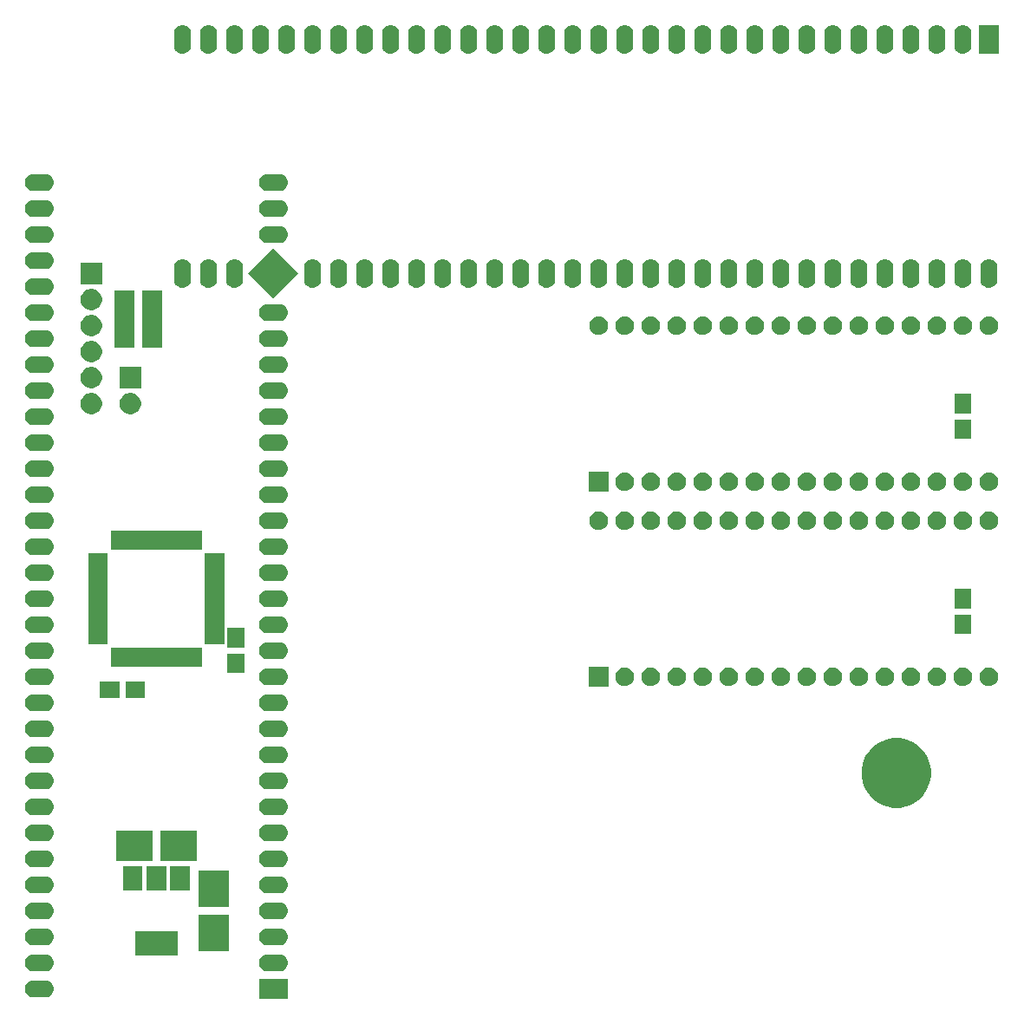
<source format=gts>
G04 #@! TF.GenerationSoftware,KiCad,Pcbnew,5.1.6+dfsg1-1*
G04 #@! TF.CreationDate,2020-12-28T17:31:15+00:00*
G04 #@! TF.ProjectId,68000 Relocator FLASH Kickstart_Manual Route_DIP_Power Plan Split,36383030-3020-4526-956c-6f6361746f72,v1.0*
G04 #@! TF.SameCoordinates,Original*
G04 #@! TF.FileFunction,Soldermask,Top*
G04 #@! TF.FilePolarity,Negative*
%FSLAX46Y46*%
G04 Gerber Fmt 4.6, Leading zero omitted, Abs format (unit mm)*
G04 Created by KiCad (PCBNEW 5.1.6+dfsg1-1) date 2020-12-28 17:31:15*
%MOMM*%
%LPD*%
G01*
G04 APERTURE LIST*
%ADD10C,0.100000*%
G04 APERTURE END LIST*
D10*
G36*
X129162000Y-153654000D02*
G01*
X126362000Y-153654000D01*
X126362000Y-151654000D01*
X129162000Y-151654000D01*
X129162000Y-153654000D01*
G37*
G36*
X105637185Y-151831081D02*
G01*
X105637188Y-151831082D01*
X105637189Y-151831082D01*
X105794587Y-151878828D01*
X105874031Y-151921292D01*
X105939641Y-151956361D01*
X105939642Y-151956362D01*
X105939646Y-151956364D01*
X106066791Y-152060709D01*
X106171136Y-152187854D01*
X106248672Y-152332913D01*
X106296418Y-152490311D01*
X106296419Y-152490315D01*
X106312540Y-152654000D01*
X106296419Y-152817685D01*
X106296418Y-152817688D01*
X106296418Y-152817689D01*
X106248672Y-152975087D01*
X106171136Y-153120146D01*
X106066791Y-153247291D01*
X105939646Y-153351636D01*
X105939642Y-153351638D01*
X105939641Y-153351639D01*
X105874031Y-153386708D01*
X105794587Y-153429172D01*
X105637189Y-153476918D01*
X105637188Y-153476918D01*
X105637185Y-153476919D01*
X105514522Y-153489000D01*
X104289478Y-153489000D01*
X104166815Y-153476919D01*
X104166812Y-153476918D01*
X104166811Y-153476918D01*
X104009413Y-153429172D01*
X103929969Y-153386708D01*
X103864359Y-153351639D01*
X103864358Y-153351638D01*
X103864354Y-153351636D01*
X103737209Y-153247291D01*
X103632864Y-153120146D01*
X103555328Y-152975087D01*
X103507582Y-152817689D01*
X103507582Y-152817688D01*
X103507581Y-152817685D01*
X103491460Y-152654000D01*
X103507581Y-152490315D01*
X103507582Y-152490311D01*
X103555328Y-152332913D01*
X103632864Y-152187854D01*
X103737209Y-152060709D01*
X103864354Y-151956364D01*
X103864358Y-151956362D01*
X103864359Y-151956361D01*
X103929969Y-151921292D01*
X104009413Y-151878828D01*
X104166811Y-151831082D01*
X104166812Y-151831082D01*
X104166815Y-151831081D01*
X104289478Y-151819000D01*
X105514522Y-151819000D01*
X105637185Y-151831081D01*
G37*
G36*
X128497185Y-149291081D02*
G01*
X128497188Y-149291082D01*
X128497189Y-149291082D01*
X128654587Y-149338828D01*
X128734031Y-149381292D01*
X128799641Y-149416361D01*
X128799642Y-149416362D01*
X128799646Y-149416364D01*
X128926791Y-149520709D01*
X129031136Y-149647854D01*
X129108672Y-149792913D01*
X129156418Y-149950311D01*
X129156419Y-149950315D01*
X129172540Y-150114000D01*
X129156419Y-150277685D01*
X129156418Y-150277688D01*
X129156418Y-150277689D01*
X129108672Y-150435087D01*
X129031136Y-150580146D01*
X128926791Y-150707291D01*
X128799646Y-150811636D01*
X128799642Y-150811638D01*
X128799641Y-150811639D01*
X128734031Y-150846708D01*
X128654587Y-150889172D01*
X128497189Y-150936918D01*
X128497188Y-150936918D01*
X128497185Y-150936919D01*
X128374522Y-150949000D01*
X127149478Y-150949000D01*
X127026815Y-150936919D01*
X127026812Y-150936918D01*
X127026811Y-150936918D01*
X126869413Y-150889172D01*
X126789969Y-150846708D01*
X126724359Y-150811639D01*
X126724358Y-150811638D01*
X126724354Y-150811636D01*
X126597209Y-150707291D01*
X126492864Y-150580146D01*
X126415328Y-150435087D01*
X126367582Y-150277689D01*
X126367582Y-150277688D01*
X126367581Y-150277685D01*
X126351460Y-150114000D01*
X126367581Y-149950315D01*
X126367582Y-149950311D01*
X126415328Y-149792913D01*
X126492864Y-149647854D01*
X126597209Y-149520709D01*
X126724354Y-149416364D01*
X126724358Y-149416362D01*
X126724359Y-149416361D01*
X126789969Y-149381292D01*
X126869413Y-149338828D01*
X127026811Y-149291082D01*
X127026812Y-149291082D01*
X127026815Y-149291081D01*
X127149478Y-149279000D01*
X128374522Y-149279000D01*
X128497185Y-149291081D01*
G37*
G36*
X105637185Y-149291081D02*
G01*
X105637188Y-149291082D01*
X105637189Y-149291082D01*
X105794587Y-149338828D01*
X105874031Y-149381292D01*
X105939641Y-149416361D01*
X105939642Y-149416362D01*
X105939646Y-149416364D01*
X106066791Y-149520709D01*
X106171136Y-149647854D01*
X106248672Y-149792913D01*
X106296418Y-149950311D01*
X106296419Y-149950315D01*
X106312540Y-150114000D01*
X106296419Y-150277685D01*
X106296418Y-150277688D01*
X106296418Y-150277689D01*
X106248672Y-150435087D01*
X106171136Y-150580146D01*
X106066791Y-150707291D01*
X105939646Y-150811636D01*
X105939642Y-150811638D01*
X105939641Y-150811639D01*
X105874031Y-150846708D01*
X105794587Y-150889172D01*
X105637189Y-150936918D01*
X105637188Y-150936918D01*
X105637185Y-150936919D01*
X105514522Y-150949000D01*
X104289478Y-150949000D01*
X104166815Y-150936919D01*
X104166812Y-150936918D01*
X104166811Y-150936918D01*
X104009413Y-150889172D01*
X103929969Y-150846708D01*
X103864359Y-150811639D01*
X103864358Y-150811638D01*
X103864354Y-150811636D01*
X103737209Y-150707291D01*
X103632864Y-150580146D01*
X103555328Y-150435087D01*
X103507582Y-150277689D01*
X103507582Y-150277688D01*
X103507581Y-150277685D01*
X103491460Y-150114000D01*
X103507581Y-149950315D01*
X103507582Y-149950311D01*
X103555328Y-149792913D01*
X103632864Y-149647854D01*
X103737209Y-149520709D01*
X103864354Y-149416364D01*
X103864358Y-149416362D01*
X103864359Y-149416361D01*
X103929969Y-149381292D01*
X104009413Y-149338828D01*
X104166811Y-149291082D01*
X104166812Y-149291082D01*
X104166815Y-149291081D01*
X104289478Y-149279000D01*
X105514522Y-149279000D01*
X105637185Y-149291081D01*
G37*
G36*
X118432000Y-149384000D02*
G01*
X114232000Y-149384000D01*
X114232000Y-146984000D01*
X118432000Y-146984000D01*
X118432000Y-149384000D01*
G37*
G36*
X123370000Y-148984000D02*
G01*
X120470000Y-148984000D01*
X120470000Y-145384000D01*
X123370000Y-145384000D01*
X123370000Y-148984000D01*
G37*
G36*
X105637185Y-146751081D02*
G01*
X105637188Y-146751082D01*
X105637189Y-146751082D01*
X105794587Y-146798828D01*
X105874031Y-146841292D01*
X105939641Y-146876361D01*
X105939642Y-146876362D01*
X105939646Y-146876364D01*
X106066791Y-146980709D01*
X106171136Y-147107854D01*
X106248672Y-147252913D01*
X106296418Y-147410311D01*
X106296419Y-147410315D01*
X106312540Y-147574000D01*
X106296419Y-147737685D01*
X106296418Y-147737688D01*
X106296418Y-147737689D01*
X106248672Y-147895087D01*
X106171136Y-148040146D01*
X106066791Y-148167291D01*
X105939646Y-148271636D01*
X105939642Y-148271638D01*
X105939641Y-148271639D01*
X105874031Y-148306708D01*
X105794587Y-148349172D01*
X105637189Y-148396918D01*
X105637188Y-148396918D01*
X105637185Y-148396919D01*
X105514522Y-148409000D01*
X104289478Y-148409000D01*
X104166815Y-148396919D01*
X104166812Y-148396918D01*
X104166811Y-148396918D01*
X104009413Y-148349172D01*
X103929969Y-148306708D01*
X103864359Y-148271639D01*
X103864358Y-148271638D01*
X103864354Y-148271636D01*
X103737209Y-148167291D01*
X103632864Y-148040146D01*
X103555328Y-147895087D01*
X103507582Y-147737689D01*
X103507582Y-147737688D01*
X103507581Y-147737685D01*
X103491460Y-147574000D01*
X103507581Y-147410315D01*
X103507582Y-147410311D01*
X103555328Y-147252913D01*
X103632864Y-147107854D01*
X103737209Y-146980709D01*
X103864354Y-146876364D01*
X103864358Y-146876362D01*
X103864359Y-146876361D01*
X103929969Y-146841292D01*
X104009413Y-146798828D01*
X104166811Y-146751082D01*
X104166812Y-146751082D01*
X104166815Y-146751081D01*
X104289478Y-146739000D01*
X105514522Y-146739000D01*
X105637185Y-146751081D01*
G37*
G36*
X128497185Y-146751081D02*
G01*
X128497188Y-146751082D01*
X128497189Y-146751082D01*
X128654587Y-146798828D01*
X128734031Y-146841292D01*
X128799641Y-146876361D01*
X128799642Y-146876362D01*
X128799646Y-146876364D01*
X128926791Y-146980709D01*
X129031136Y-147107854D01*
X129108672Y-147252913D01*
X129156418Y-147410311D01*
X129156419Y-147410315D01*
X129172540Y-147574000D01*
X129156419Y-147737685D01*
X129156418Y-147737688D01*
X129156418Y-147737689D01*
X129108672Y-147895087D01*
X129031136Y-148040146D01*
X128926791Y-148167291D01*
X128799646Y-148271636D01*
X128799642Y-148271638D01*
X128799641Y-148271639D01*
X128734031Y-148306708D01*
X128654587Y-148349172D01*
X128497189Y-148396918D01*
X128497188Y-148396918D01*
X128497185Y-148396919D01*
X128374522Y-148409000D01*
X127149478Y-148409000D01*
X127026815Y-148396919D01*
X127026812Y-148396918D01*
X127026811Y-148396918D01*
X126869413Y-148349172D01*
X126789969Y-148306708D01*
X126724359Y-148271639D01*
X126724358Y-148271638D01*
X126724354Y-148271636D01*
X126597209Y-148167291D01*
X126492864Y-148040146D01*
X126415328Y-147895087D01*
X126367582Y-147737689D01*
X126367582Y-147737688D01*
X126367581Y-147737685D01*
X126351460Y-147574000D01*
X126367581Y-147410315D01*
X126367582Y-147410311D01*
X126415328Y-147252913D01*
X126492864Y-147107854D01*
X126597209Y-146980709D01*
X126724354Y-146876364D01*
X126724358Y-146876362D01*
X126724359Y-146876361D01*
X126789969Y-146841292D01*
X126869413Y-146798828D01*
X127026811Y-146751082D01*
X127026812Y-146751082D01*
X127026815Y-146751081D01*
X127149478Y-146739000D01*
X128374522Y-146739000D01*
X128497185Y-146751081D01*
G37*
G36*
X128497185Y-144211081D02*
G01*
X128497188Y-144211082D01*
X128497189Y-144211082D01*
X128654587Y-144258828D01*
X128734031Y-144301292D01*
X128799641Y-144336361D01*
X128799642Y-144336362D01*
X128799646Y-144336364D01*
X128926791Y-144440709D01*
X129031136Y-144567854D01*
X129108672Y-144712913D01*
X129156418Y-144870311D01*
X129156419Y-144870315D01*
X129172540Y-145034000D01*
X129156419Y-145197685D01*
X129156418Y-145197688D01*
X129156418Y-145197689D01*
X129108672Y-145355087D01*
X129031136Y-145500146D01*
X128926791Y-145627291D01*
X128799646Y-145731636D01*
X128799642Y-145731638D01*
X128799641Y-145731639D01*
X128734031Y-145766708D01*
X128654587Y-145809172D01*
X128497189Y-145856918D01*
X128497188Y-145856918D01*
X128497185Y-145856919D01*
X128374522Y-145869000D01*
X127149478Y-145869000D01*
X127026815Y-145856919D01*
X127026812Y-145856918D01*
X127026811Y-145856918D01*
X126869413Y-145809172D01*
X126789969Y-145766708D01*
X126724359Y-145731639D01*
X126724358Y-145731638D01*
X126724354Y-145731636D01*
X126597209Y-145627291D01*
X126492864Y-145500146D01*
X126415328Y-145355087D01*
X126367582Y-145197689D01*
X126367582Y-145197688D01*
X126367581Y-145197685D01*
X126351460Y-145034000D01*
X126367581Y-144870315D01*
X126367582Y-144870311D01*
X126415328Y-144712913D01*
X126492864Y-144567854D01*
X126597209Y-144440709D01*
X126724354Y-144336364D01*
X126724358Y-144336362D01*
X126724359Y-144336361D01*
X126789969Y-144301292D01*
X126869413Y-144258828D01*
X127026811Y-144211082D01*
X127026812Y-144211082D01*
X127026815Y-144211081D01*
X127149478Y-144199000D01*
X128374522Y-144199000D01*
X128497185Y-144211081D01*
G37*
G36*
X105637185Y-144211081D02*
G01*
X105637188Y-144211082D01*
X105637189Y-144211082D01*
X105794587Y-144258828D01*
X105874031Y-144301292D01*
X105939641Y-144336361D01*
X105939642Y-144336362D01*
X105939646Y-144336364D01*
X106066791Y-144440709D01*
X106171136Y-144567854D01*
X106248672Y-144712913D01*
X106296418Y-144870311D01*
X106296419Y-144870315D01*
X106312540Y-145034000D01*
X106296419Y-145197685D01*
X106296418Y-145197688D01*
X106296418Y-145197689D01*
X106248672Y-145355087D01*
X106171136Y-145500146D01*
X106066791Y-145627291D01*
X105939646Y-145731636D01*
X105939642Y-145731638D01*
X105939641Y-145731639D01*
X105874031Y-145766708D01*
X105794587Y-145809172D01*
X105637189Y-145856918D01*
X105637188Y-145856918D01*
X105637185Y-145856919D01*
X105514522Y-145869000D01*
X104289478Y-145869000D01*
X104166815Y-145856919D01*
X104166812Y-145856918D01*
X104166811Y-145856918D01*
X104009413Y-145809172D01*
X103929969Y-145766708D01*
X103864359Y-145731639D01*
X103864358Y-145731638D01*
X103864354Y-145731636D01*
X103737209Y-145627291D01*
X103632864Y-145500146D01*
X103555328Y-145355087D01*
X103507582Y-145197689D01*
X103507582Y-145197688D01*
X103507581Y-145197685D01*
X103491460Y-145034000D01*
X103507581Y-144870315D01*
X103507582Y-144870311D01*
X103555328Y-144712913D01*
X103632864Y-144567854D01*
X103737209Y-144440709D01*
X103864354Y-144336364D01*
X103864358Y-144336362D01*
X103864359Y-144336361D01*
X103929969Y-144301292D01*
X104009413Y-144258828D01*
X104166811Y-144211082D01*
X104166812Y-144211082D01*
X104166815Y-144211081D01*
X104289478Y-144199000D01*
X105514522Y-144199000D01*
X105637185Y-144211081D01*
G37*
G36*
X123370000Y-144684000D02*
G01*
X120470000Y-144684000D01*
X120470000Y-141084000D01*
X123370000Y-141084000D01*
X123370000Y-144684000D01*
G37*
G36*
X128497185Y-141671081D02*
G01*
X128497188Y-141671082D01*
X128497189Y-141671082D01*
X128654587Y-141718828D01*
X128734031Y-141761292D01*
X128799641Y-141796361D01*
X128799642Y-141796362D01*
X128799646Y-141796364D01*
X128926791Y-141900709D01*
X129031136Y-142027854D01*
X129108672Y-142172913D01*
X129156418Y-142330311D01*
X129156419Y-142330315D01*
X129172540Y-142494000D01*
X129156419Y-142657685D01*
X129156418Y-142657688D01*
X129156418Y-142657689D01*
X129108672Y-142815087D01*
X129031136Y-142960146D01*
X128926791Y-143087291D01*
X128799646Y-143191636D01*
X128799642Y-143191638D01*
X128799641Y-143191639D01*
X128734031Y-143226708D01*
X128654587Y-143269172D01*
X128497189Y-143316918D01*
X128497188Y-143316918D01*
X128497185Y-143316919D01*
X128374522Y-143329000D01*
X127149478Y-143329000D01*
X127026815Y-143316919D01*
X127026812Y-143316918D01*
X127026811Y-143316918D01*
X126869413Y-143269172D01*
X126789969Y-143226708D01*
X126724359Y-143191639D01*
X126724358Y-143191638D01*
X126724354Y-143191636D01*
X126597209Y-143087291D01*
X126492864Y-142960146D01*
X126415328Y-142815087D01*
X126367582Y-142657689D01*
X126367582Y-142657688D01*
X126367581Y-142657685D01*
X126351460Y-142494000D01*
X126367581Y-142330315D01*
X126367582Y-142330311D01*
X126415328Y-142172913D01*
X126492864Y-142027854D01*
X126597209Y-141900709D01*
X126724354Y-141796364D01*
X126724358Y-141796362D01*
X126724359Y-141796361D01*
X126789969Y-141761292D01*
X126869413Y-141718828D01*
X127026811Y-141671082D01*
X127026812Y-141671082D01*
X127026815Y-141671081D01*
X127149478Y-141659000D01*
X128374522Y-141659000D01*
X128497185Y-141671081D01*
G37*
G36*
X105637185Y-141671081D02*
G01*
X105637188Y-141671082D01*
X105637189Y-141671082D01*
X105794587Y-141718828D01*
X105874031Y-141761292D01*
X105939641Y-141796361D01*
X105939642Y-141796362D01*
X105939646Y-141796364D01*
X106066791Y-141900709D01*
X106171136Y-142027854D01*
X106248672Y-142172913D01*
X106296418Y-142330311D01*
X106296419Y-142330315D01*
X106312540Y-142494000D01*
X106296419Y-142657685D01*
X106296418Y-142657688D01*
X106296418Y-142657689D01*
X106248672Y-142815087D01*
X106171136Y-142960146D01*
X106066791Y-143087291D01*
X105939646Y-143191636D01*
X105939642Y-143191638D01*
X105939641Y-143191639D01*
X105874031Y-143226708D01*
X105794587Y-143269172D01*
X105637189Y-143316918D01*
X105637188Y-143316918D01*
X105637185Y-143316919D01*
X105514522Y-143329000D01*
X104289478Y-143329000D01*
X104166815Y-143316919D01*
X104166812Y-143316918D01*
X104166811Y-143316918D01*
X104009413Y-143269172D01*
X103929969Y-143226708D01*
X103864359Y-143191639D01*
X103864358Y-143191638D01*
X103864354Y-143191636D01*
X103737209Y-143087291D01*
X103632864Y-142960146D01*
X103555328Y-142815087D01*
X103507582Y-142657689D01*
X103507582Y-142657688D01*
X103507581Y-142657685D01*
X103491460Y-142494000D01*
X103507581Y-142330315D01*
X103507582Y-142330311D01*
X103555328Y-142172913D01*
X103632864Y-142027854D01*
X103737209Y-141900709D01*
X103864354Y-141796364D01*
X103864358Y-141796362D01*
X103864359Y-141796361D01*
X103929969Y-141761292D01*
X104009413Y-141718828D01*
X104166811Y-141671082D01*
X104166812Y-141671082D01*
X104166815Y-141671081D01*
X104289478Y-141659000D01*
X105514522Y-141659000D01*
X105637185Y-141671081D01*
G37*
G36*
X119582000Y-143084000D02*
G01*
X117682000Y-143084000D01*
X117682000Y-140684000D01*
X119582000Y-140684000D01*
X119582000Y-143084000D01*
G37*
G36*
X114982000Y-143084000D02*
G01*
X113082000Y-143084000D01*
X113082000Y-140684000D01*
X114982000Y-140684000D01*
X114982000Y-143084000D01*
G37*
G36*
X117282000Y-143084000D02*
G01*
X115382000Y-143084000D01*
X115382000Y-140684000D01*
X117282000Y-140684000D01*
X117282000Y-143084000D01*
G37*
G36*
X128497185Y-139131081D02*
G01*
X128497188Y-139131082D01*
X128497189Y-139131082D01*
X128654587Y-139178828D01*
X128734031Y-139221292D01*
X128799641Y-139256361D01*
X128799642Y-139256362D01*
X128799646Y-139256364D01*
X128926791Y-139360709D01*
X129031136Y-139487854D01*
X129108672Y-139632913D01*
X129156418Y-139790311D01*
X129156419Y-139790315D01*
X129172540Y-139954000D01*
X129156419Y-140117685D01*
X129156418Y-140117688D01*
X129156418Y-140117689D01*
X129108672Y-140275087D01*
X129031136Y-140420146D01*
X128926791Y-140547291D01*
X128799646Y-140651636D01*
X128799642Y-140651638D01*
X128799641Y-140651639D01*
X128734031Y-140686708D01*
X128654587Y-140729172D01*
X128497189Y-140776918D01*
X128497188Y-140776918D01*
X128497185Y-140776919D01*
X128374522Y-140789000D01*
X127149478Y-140789000D01*
X127026815Y-140776919D01*
X127026812Y-140776918D01*
X127026811Y-140776918D01*
X126869413Y-140729172D01*
X126789969Y-140686708D01*
X126724359Y-140651639D01*
X126724358Y-140651638D01*
X126724354Y-140651636D01*
X126597209Y-140547291D01*
X126492864Y-140420146D01*
X126415328Y-140275087D01*
X126367582Y-140117689D01*
X126367582Y-140117688D01*
X126367581Y-140117685D01*
X126351460Y-139954000D01*
X126367581Y-139790315D01*
X126367582Y-139790311D01*
X126415328Y-139632913D01*
X126492864Y-139487854D01*
X126597209Y-139360709D01*
X126724354Y-139256364D01*
X126724358Y-139256362D01*
X126724359Y-139256361D01*
X126789969Y-139221292D01*
X126869413Y-139178828D01*
X127026811Y-139131082D01*
X127026812Y-139131082D01*
X127026815Y-139131081D01*
X127149478Y-139119000D01*
X128374522Y-139119000D01*
X128497185Y-139131081D01*
G37*
G36*
X105637185Y-139131081D02*
G01*
X105637188Y-139131082D01*
X105637189Y-139131082D01*
X105794587Y-139178828D01*
X105874031Y-139221292D01*
X105939641Y-139256361D01*
X105939642Y-139256362D01*
X105939646Y-139256364D01*
X106066791Y-139360709D01*
X106171136Y-139487854D01*
X106248672Y-139632913D01*
X106296418Y-139790311D01*
X106296419Y-139790315D01*
X106312540Y-139954000D01*
X106296419Y-140117685D01*
X106296418Y-140117688D01*
X106296418Y-140117689D01*
X106248672Y-140275087D01*
X106171136Y-140420146D01*
X106066791Y-140547291D01*
X105939646Y-140651636D01*
X105939642Y-140651638D01*
X105939641Y-140651639D01*
X105874031Y-140686708D01*
X105794587Y-140729172D01*
X105637189Y-140776918D01*
X105637188Y-140776918D01*
X105637185Y-140776919D01*
X105514522Y-140789000D01*
X104289478Y-140789000D01*
X104166815Y-140776919D01*
X104166812Y-140776918D01*
X104166811Y-140776918D01*
X104009413Y-140729172D01*
X103929969Y-140686708D01*
X103864359Y-140651639D01*
X103864358Y-140651638D01*
X103864354Y-140651636D01*
X103737209Y-140547291D01*
X103632864Y-140420146D01*
X103555328Y-140275087D01*
X103507582Y-140117689D01*
X103507582Y-140117688D01*
X103507581Y-140117685D01*
X103491460Y-139954000D01*
X103507581Y-139790315D01*
X103507582Y-139790311D01*
X103555328Y-139632913D01*
X103632864Y-139487854D01*
X103737209Y-139360709D01*
X103864354Y-139256364D01*
X103864358Y-139256362D01*
X103864359Y-139256361D01*
X103929969Y-139221292D01*
X104009413Y-139178828D01*
X104166811Y-139131082D01*
X104166812Y-139131082D01*
X104166815Y-139131081D01*
X104289478Y-139119000D01*
X105514522Y-139119000D01*
X105637185Y-139131081D01*
G37*
G36*
X120291000Y-140134000D02*
G01*
X116691000Y-140134000D01*
X116691000Y-137234000D01*
X120291000Y-137234000D01*
X120291000Y-140134000D01*
G37*
G36*
X115991000Y-140134000D02*
G01*
X112391000Y-140134000D01*
X112391000Y-137234000D01*
X115991000Y-137234000D01*
X115991000Y-140134000D01*
G37*
G36*
X105637185Y-136591081D02*
G01*
X105637188Y-136591082D01*
X105637189Y-136591082D01*
X105794587Y-136638828D01*
X105874031Y-136681292D01*
X105939641Y-136716361D01*
X105939642Y-136716362D01*
X105939646Y-136716364D01*
X106066791Y-136820709D01*
X106171136Y-136947854D01*
X106248672Y-137092913D01*
X106291470Y-137234000D01*
X106296419Y-137250315D01*
X106312540Y-137414000D01*
X106296419Y-137577685D01*
X106296418Y-137577688D01*
X106296418Y-137577689D01*
X106248672Y-137735087D01*
X106171136Y-137880146D01*
X106066791Y-138007291D01*
X105939646Y-138111636D01*
X105939642Y-138111638D01*
X105939641Y-138111639D01*
X105874031Y-138146708D01*
X105794587Y-138189172D01*
X105637189Y-138236918D01*
X105637188Y-138236918D01*
X105637185Y-138236919D01*
X105514522Y-138249000D01*
X104289478Y-138249000D01*
X104166815Y-138236919D01*
X104166812Y-138236918D01*
X104166811Y-138236918D01*
X104009413Y-138189172D01*
X103929969Y-138146708D01*
X103864359Y-138111639D01*
X103864358Y-138111638D01*
X103864354Y-138111636D01*
X103737209Y-138007291D01*
X103632864Y-137880146D01*
X103555328Y-137735087D01*
X103507582Y-137577689D01*
X103507582Y-137577688D01*
X103507581Y-137577685D01*
X103491460Y-137414000D01*
X103507581Y-137250315D01*
X103512530Y-137234000D01*
X103555328Y-137092913D01*
X103632864Y-136947854D01*
X103737209Y-136820709D01*
X103864354Y-136716364D01*
X103864358Y-136716362D01*
X103864359Y-136716361D01*
X103929969Y-136681292D01*
X104009413Y-136638828D01*
X104166811Y-136591082D01*
X104166812Y-136591082D01*
X104166815Y-136591081D01*
X104289478Y-136579000D01*
X105514522Y-136579000D01*
X105637185Y-136591081D01*
G37*
G36*
X128497185Y-136591081D02*
G01*
X128497188Y-136591082D01*
X128497189Y-136591082D01*
X128654587Y-136638828D01*
X128734031Y-136681292D01*
X128799641Y-136716361D01*
X128799642Y-136716362D01*
X128799646Y-136716364D01*
X128926791Y-136820709D01*
X129031136Y-136947854D01*
X129108672Y-137092913D01*
X129151470Y-137234000D01*
X129156419Y-137250315D01*
X129172540Y-137414000D01*
X129156419Y-137577685D01*
X129156418Y-137577688D01*
X129156418Y-137577689D01*
X129108672Y-137735087D01*
X129031136Y-137880146D01*
X128926791Y-138007291D01*
X128799646Y-138111636D01*
X128799642Y-138111638D01*
X128799641Y-138111639D01*
X128734031Y-138146708D01*
X128654587Y-138189172D01*
X128497189Y-138236918D01*
X128497188Y-138236918D01*
X128497185Y-138236919D01*
X128374522Y-138249000D01*
X127149478Y-138249000D01*
X127026815Y-138236919D01*
X127026812Y-138236918D01*
X127026811Y-138236918D01*
X126869413Y-138189172D01*
X126789969Y-138146708D01*
X126724359Y-138111639D01*
X126724358Y-138111638D01*
X126724354Y-138111636D01*
X126597209Y-138007291D01*
X126492864Y-137880146D01*
X126415328Y-137735087D01*
X126367582Y-137577689D01*
X126367582Y-137577688D01*
X126367581Y-137577685D01*
X126351460Y-137414000D01*
X126367581Y-137250315D01*
X126372530Y-137234000D01*
X126415328Y-137092913D01*
X126492864Y-136947854D01*
X126597209Y-136820709D01*
X126724354Y-136716364D01*
X126724358Y-136716362D01*
X126724359Y-136716361D01*
X126789969Y-136681292D01*
X126869413Y-136638828D01*
X127026811Y-136591082D01*
X127026812Y-136591082D01*
X127026815Y-136591081D01*
X127149478Y-136579000D01*
X128374522Y-136579000D01*
X128497185Y-136591081D01*
G37*
G36*
X128497185Y-134051081D02*
G01*
X128497188Y-134051082D01*
X128497189Y-134051082D01*
X128654587Y-134098828D01*
X128734031Y-134141292D01*
X128799641Y-134176361D01*
X128799642Y-134176362D01*
X128799646Y-134176364D01*
X128926791Y-134280709D01*
X129031136Y-134407854D01*
X129108672Y-134552913D01*
X129156418Y-134710311D01*
X129156419Y-134710315D01*
X129172540Y-134874000D01*
X129156419Y-135037685D01*
X129156418Y-135037688D01*
X129156418Y-135037689D01*
X129108672Y-135195087D01*
X129031136Y-135340146D01*
X128926791Y-135467291D01*
X128799646Y-135571636D01*
X128799642Y-135571638D01*
X128799641Y-135571639D01*
X128734031Y-135606708D01*
X128654587Y-135649172D01*
X128497189Y-135696918D01*
X128497188Y-135696918D01*
X128497185Y-135696919D01*
X128374522Y-135709000D01*
X127149478Y-135709000D01*
X127026815Y-135696919D01*
X127026812Y-135696918D01*
X127026811Y-135696918D01*
X126869413Y-135649172D01*
X126789969Y-135606708D01*
X126724359Y-135571639D01*
X126724358Y-135571638D01*
X126724354Y-135571636D01*
X126597209Y-135467291D01*
X126492864Y-135340146D01*
X126415328Y-135195087D01*
X126367582Y-135037689D01*
X126367582Y-135037688D01*
X126367581Y-135037685D01*
X126351460Y-134874000D01*
X126367581Y-134710315D01*
X126367582Y-134710311D01*
X126415328Y-134552913D01*
X126492864Y-134407854D01*
X126597209Y-134280709D01*
X126724354Y-134176364D01*
X126724358Y-134176362D01*
X126724359Y-134176361D01*
X126789969Y-134141292D01*
X126869413Y-134098828D01*
X127026811Y-134051082D01*
X127026812Y-134051082D01*
X127026815Y-134051081D01*
X127149478Y-134039000D01*
X128374522Y-134039000D01*
X128497185Y-134051081D01*
G37*
G36*
X105637185Y-134051081D02*
G01*
X105637188Y-134051082D01*
X105637189Y-134051082D01*
X105794587Y-134098828D01*
X105874031Y-134141292D01*
X105939641Y-134176361D01*
X105939642Y-134176362D01*
X105939646Y-134176364D01*
X106066791Y-134280709D01*
X106171136Y-134407854D01*
X106248672Y-134552913D01*
X106296418Y-134710311D01*
X106296419Y-134710315D01*
X106312540Y-134874000D01*
X106296419Y-135037685D01*
X106296418Y-135037688D01*
X106296418Y-135037689D01*
X106248672Y-135195087D01*
X106171136Y-135340146D01*
X106066791Y-135467291D01*
X105939646Y-135571636D01*
X105939642Y-135571638D01*
X105939641Y-135571639D01*
X105874031Y-135606708D01*
X105794587Y-135649172D01*
X105637189Y-135696918D01*
X105637188Y-135696918D01*
X105637185Y-135696919D01*
X105514522Y-135709000D01*
X104289478Y-135709000D01*
X104166815Y-135696919D01*
X104166812Y-135696918D01*
X104166811Y-135696918D01*
X104009413Y-135649172D01*
X103929969Y-135606708D01*
X103864359Y-135571639D01*
X103864358Y-135571638D01*
X103864354Y-135571636D01*
X103737209Y-135467291D01*
X103632864Y-135340146D01*
X103555328Y-135195087D01*
X103507582Y-135037689D01*
X103507582Y-135037688D01*
X103507581Y-135037685D01*
X103491460Y-134874000D01*
X103507581Y-134710315D01*
X103507582Y-134710311D01*
X103555328Y-134552913D01*
X103632864Y-134407854D01*
X103737209Y-134280709D01*
X103864354Y-134176364D01*
X103864358Y-134176362D01*
X103864359Y-134176361D01*
X103929969Y-134141292D01*
X104009413Y-134098828D01*
X104166811Y-134051082D01*
X104166812Y-134051082D01*
X104166815Y-134051081D01*
X104289478Y-134039000D01*
X105514522Y-134039000D01*
X105637185Y-134051081D01*
G37*
G36*
X189258307Y-128237330D02*
G01*
X189586743Y-128302660D01*
X190205504Y-128558959D01*
X190762374Y-128931048D01*
X191235952Y-129404626D01*
X191608041Y-129961496D01*
X191864340Y-130580257D01*
X191995000Y-131237129D01*
X191995000Y-131906871D01*
X191864340Y-132563743D01*
X191608041Y-133182504D01*
X191235952Y-133739374D01*
X190762374Y-134212952D01*
X190205504Y-134585041D01*
X189586743Y-134841340D01*
X189422550Y-134874000D01*
X188929872Y-134972000D01*
X188260128Y-134972000D01*
X187767450Y-134874000D01*
X187603257Y-134841340D01*
X186984496Y-134585041D01*
X186427626Y-134212952D01*
X185954048Y-133739374D01*
X185581959Y-133182504D01*
X185325660Y-132563743D01*
X185195000Y-131906871D01*
X185195000Y-131237129D01*
X185325660Y-130580257D01*
X185581959Y-129961496D01*
X185954048Y-129404626D01*
X186427626Y-128931048D01*
X186984496Y-128558959D01*
X187603257Y-128302660D01*
X187931693Y-128237330D01*
X188260128Y-128172000D01*
X188929872Y-128172000D01*
X189258307Y-128237330D01*
G37*
G36*
X128497185Y-131511081D02*
G01*
X128497188Y-131511082D01*
X128497189Y-131511082D01*
X128654587Y-131558828D01*
X128734031Y-131601292D01*
X128799641Y-131636361D01*
X128799642Y-131636362D01*
X128799646Y-131636364D01*
X128926791Y-131740709D01*
X129031136Y-131867854D01*
X129108672Y-132012913D01*
X129156418Y-132170311D01*
X129156419Y-132170315D01*
X129172540Y-132334000D01*
X129156419Y-132497685D01*
X129156418Y-132497688D01*
X129156418Y-132497689D01*
X129108672Y-132655087D01*
X129031136Y-132800146D01*
X128926791Y-132927291D01*
X128799646Y-133031636D01*
X128799642Y-133031638D01*
X128799641Y-133031639D01*
X128734031Y-133066708D01*
X128654587Y-133109172D01*
X128497189Y-133156918D01*
X128497188Y-133156918D01*
X128497185Y-133156919D01*
X128374522Y-133169000D01*
X127149478Y-133169000D01*
X127026815Y-133156919D01*
X127026812Y-133156918D01*
X127026811Y-133156918D01*
X126869413Y-133109172D01*
X126789969Y-133066708D01*
X126724359Y-133031639D01*
X126724358Y-133031638D01*
X126724354Y-133031636D01*
X126597209Y-132927291D01*
X126492864Y-132800146D01*
X126415328Y-132655087D01*
X126367582Y-132497689D01*
X126367582Y-132497688D01*
X126367581Y-132497685D01*
X126351460Y-132334000D01*
X126367581Y-132170315D01*
X126367582Y-132170311D01*
X126415328Y-132012913D01*
X126492864Y-131867854D01*
X126597209Y-131740709D01*
X126724354Y-131636364D01*
X126724358Y-131636362D01*
X126724359Y-131636361D01*
X126789969Y-131601292D01*
X126869413Y-131558828D01*
X127026811Y-131511082D01*
X127026812Y-131511082D01*
X127026815Y-131511081D01*
X127149478Y-131499000D01*
X128374522Y-131499000D01*
X128497185Y-131511081D01*
G37*
G36*
X105637185Y-131511081D02*
G01*
X105637188Y-131511082D01*
X105637189Y-131511082D01*
X105794587Y-131558828D01*
X105874031Y-131601292D01*
X105939641Y-131636361D01*
X105939642Y-131636362D01*
X105939646Y-131636364D01*
X106066791Y-131740709D01*
X106171136Y-131867854D01*
X106248672Y-132012913D01*
X106296418Y-132170311D01*
X106296419Y-132170315D01*
X106312540Y-132334000D01*
X106296419Y-132497685D01*
X106296418Y-132497688D01*
X106296418Y-132497689D01*
X106248672Y-132655087D01*
X106171136Y-132800146D01*
X106066791Y-132927291D01*
X105939646Y-133031636D01*
X105939642Y-133031638D01*
X105939641Y-133031639D01*
X105874031Y-133066708D01*
X105794587Y-133109172D01*
X105637189Y-133156918D01*
X105637188Y-133156918D01*
X105637185Y-133156919D01*
X105514522Y-133169000D01*
X104289478Y-133169000D01*
X104166815Y-133156919D01*
X104166812Y-133156918D01*
X104166811Y-133156918D01*
X104009413Y-133109172D01*
X103929969Y-133066708D01*
X103864359Y-133031639D01*
X103864358Y-133031638D01*
X103864354Y-133031636D01*
X103737209Y-132927291D01*
X103632864Y-132800146D01*
X103555328Y-132655087D01*
X103507582Y-132497689D01*
X103507582Y-132497688D01*
X103507581Y-132497685D01*
X103491460Y-132334000D01*
X103507581Y-132170315D01*
X103507582Y-132170311D01*
X103555328Y-132012913D01*
X103632864Y-131867854D01*
X103737209Y-131740709D01*
X103864354Y-131636364D01*
X103864358Y-131636362D01*
X103864359Y-131636361D01*
X103929969Y-131601292D01*
X104009413Y-131558828D01*
X104166811Y-131511082D01*
X104166812Y-131511082D01*
X104166815Y-131511081D01*
X104289478Y-131499000D01*
X105514522Y-131499000D01*
X105637185Y-131511081D01*
G37*
G36*
X128497185Y-128971081D02*
G01*
X128497188Y-128971082D01*
X128497189Y-128971082D01*
X128654587Y-129018828D01*
X128734031Y-129061292D01*
X128799641Y-129096361D01*
X128799642Y-129096362D01*
X128799646Y-129096364D01*
X128926791Y-129200709D01*
X129031136Y-129327854D01*
X129108672Y-129472913D01*
X129156418Y-129630311D01*
X129156419Y-129630315D01*
X129172540Y-129794000D01*
X129156419Y-129957685D01*
X129156418Y-129957688D01*
X129156418Y-129957689D01*
X129108672Y-130115087D01*
X129031136Y-130260146D01*
X128926791Y-130387291D01*
X128799646Y-130491636D01*
X128799642Y-130491638D01*
X128799641Y-130491639D01*
X128734031Y-130526708D01*
X128654587Y-130569172D01*
X128497189Y-130616918D01*
X128497188Y-130616918D01*
X128497185Y-130616919D01*
X128374522Y-130629000D01*
X127149478Y-130629000D01*
X127026815Y-130616919D01*
X127026812Y-130616918D01*
X127026811Y-130616918D01*
X126869413Y-130569172D01*
X126789969Y-130526708D01*
X126724359Y-130491639D01*
X126724358Y-130491638D01*
X126724354Y-130491636D01*
X126597209Y-130387291D01*
X126492864Y-130260146D01*
X126415328Y-130115087D01*
X126367582Y-129957689D01*
X126367582Y-129957688D01*
X126367581Y-129957685D01*
X126351460Y-129794000D01*
X126367581Y-129630315D01*
X126367582Y-129630311D01*
X126415328Y-129472913D01*
X126492864Y-129327854D01*
X126597209Y-129200709D01*
X126724354Y-129096364D01*
X126724358Y-129096362D01*
X126724359Y-129096361D01*
X126789969Y-129061292D01*
X126869413Y-129018828D01*
X127026811Y-128971082D01*
X127026812Y-128971082D01*
X127026815Y-128971081D01*
X127149478Y-128959000D01*
X128374522Y-128959000D01*
X128497185Y-128971081D01*
G37*
G36*
X105637185Y-128971081D02*
G01*
X105637188Y-128971082D01*
X105637189Y-128971082D01*
X105794587Y-129018828D01*
X105874031Y-129061292D01*
X105939641Y-129096361D01*
X105939642Y-129096362D01*
X105939646Y-129096364D01*
X106066791Y-129200709D01*
X106171136Y-129327854D01*
X106248672Y-129472913D01*
X106296418Y-129630311D01*
X106296419Y-129630315D01*
X106312540Y-129794000D01*
X106296419Y-129957685D01*
X106296418Y-129957688D01*
X106296418Y-129957689D01*
X106248672Y-130115087D01*
X106171136Y-130260146D01*
X106066791Y-130387291D01*
X105939646Y-130491636D01*
X105939642Y-130491638D01*
X105939641Y-130491639D01*
X105874031Y-130526708D01*
X105794587Y-130569172D01*
X105637189Y-130616918D01*
X105637188Y-130616918D01*
X105637185Y-130616919D01*
X105514522Y-130629000D01*
X104289478Y-130629000D01*
X104166815Y-130616919D01*
X104166812Y-130616918D01*
X104166811Y-130616918D01*
X104009413Y-130569172D01*
X103929969Y-130526708D01*
X103864359Y-130491639D01*
X103864358Y-130491638D01*
X103864354Y-130491636D01*
X103737209Y-130387291D01*
X103632864Y-130260146D01*
X103555328Y-130115087D01*
X103507582Y-129957689D01*
X103507582Y-129957688D01*
X103507581Y-129957685D01*
X103491460Y-129794000D01*
X103507581Y-129630315D01*
X103507582Y-129630311D01*
X103555328Y-129472913D01*
X103632864Y-129327854D01*
X103737209Y-129200709D01*
X103864354Y-129096364D01*
X103864358Y-129096362D01*
X103864359Y-129096361D01*
X103929969Y-129061292D01*
X104009413Y-129018828D01*
X104166811Y-128971082D01*
X104166812Y-128971082D01*
X104166815Y-128971081D01*
X104289478Y-128959000D01*
X105514522Y-128959000D01*
X105637185Y-128971081D01*
G37*
G36*
X105637185Y-126431081D02*
G01*
X105637188Y-126431082D01*
X105637189Y-126431082D01*
X105794587Y-126478828D01*
X105874031Y-126521292D01*
X105939641Y-126556361D01*
X105939642Y-126556362D01*
X105939646Y-126556364D01*
X106066791Y-126660709D01*
X106171136Y-126787854D01*
X106248672Y-126932913D01*
X106296418Y-127090311D01*
X106296419Y-127090315D01*
X106312540Y-127254000D01*
X106296419Y-127417685D01*
X106296418Y-127417688D01*
X106296418Y-127417689D01*
X106248672Y-127575087D01*
X106171136Y-127720146D01*
X106066791Y-127847291D01*
X105939646Y-127951636D01*
X105939642Y-127951638D01*
X105939641Y-127951639D01*
X105874031Y-127986708D01*
X105794587Y-128029172D01*
X105637189Y-128076918D01*
X105637188Y-128076918D01*
X105637185Y-128076919D01*
X105514522Y-128089000D01*
X104289478Y-128089000D01*
X104166815Y-128076919D01*
X104166812Y-128076918D01*
X104166811Y-128076918D01*
X104009413Y-128029172D01*
X103929969Y-127986708D01*
X103864359Y-127951639D01*
X103864358Y-127951638D01*
X103864354Y-127951636D01*
X103737209Y-127847291D01*
X103632864Y-127720146D01*
X103555328Y-127575087D01*
X103507582Y-127417689D01*
X103507582Y-127417688D01*
X103507581Y-127417685D01*
X103491460Y-127254000D01*
X103507581Y-127090315D01*
X103507582Y-127090311D01*
X103555328Y-126932913D01*
X103632864Y-126787854D01*
X103737209Y-126660709D01*
X103864354Y-126556364D01*
X103864358Y-126556362D01*
X103864359Y-126556361D01*
X103929969Y-126521292D01*
X104009413Y-126478828D01*
X104166811Y-126431082D01*
X104166812Y-126431082D01*
X104166815Y-126431081D01*
X104289478Y-126419000D01*
X105514522Y-126419000D01*
X105637185Y-126431081D01*
G37*
G36*
X128497185Y-126431081D02*
G01*
X128497188Y-126431082D01*
X128497189Y-126431082D01*
X128654587Y-126478828D01*
X128734031Y-126521292D01*
X128799641Y-126556361D01*
X128799642Y-126556362D01*
X128799646Y-126556364D01*
X128926791Y-126660709D01*
X129031136Y-126787854D01*
X129108672Y-126932913D01*
X129156418Y-127090311D01*
X129156419Y-127090315D01*
X129172540Y-127254000D01*
X129156419Y-127417685D01*
X129156418Y-127417688D01*
X129156418Y-127417689D01*
X129108672Y-127575087D01*
X129031136Y-127720146D01*
X128926791Y-127847291D01*
X128799646Y-127951636D01*
X128799642Y-127951638D01*
X128799641Y-127951639D01*
X128734031Y-127986708D01*
X128654587Y-128029172D01*
X128497189Y-128076918D01*
X128497188Y-128076918D01*
X128497185Y-128076919D01*
X128374522Y-128089000D01*
X127149478Y-128089000D01*
X127026815Y-128076919D01*
X127026812Y-128076918D01*
X127026811Y-128076918D01*
X126869413Y-128029172D01*
X126789969Y-127986708D01*
X126724359Y-127951639D01*
X126724358Y-127951638D01*
X126724354Y-127951636D01*
X126597209Y-127847291D01*
X126492864Y-127720146D01*
X126415328Y-127575087D01*
X126367582Y-127417689D01*
X126367582Y-127417688D01*
X126367581Y-127417685D01*
X126351460Y-127254000D01*
X126367581Y-127090315D01*
X126367582Y-127090311D01*
X126415328Y-126932913D01*
X126492864Y-126787854D01*
X126597209Y-126660709D01*
X126724354Y-126556364D01*
X126724358Y-126556362D01*
X126724359Y-126556361D01*
X126789969Y-126521292D01*
X126869413Y-126478828D01*
X127026811Y-126431082D01*
X127026812Y-126431082D01*
X127026815Y-126431081D01*
X127149478Y-126419000D01*
X128374522Y-126419000D01*
X128497185Y-126431081D01*
G37*
G36*
X128497185Y-123891081D02*
G01*
X128497188Y-123891082D01*
X128497189Y-123891082D01*
X128654587Y-123938828D01*
X128734031Y-123981292D01*
X128799641Y-124016361D01*
X128799642Y-124016362D01*
X128799646Y-124016364D01*
X128926791Y-124120709D01*
X129031136Y-124247854D01*
X129108672Y-124392913D01*
X129156418Y-124550311D01*
X129156419Y-124550315D01*
X129172540Y-124714000D01*
X129156419Y-124877685D01*
X129156418Y-124877688D01*
X129156418Y-124877689D01*
X129108672Y-125035087D01*
X129031136Y-125180146D01*
X128926791Y-125307291D01*
X128799646Y-125411636D01*
X128799642Y-125411638D01*
X128799641Y-125411639D01*
X128734031Y-125446708D01*
X128654587Y-125489172D01*
X128497189Y-125536918D01*
X128497188Y-125536918D01*
X128497185Y-125536919D01*
X128374522Y-125549000D01*
X127149478Y-125549000D01*
X127026815Y-125536919D01*
X127026812Y-125536918D01*
X127026811Y-125536918D01*
X126869413Y-125489172D01*
X126789969Y-125446708D01*
X126724359Y-125411639D01*
X126724358Y-125411638D01*
X126724354Y-125411636D01*
X126597209Y-125307291D01*
X126492864Y-125180146D01*
X126415328Y-125035087D01*
X126367582Y-124877689D01*
X126367582Y-124877688D01*
X126367581Y-124877685D01*
X126351460Y-124714000D01*
X126367581Y-124550315D01*
X126367582Y-124550311D01*
X126415328Y-124392913D01*
X126492864Y-124247854D01*
X126597209Y-124120709D01*
X126724354Y-124016364D01*
X126724358Y-124016362D01*
X126724359Y-124016361D01*
X126789969Y-123981292D01*
X126869413Y-123938828D01*
X127026811Y-123891082D01*
X127026812Y-123891082D01*
X127026815Y-123891081D01*
X127149478Y-123879000D01*
X128374522Y-123879000D01*
X128497185Y-123891081D01*
G37*
G36*
X105637185Y-123891081D02*
G01*
X105637188Y-123891082D01*
X105637189Y-123891082D01*
X105794587Y-123938828D01*
X105874031Y-123981292D01*
X105939641Y-124016361D01*
X105939642Y-124016362D01*
X105939646Y-124016364D01*
X106066791Y-124120709D01*
X106171136Y-124247854D01*
X106248672Y-124392913D01*
X106296418Y-124550311D01*
X106296419Y-124550315D01*
X106312540Y-124714000D01*
X106296419Y-124877685D01*
X106296418Y-124877688D01*
X106296418Y-124877689D01*
X106248672Y-125035087D01*
X106171136Y-125180146D01*
X106066791Y-125307291D01*
X105939646Y-125411636D01*
X105939642Y-125411638D01*
X105939641Y-125411639D01*
X105874031Y-125446708D01*
X105794587Y-125489172D01*
X105637189Y-125536918D01*
X105637188Y-125536918D01*
X105637185Y-125536919D01*
X105514522Y-125549000D01*
X104289478Y-125549000D01*
X104166815Y-125536919D01*
X104166812Y-125536918D01*
X104166811Y-125536918D01*
X104009413Y-125489172D01*
X103929969Y-125446708D01*
X103864359Y-125411639D01*
X103864358Y-125411638D01*
X103864354Y-125411636D01*
X103737209Y-125307291D01*
X103632864Y-125180146D01*
X103555328Y-125035087D01*
X103507582Y-124877689D01*
X103507582Y-124877688D01*
X103507581Y-124877685D01*
X103491460Y-124714000D01*
X103507581Y-124550315D01*
X103507582Y-124550311D01*
X103555328Y-124392913D01*
X103632864Y-124247854D01*
X103737209Y-124120709D01*
X103864354Y-124016364D01*
X103864358Y-124016362D01*
X103864359Y-124016361D01*
X103929969Y-123981292D01*
X104009413Y-123938828D01*
X104166811Y-123891082D01*
X104166812Y-123891082D01*
X104166815Y-123891081D01*
X104289478Y-123879000D01*
X105514522Y-123879000D01*
X105637185Y-123891081D01*
G37*
G36*
X112730000Y-124269000D02*
G01*
X110830000Y-124269000D01*
X110830000Y-122619000D01*
X112730000Y-122619000D01*
X112730000Y-124269000D01*
G37*
G36*
X115230000Y-124269000D02*
G01*
X113330000Y-124269000D01*
X113330000Y-122619000D01*
X115230000Y-122619000D01*
X115230000Y-124269000D01*
G37*
G36*
X160512000Y-123174000D02*
G01*
X158512000Y-123174000D01*
X158512000Y-121174000D01*
X160512000Y-121174000D01*
X160512000Y-123174000D01*
G37*
G36*
X182576220Y-121298519D02*
G01*
X182634083Y-121310029D01*
X182797599Y-121377760D01*
X182944760Y-121476090D01*
X183069910Y-121601240D01*
X183168240Y-121748401D01*
X183235971Y-121911917D01*
X183270500Y-122085506D01*
X183270500Y-122262494D01*
X183235971Y-122436083D01*
X183168240Y-122599599D01*
X183069910Y-122746760D01*
X182944760Y-122871910D01*
X182797599Y-122970240D01*
X182634083Y-123037971D01*
X182576220Y-123049481D01*
X182460496Y-123072500D01*
X182283504Y-123072500D01*
X182167780Y-123049481D01*
X182109917Y-123037971D01*
X181946401Y-122970240D01*
X181799240Y-122871910D01*
X181674090Y-122746760D01*
X181575760Y-122599599D01*
X181508029Y-122436083D01*
X181473500Y-122262494D01*
X181473500Y-122085506D01*
X181508029Y-121911917D01*
X181575760Y-121748401D01*
X181674090Y-121601240D01*
X181799240Y-121476090D01*
X181946401Y-121377760D01*
X182109917Y-121310029D01*
X182167780Y-121298519D01*
X182283504Y-121275500D01*
X182460496Y-121275500D01*
X182576220Y-121298519D01*
G37*
G36*
X162256220Y-121298519D02*
G01*
X162314083Y-121310029D01*
X162477599Y-121377760D01*
X162624760Y-121476090D01*
X162749910Y-121601240D01*
X162848240Y-121748401D01*
X162915971Y-121911917D01*
X162950500Y-122085506D01*
X162950500Y-122262494D01*
X162915971Y-122436083D01*
X162848240Y-122599599D01*
X162749910Y-122746760D01*
X162624760Y-122871910D01*
X162477599Y-122970240D01*
X162314083Y-123037971D01*
X162256220Y-123049481D01*
X162140496Y-123072500D01*
X161963504Y-123072500D01*
X161847780Y-123049481D01*
X161789917Y-123037971D01*
X161626401Y-122970240D01*
X161479240Y-122871910D01*
X161354090Y-122746760D01*
X161255760Y-122599599D01*
X161188029Y-122436083D01*
X161153500Y-122262494D01*
X161153500Y-122085506D01*
X161188029Y-121911917D01*
X161255760Y-121748401D01*
X161354090Y-121601240D01*
X161479240Y-121476090D01*
X161626401Y-121377760D01*
X161789917Y-121310029D01*
X161847780Y-121298519D01*
X161963504Y-121275500D01*
X162140496Y-121275500D01*
X162256220Y-121298519D01*
G37*
G36*
X187656220Y-121298519D02*
G01*
X187714083Y-121310029D01*
X187877599Y-121377760D01*
X188024760Y-121476090D01*
X188149910Y-121601240D01*
X188248240Y-121748401D01*
X188315971Y-121911917D01*
X188350500Y-122085506D01*
X188350500Y-122262494D01*
X188315971Y-122436083D01*
X188248240Y-122599599D01*
X188149910Y-122746760D01*
X188024760Y-122871910D01*
X187877599Y-122970240D01*
X187714083Y-123037971D01*
X187656220Y-123049481D01*
X187540496Y-123072500D01*
X187363504Y-123072500D01*
X187247780Y-123049481D01*
X187189917Y-123037971D01*
X187026401Y-122970240D01*
X186879240Y-122871910D01*
X186754090Y-122746760D01*
X186655760Y-122599599D01*
X186588029Y-122436083D01*
X186553500Y-122262494D01*
X186553500Y-122085506D01*
X186588029Y-121911917D01*
X186655760Y-121748401D01*
X186754090Y-121601240D01*
X186879240Y-121476090D01*
X187026401Y-121377760D01*
X187189917Y-121310029D01*
X187247780Y-121298519D01*
X187363504Y-121275500D01*
X187540496Y-121275500D01*
X187656220Y-121298519D01*
G37*
G36*
X190196220Y-121298519D02*
G01*
X190254083Y-121310029D01*
X190417599Y-121377760D01*
X190564760Y-121476090D01*
X190689910Y-121601240D01*
X190788240Y-121748401D01*
X190855971Y-121911917D01*
X190890500Y-122085506D01*
X190890500Y-122262494D01*
X190855971Y-122436083D01*
X190788240Y-122599599D01*
X190689910Y-122746760D01*
X190564760Y-122871910D01*
X190417599Y-122970240D01*
X190254083Y-123037971D01*
X190196220Y-123049481D01*
X190080496Y-123072500D01*
X189903504Y-123072500D01*
X189787780Y-123049481D01*
X189729917Y-123037971D01*
X189566401Y-122970240D01*
X189419240Y-122871910D01*
X189294090Y-122746760D01*
X189195760Y-122599599D01*
X189128029Y-122436083D01*
X189093500Y-122262494D01*
X189093500Y-122085506D01*
X189128029Y-121911917D01*
X189195760Y-121748401D01*
X189294090Y-121601240D01*
X189419240Y-121476090D01*
X189566401Y-121377760D01*
X189729917Y-121310029D01*
X189787780Y-121298519D01*
X189903504Y-121275500D01*
X190080496Y-121275500D01*
X190196220Y-121298519D01*
G37*
G36*
X192736220Y-121298519D02*
G01*
X192794083Y-121310029D01*
X192957599Y-121377760D01*
X193104760Y-121476090D01*
X193229910Y-121601240D01*
X193328240Y-121748401D01*
X193395971Y-121911917D01*
X193430500Y-122085506D01*
X193430500Y-122262494D01*
X193395971Y-122436083D01*
X193328240Y-122599599D01*
X193229910Y-122746760D01*
X193104760Y-122871910D01*
X192957599Y-122970240D01*
X192794083Y-123037971D01*
X192736220Y-123049481D01*
X192620496Y-123072500D01*
X192443504Y-123072500D01*
X192327780Y-123049481D01*
X192269917Y-123037971D01*
X192106401Y-122970240D01*
X191959240Y-122871910D01*
X191834090Y-122746760D01*
X191735760Y-122599599D01*
X191668029Y-122436083D01*
X191633500Y-122262494D01*
X191633500Y-122085506D01*
X191668029Y-121911917D01*
X191735760Y-121748401D01*
X191834090Y-121601240D01*
X191959240Y-121476090D01*
X192106401Y-121377760D01*
X192269917Y-121310029D01*
X192327780Y-121298519D01*
X192443504Y-121275500D01*
X192620496Y-121275500D01*
X192736220Y-121298519D01*
G37*
G36*
X195276220Y-121298519D02*
G01*
X195334083Y-121310029D01*
X195497599Y-121377760D01*
X195644760Y-121476090D01*
X195769910Y-121601240D01*
X195868240Y-121748401D01*
X195935971Y-121911917D01*
X195970500Y-122085506D01*
X195970500Y-122262494D01*
X195935971Y-122436083D01*
X195868240Y-122599599D01*
X195769910Y-122746760D01*
X195644760Y-122871910D01*
X195497599Y-122970240D01*
X195334083Y-123037971D01*
X195276220Y-123049481D01*
X195160496Y-123072500D01*
X194983504Y-123072500D01*
X194867780Y-123049481D01*
X194809917Y-123037971D01*
X194646401Y-122970240D01*
X194499240Y-122871910D01*
X194374090Y-122746760D01*
X194275760Y-122599599D01*
X194208029Y-122436083D01*
X194173500Y-122262494D01*
X194173500Y-122085506D01*
X194208029Y-121911917D01*
X194275760Y-121748401D01*
X194374090Y-121601240D01*
X194499240Y-121476090D01*
X194646401Y-121377760D01*
X194809917Y-121310029D01*
X194867780Y-121298519D01*
X194983504Y-121275500D01*
X195160496Y-121275500D01*
X195276220Y-121298519D01*
G37*
G36*
X197816220Y-121298519D02*
G01*
X197874083Y-121310029D01*
X198037599Y-121377760D01*
X198184760Y-121476090D01*
X198309910Y-121601240D01*
X198408240Y-121748401D01*
X198475971Y-121911917D01*
X198510500Y-122085506D01*
X198510500Y-122262494D01*
X198475971Y-122436083D01*
X198408240Y-122599599D01*
X198309910Y-122746760D01*
X198184760Y-122871910D01*
X198037599Y-122970240D01*
X197874083Y-123037971D01*
X197816220Y-123049481D01*
X197700496Y-123072500D01*
X197523504Y-123072500D01*
X197407780Y-123049481D01*
X197349917Y-123037971D01*
X197186401Y-122970240D01*
X197039240Y-122871910D01*
X196914090Y-122746760D01*
X196815760Y-122599599D01*
X196748029Y-122436083D01*
X196713500Y-122262494D01*
X196713500Y-122085506D01*
X196748029Y-121911917D01*
X196815760Y-121748401D01*
X196914090Y-121601240D01*
X197039240Y-121476090D01*
X197186401Y-121377760D01*
X197349917Y-121310029D01*
X197407780Y-121298519D01*
X197523504Y-121275500D01*
X197700496Y-121275500D01*
X197816220Y-121298519D01*
G37*
G36*
X164796220Y-121298519D02*
G01*
X164854083Y-121310029D01*
X165017599Y-121377760D01*
X165164760Y-121476090D01*
X165289910Y-121601240D01*
X165388240Y-121748401D01*
X165455971Y-121911917D01*
X165490500Y-122085506D01*
X165490500Y-122262494D01*
X165455971Y-122436083D01*
X165388240Y-122599599D01*
X165289910Y-122746760D01*
X165164760Y-122871910D01*
X165017599Y-122970240D01*
X164854083Y-123037971D01*
X164796220Y-123049481D01*
X164680496Y-123072500D01*
X164503504Y-123072500D01*
X164387780Y-123049481D01*
X164329917Y-123037971D01*
X164166401Y-122970240D01*
X164019240Y-122871910D01*
X163894090Y-122746760D01*
X163795760Y-122599599D01*
X163728029Y-122436083D01*
X163693500Y-122262494D01*
X163693500Y-122085506D01*
X163728029Y-121911917D01*
X163795760Y-121748401D01*
X163894090Y-121601240D01*
X164019240Y-121476090D01*
X164166401Y-121377760D01*
X164329917Y-121310029D01*
X164387780Y-121298519D01*
X164503504Y-121275500D01*
X164680496Y-121275500D01*
X164796220Y-121298519D01*
G37*
G36*
X180036220Y-121298519D02*
G01*
X180094083Y-121310029D01*
X180257599Y-121377760D01*
X180404760Y-121476090D01*
X180529910Y-121601240D01*
X180628240Y-121748401D01*
X180695971Y-121911917D01*
X180730500Y-122085506D01*
X180730500Y-122262494D01*
X180695971Y-122436083D01*
X180628240Y-122599599D01*
X180529910Y-122746760D01*
X180404760Y-122871910D01*
X180257599Y-122970240D01*
X180094083Y-123037971D01*
X180036220Y-123049481D01*
X179920496Y-123072500D01*
X179743504Y-123072500D01*
X179627780Y-123049481D01*
X179569917Y-123037971D01*
X179406401Y-122970240D01*
X179259240Y-122871910D01*
X179134090Y-122746760D01*
X179035760Y-122599599D01*
X178968029Y-122436083D01*
X178933500Y-122262494D01*
X178933500Y-122085506D01*
X178968029Y-121911917D01*
X179035760Y-121748401D01*
X179134090Y-121601240D01*
X179259240Y-121476090D01*
X179406401Y-121377760D01*
X179569917Y-121310029D01*
X179627780Y-121298519D01*
X179743504Y-121275500D01*
X179920496Y-121275500D01*
X180036220Y-121298519D01*
G37*
G36*
X177496220Y-121298519D02*
G01*
X177554083Y-121310029D01*
X177717599Y-121377760D01*
X177864760Y-121476090D01*
X177989910Y-121601240D01*
X178088240Y-121748401D01*
X178155971Y-121911917D01*
X178190500Y-122085506D01*
X178190500Y-122262494D01*
X178155971Y-122436083D01*
X178088240Y-122599599D01*
X177989910Y-122746760D01*
X177864760Y-122871910D01*
X177717599Y-122970240D01*
X177554083Y-123037971D01*
X177496220Y-123049481D01*
X177380496Y-123072500D01*
X177203504Y-123072500D01*
X177087780Y-123049481D01*
X177029917Y-123037971D01*
X176866401Y-122970240D01*
X176719240Y-122871910D01*
X176594090Y-122746760D01*
X176495760Y-122599599D01*
X176428029Y-122436083D01*
X176393500Y-122262494D01*
X176393500Y-122085506D01*
X176428029Y-121911917D01*
X176495760Y-121748401D01*
X176594090Y-121601240D01*
X176719240Y-121476090D01*
X176866401Y-121377760D01*
X177029917Y-121310029D01*
X177087780Y-121298519D01*
X177203504Y-121275500D01*
X177380496Y-121275500D01*
X177496220Y-121298519D01*
G37*
G36*
X174956220Y-121298519D02*
G01*
X175014083Y-121310029D01*
X175177599Y-121377760D01*
X175324760Y-121476090D01*
X175449910Y-121601240D01*
X175548240Y-121748401D01*
X175615971Y-121911917D01*
X175650500Y-122085506D01*
X175650500Y-122262494D01*
X175615971Y-122436083D01*
X175548240Y-122599599D01*
X175449910Y-122746760D01*
X175324760Y-122871910D01*
X175177599Y-122970240D01*
X175014083Y-123037971D01*
X174956220Y-123049481D01*
X174840496Y-123072500D01*
X174663504Y-123072500D01*
X174547780Y-123049481D01*
X174489917Y-123037971D01*
X174326401Y-122970240D01*
X174179240Y-122871910D01*
X174054090Y-122746760D01*
X173955760Y-122599599D01*
X173888029Y-122436083D01*
X173853500Y-122262494D01*
X173853500Y-122085506D01*
X173888029Y-121911917D01*
X173955760Y-121748401D01*
X174054090Y-121601240D01*
X174179240Y-121476090D01*
X174326401Y-121377760D01*
X174489917Y-121310029D01*
X174547780Y-121298519D01*
X174663504Y-121275500D01*
X174840496Y-121275500D01*
X174956220Y-121298519D01*
G37*
G36*
X172416220Y-121298519D02*
G01*
X172474083Y-121310029D01*
X172637599Y-121377760D01*
X172784760Y-121476090D01*
X172909910Y-121601240D01*
X173008240Y-121748401D01*
X173075971Y-121911917D01*
X173110500Y-122085506D01*
X173110500Y-122262494D01*
X173075971Y-122436083D01*
X173008240Y-122599599D01*
X172909910Y-122746760D01*
X172784760Y-122871910D01*
X172637599Y-122970240D01*
X172474083Y-123037971D01*
X172416220Y-123049481D01*
X172300496Y-123072500D01*
X172123504Y-123072500D01*
X172007780Y-123049481D01*
X171949917Y-123037971D01*
X171786401Y-122970240D01*
X171639240Y-122871910D01*
X171514090Y-122746760D01*
X171415760Y-122599599D01*
X171348029Y-122436083D01*
X171313500Y-122262494D01*
X171313500Y-122085506D01*
X171348029Y-121911917D01*
X171415760Y-121748401D01*
X171514090Y-121601240D01*
X171639240Y-121476090D01*
X171786401Y-121377760D01*
X171949917Y-121310029D01*
X172007780Y-121298519D01*
X172123504Y-121275500D01*
X172300496Y-121275500D01*
X172416220Y-121298519D01*
G37*
G36*
X169876220Y-121298519D02*
G01*
X169934083Y-121310029D01*
X170097599Y-121377760D01*
X170244760Y-121476090D01*
X170369910Y-121601240D01*
X170468240Y-121748401D01*
X170535971Y-121911917D01*
X170570500Y-122085506D01*
X170570500Y-122262494D01*
X170535971Y-122436083D01*
X170468240Y-122599599D01*
X170369910Y-122746760D01*
X170244760Y-122871910D01*
X170097599Y-122970240D01*
X169934083Y-123037971D01*
X169876220Y-123049481D01*
X169760496Y-123072500D01*
X169583504Y-123072500D01*
X169467780Y-123049481D01*
X169409917Y-123037971D01*
X169246401Y-122970240D01*
X169099240Y-122871910D01*
X168974090Y-122746760D01*
X168875760Y-122599599D01*
X168808029Y-122436083D01*
X168773500Y-122262494D01*
X168773500Y-122085506D01*
X168808029Y-121911917D01*
X168875760Y-121748401D01*
X168974090Y-121601240D01*
X169099240Y-121476090D01*
X169246401Y-121377760D01*
X169409917Y-121310029D01*
X169467780Y-121298519D01*
X169583504Y-121275500D01*
X169760496Y-121275500D01*
X169876220Y-121298519D01*
G37*
G36*
X167336220Y-121298519D02*
G01*
X167394083Y-121310029D01*
X167557599Y-121377760D01*
X167704760Y-121476090D01*
X167829910Y-121601240D01*
X167928240Y-121748401D01*
X167995971Y-121911917D01*
X168030500Y-122085506D01*
X168030500Y-122262494D01*
X167995971Y-122436083D01*
X167928240Y-122599599D01*
X167829910Y-122746760D01*
X167704760Y-122871910D01*
X167557599Y-122970240D01*
X167394083Y-123037971D01*
X167336220Y-123049481D01*
X167220496Y-123072500D01*
X167043504Y-123072500D01*
X166927780Y-123049481D01*
X166869917Y-123037971D01*
X166706401Y-122970240D01*
X166559240Y-122871910D01*
X166434090Y-122746760D01*
X166335760Y-122599599D01*
X166268029Y-122436083D01*
X166233500Y-122262494D01*
X166233500Y-122085506D01*
X166268029Y-121911917D01*
X166335760Y-121748401D01*
X166434090Y-121601240D01*
X166559240Y-121476090D01*
X166706401Y-121377760D01*
X166869917Y-121310029D01*
X166927780Y-121298519D01*
X167043504Y-121275500D01*
X167220496Y-121275500D01*
X167336220Y-121298519D01*
G37*
G36*
X185116220Y-121298519D02*
G01*
X185174083Y-121310029D01*
X185337599Y-121377760D01*
X185484760Y-121476090D01*
X185609910Y-121601240D01*
X185708240Y-121748401D01*
X185775971Y-121911917D01*
X185810500Y-122085506D01*
X185810500Y-122262494D01*
X185775971Y-122436083D01*
X185708240Y-122599599D01*
X185609910Y-122746760D01*
X185484760Y-122871910D01*
X185337599Y-122970240D01*
X185174083Y-123037971D01*
X185116220Y-123049481D01*
X185000496Y-123072500D01*
X184823504Y-123072500D01*
X184707780Y-123049481D01*
X184649917Y-123037971D01*
X184486401Y-122970240D01*
X184339240Y-122871910D01*
X184214090Y-122746760D01*
X184115760Y-122599599D01*
X184048029Y-122436083D01*
X184013500Y-122262494D01*
X184013500Y-122085506D01*
X184048029Y-121911917D01*
X184115760Y-121748401D01*
X184214090Y-121601240D01*
X184339240Y-121476090D01*
X184486401Y-121377760D01*
X184649917Y-121310029D01*
X184707780Y-121298519D01*
X184823504Y-121275500D01*
X185000496Y-121275500D01*
X185116220Y-121298519D01*
G37*
G36*
X128497185Y-121351081D02*
G01*
X128497188Y-121351082D01*
X128497189Y-121351082D01*
X128654587Y-121398828D01*
X128734031Y-121441292D01*
X128799641Y-121476361D01*
X128799642Y-121476362D01*
X128799646Y-121476364D01*
X128926791Y-121580709D01*
X129031136Y-121707854D01*
X129108672Y-121852913D01*
X129156418Y-122010311D01*
X129156419Y-122010315D01*
X129172540Y-122174000D01*
X129156419Y-122337685D01*
X129156418Y-122337688D01*
X129156418Y-122337689D01*
X129108672Y-122495087D01*
X129031136Y-122640146D01*
X128926791Y-122767291D01*
X128799646Y-122871636D01*
X128799642Y-122871638D01*
X128799641Y-122871639D01*
X128799132Y-122871911D01*
X128654587Y-122949172D01*
X128497189Y-122996918D01*
X128497188Y-122996918D01*
X128497185Y-122996919D01*
X128374522Y-123009000D01*
X127149478Y-123009000D01*
X127026815Y-122996919D01*
X127026812Y-122996918D01*
X127026811Y-122996918D01*
X126869413Y-122949172D01*
X126724868Y-122871911D01*
X126724359Y-122871639D01*
X126724358Y-122871638D01*
X126724354Y-122871636D01*
X126597209Y-122767291D01*
X126492864Y-122640146D01*
X126415328Y-122495087D01*
X126367582Y-122337689D01*
X126367582Y-122337688D01*
X126367581Y-122337685D01*
X126351460Y-122174000D01*
X126367581Y-122010315D01*
X126367582Y-122010311D01*
X126415328Y-121852913D01*
X126492864Y-121707854D01*
X126597209Y-121580709D01*
X126724354Y-121476364D01*
X126724358Y-121476362D01*
X126724359Y-121476361D01*
X126789969Y-121441292D01*
X126869413Y-121398828D01*
X127026811Y-121351082D01*
X127026812Y-121351082D01*
X127026815Y-121351081D01*
X127149478Y-121339000D01*
X128374522Y-121339000D01*
X128497185Y-121351081D01*
G37*
G36*
X105637185Y-121351081D02*
G01*
X105637188Y-121351082D01*
X105637189Y-121351082D01*
X105794587Y-121398828D01*
X105874031Y-121441292D01*
X105939641Y-121476361D01*
X105939642Y-121476362D01*
X105939646Y-121476364D01*
X106066791Y-121580709D01*
X106171136Y-121707854D01*
X106248672Y-121852913D01*
X106296418Y-122010311D01*
X106296419Y-122010315D01*
X106312540Y-122174000D01*
X106296419Y-122337685D01*
X106296418Y-122337688D01*
X106296418Y-122337689D01*
X106248672Y-122495087D01*
X106171136Y-122640146D01*
X106066791Y-122767291D01*
X105939646Y-122871636D01*
X105939642Y-122871638D01*
X105939641Y-122871639D01*
X105939132Y-122871911D01*
X105794587Y-122949172D01*
X105637189Y-122996918D01*
X105637188Y-122996918D01*
X105637185Y-122996919D01*
X105514522Y-123009000D01*
X104289478Y-123009000D01*
X104166815Y-122996919D01*
X104166812Y-122996918D01*
X104166811Y-122996918D01*
X104009413Y-122949172D01*
X103864868Y-122871911D01*
X103864359Y-122871639D01*
X103864358Y-122871638D01*
X103864354Y-122871636D01*
X103737209Y-122767291D01*
X103632864Y-122640146D01*
X103555328Y-122495087D01*
X103507582Y-122337689D01*
X103507582Y-122337688D01*
X103507581Y-122337685D01*
X103491460Y-122174000D01*
X103507581Y-122010315D01*
X103507582Y-122010311D01*
X103555328Y-121852913D01*
X103632864Y-121707854D01*
X103737209Y-121580709D01*
X103864354Y-121476364D01*
X103864358Y-121476362D01*
X103864359Y-121476361D01*
X103929969Y-121441292D01*
X104009413Y-121398828D01*
X104166811Y-121351082D01*
X104166812Y-121351082D01*
X104166815Y-121351081D01*
X104289478Y-121339000D01*
X105514522Y-121339000D01*
X105637185Y-121351081D01*
G37*
G36*
X124904000Y-121834000D02*
G01*
X123254000Y-121834000D01*
X123254000Y-119934000D01*
X124904000Y-119934000D01*
X124904000Y-121834000D01*
G37*
G36*
X120807000Y-121204000D02*
G01*
X111857000Y-121204000D01*
X111857000Y-119304000D01*
X120807000Y-119304000D01*
X120807000Y-121204000D01*
G37*
G36*
X128497185Y-118811081D02*
G01*
X128497188Y-118811082D01*
X128497189Y-118811082D01*
X128654587Y-118858828D01*
X128734031Y-118901292D01*
X128799641Y-118936361D01*
X128799642Y-118936362D01*
X128799646Y-118936364D01*
X128926791Y-119040709D01*
X129031136Y-119167854D01*
X129108672Y-119312913D01*
X129156418Y-119470311D01*
X129156419Y-119470315D01*
X129172540Y-119634000D01*
X129156419Y-119797685D01*
X129156418Y-119797688D01*
X129156418Y-119797689D01*
X129108672Y-119955087D01*
X129031136Y-120100146D01*
X128926791Y-120227291D01*
X128799646Y-120331636D01*
X128799642Y-120331638D01*
X128799641Y-120331639D01*
X128734031Y-120366708D01*
X128654587Y-120409172D01*
X128497189Y-120456918D01*
X128497188Y-120456918D01*
X128497185Y-120456919D01*
X128374522Y-120469000D01*
X127149478Y-120469000D01*
X127026815Y-120456919D01*
X127026812Y-120456918D01*
X127026811Y-120456918D01*
X126869413Y-120409172D01*
X126789969Y-120366708D01*
X126724359Y-120331639D01*
X126724358Y-120331638D01*
X126724354Y-120331636D01*
X126597209Y-120227291D01*
X126492864Y-120100146D01*
X126415328Y-119955087D01*
X126367582Y-119797689D01*
X126367582Y-119797688D01*
X126367581Y-119797685D01*
X126351460Y-119634000D01*
X126367581Y-119470315D01*
X126367582Y-119470311D01*
X126415328Y-119312913D01*
X126492864Y-119167854D01*
X126597209Y-119040709D01*
X126724354Y-118936364D01*
X126724358Y-118936362D01*
X126724359Y-118936361D01*
X126789969Y-118901292D01*
X126869413Y-118858828D01*
X127026811Y-118811082D01*
X127026812Y-118811082D01*
X127026815Y-118811081D01*
X127149478Y-118799000D01*
X128374522Y-118799000D01*
X128497185Y-118811081D01*
G37*
G36*
X105637185Y-118811081D02*
G01*
X105637188Y-118811082D01*
X105637189Y-118811082D01*
X105794587Y-118858828D01*
X105874031Y-118901292D01*
X105939641Y-118936361D01*
X105939642Y-118936362D01*
X105939646Y-118936364D01*
X106066791Y-119040709D01*
X106171136Y-119167854D01*
X106248672Y-119312913D01*
X106296418Y-119470311D01*
X106296419Y-119470315D01*
X106312540Y-119634000D01*
X106296419Y-119797685D01*
X106296418Y-119797688D01*
X106296418Y-119797689D01*
X106248672Y-119955087D01*
X106171136Y-120100146D01*
X106066791Y-120227291D01*
X105939646Y-120331636D01*
X105939642Y-120331638D01*
X105939641Y-120331639D01*
X105874031Y-120366708D01*
X105794587Y-120409172D01*
X105637189Y-120456918D01*
X105637188Y-120456918D01*
X105637185Y-120456919D01*
X105514522Y-120469000D01*
X104289478Y-120469000D01*
X104166815Y-120456919D01*
X104166812Y-120456918D01*
X104166811Y-120456918D01*
X104009413Y-120409172D01*
X103929969Y-120366708D01*
X103864359Y-120331639D01*
X103864358Y-120331638D01*
X103864354Y-120331636D01*
X103737209Y-120227291D01*
X103632864Y-120100146D01*
X103555328Y-119955087D01*
X103507582Y-119797689D01*
X103507582Y-119797688D01*
X103507581Y-119797685D01*
X103491460Y-119634000D01*
X103507581Y-119470315D01*
X103507582Y-119470311D01*
X103555328Y-119312913D01*
X103632864Y-119167854D01*
X103737209Y-119040709D01*
X103864354Y-118936364D01*
X103864358Y-118936362D01*
X103864359Y-118936361D01*
X103929969Y-118901292D01*
X104009413Y-118858828D01*
X104166811Y-118811082D01*
X104166812Y-118811082D01*
X104166815Y-118811081D01*
X104289478Y-118799000D01*
X105514522Y-118799000D01*
X105637185Y-118811081D01*
G37*
G36*
X124904000Y-119334000D02*
G01*
X123254000Y-119334000D01*
X123254000Y-117434000D01*
X124904000Y-117434000D01*
X124904000Y-119334000D01*
G37*
G36*
X122982000Y-119029000D02*
G01*
X121082000Y-119029000D01*
X121082000Y-110079000D01*
X122982000Y-110079000D01*
X122982000Y-119029000D01*
G37*
G36*
X111582000Y-119029000D02*
G01*
X109682000Y-119029000D01*
X109682000Y-110079000D01*
X111582000Y-110079000D01*
X111582000Y-119029000D01*
G37*
G36*
X195897000Y-118024000D02*
G01*
X194247000Y-118024000D01*
X194247000Y-116124000D01*
X195897000Y-116124000D01*
X195897000Y-118024000D01*
G37*
G36*
X128497185Y-116271081D02*
G01*
X128497188Y-116271082D01*
X128497189Y-116271082D01*
X128654587Y-116318828D01*
X128734031Y-116361292D01*
X128799641Y-116396361D01*
X128799642Y-116396362D01*
X128799646Y-116396364D01*
X128926791Y-116500709D01*
X129031136Y-116627854D01*
X129108672Y-116772913D01*
X129156418Y-116930311D01*
X129156419Y-116930315D01*
X129172540Y-117094000D01*
X129156419Y-117257685D01*
X129156418Y-117257688D01*
X129156418Y-117257689D01*
X129108672Y-117415087D01*
X129031136Y-117560146D01*
X128926791Y-117687291D01*
X128799646Y-117791636D01*
X128799642Y-117791638D01*
X128799641Y-117791639D01*
X128734031Y-117826708D01*
X128654587Y-117869172D01*
X128497189Y-117916918D01*
X128497188Y-117916918D01*
X128497185Y-117916919D01*
X128374522Y-117929000D01*
X127149478Y-117929000D01*
X127026815Y-117916919D01*
X127026812Y-117916918D01*
X127026811Y-117916918D01*
X126869413Y-117869172D01*
X126789969Y-117826708D01*
X126724359Y-117791639D01*
X126724358Y-117791638D01*
X126724354Y-117791636D01*
X126597209Y-117687291D01*
X126492864Y-117560146D01*
X126415328Y-117415087D01*
X126367582Y-117257689D01*
X126367582Y-117257688D01*
X126367581Y-117257685D01*
X126351460Y-117094000D01*
X126367581Y-116930315D01*
X126367582Y-116930311D01*
X126415328Y-116772913D01*
X126492864Y-116627854D01*
X126597209Y-116500709D01*
X126724354Y-116396364D01*
X126724358Y-116396362D01*
X126724359Y-116396361D01*
X126789969Y-116361292D01*
X126869413Y-116318828D01*
X127026811Y-116271082D01*
X127026812Y-116271082D01*
X127026815Y-116271081D01*
X127149478Y-116259000D01*
X128374522Y-116259000D01*
X128497185Y-116271081D01*
G37*
G36*
X105637185Y-116271081D02*
G01*
X105637188Y-116271082D01*
X105637189Y-116271082D01*
X105794587Y-116318828D01*
X105874031Y-116361292D01*
X105939641Y-116396361D01*
X105939642Y-116396362D01*
X105939646Y-116396364D01*
X106066791Y-116500709D01*
X106171136Y-116627854D01*
X106248672Y-116772913D01*
X106296418Y-116930311D01*
X106296419Y-116930315D01*
X106312540Y-117094000D01*
X106296419Y-117257685D01*
X106296418Y-117257688D01*
X106296418Y-117257689D01*
X106248672Y-117415087D01*
X106171136Y-117560146D01*
X106066791Y-117687291D01*
X105939646Y-117791636D01*
X105939642Y-117791638D01*
X105939641Y-117791639D01*
X105874031Y-117826708D01*
X105794587Y-117869172D01*
X105637189Y-117916918D01*
X105637188Y-117916918D01*
X105637185Y-117916919D01*
X105514522Y-117929000D01*
X104289478Y-117929000D01*
X104166815Y-117916919D01*
X104166812Y-117916918D01*
X104166811Y-117916918D01*
X104009413Y-117869172D01*
X103929969Y-117826708D01*
X103864359Y-117791639D01*
X103864358Y-117791638D01*
X103864354Y-117791636D01*
X103737209Y-117687291D01*
X103632864Y-117560146D01*
X103555328Y-117415087D01*
X103507582Y-117257689D01*
X103507582Y-117257688D01*
X103507581Y-117257685D01*
X103491460Y-117094000D01*
X103507581Y-116930315D01*
X103507582Y-116930311D01*
X103555328Y-116772913D01*
X103632864Y-116627854D01*
X103737209Y-116500709D01*
X103864354Y-116396364D01*
X103864358Y-116396362D01*
X103864359Y-116396361D01*
X103929969Y-116361292D01*
X104009413Y-116318828D01*
X104166811Y-116271082D01*
X104166812Y-116271082D01*
X104166815Y-116271081D01*
X104289478Y-116259000D01*
X105514522Y-116259000D01*
X105637185Y-116271081D01*
G37*
G36*
X195897000Y-115524000D02*
G01*
X194247000Y-115524000D01*
X194247000Y-113624000D01*
X195897000Y-113624000D01*
X195897000Y-115524000D01*
G37*
G36*
X105637185Y-113731081D02*
G01*
X105637188Y-113731082D01*
X105637189Y-113731082D01*
X105794587Y-113778828D01*
X105874031Y-113821292D01*
X105939641Y-113856361D01*
X105939642Y-113856362D01*
X105939646Y-113856364D01*
X106066791Y-113960709D01*
X106171136Y-114087854D01*
X106248672Y-114232913D01*
X106296418Y-114390311D01*
X106296419Y-114390315D01*
X106312540Y-114554000D01*
X106296419Y-114717685D01*
X106296418Y-114717688D01*
X106296418Y-114717689D01*
X106248672Y-114875087D01*
X106171136Y-115020146D01*
X106066791Y-115147291D01*
X105939646Y-115251636D01*
X105939642Y-115251638D01*
X105939641Y-115251639D01*
X105874031Y-115286708D01*
X105794587Y-115329172D01*
X105637189Y-115376918D01*
X105637188Y-115376918D01*
X105637185Y-115376919D01*
X105514522Y-115389000D01*
X104289478Y-115389000D01*
X104166815Y-115376919D01*
X104166812Y-115376918D01*
X104166811Y-115376918D01*
X104009413Y-115329172D01*
X103929969Y-115286708D01*
X103864359Y-115251639D01*
X103864358Y-115251638D01*
X103864354Y-115251636D01*
X103737209Y-115147291D01*
X103632864Y-115020146D01*
X103555328Y-114875087D01*
X103507582Y-114717689D01*
X103507582Y-114717688D01*
X103507581Y-114717685D01*
X103491460Y-114554000D01*
X103507581Y-114390315D01*
X103507582Y-114390311D01*
X103555328Y-114232913D01*
X103632864Y-114087854D01*
X103737209Y-113960709D01*
X103864354Y-113856364D01*
X103864358Y-113856362D01*
X103864359Y-113856361D01*
X103929969Y-113821292D01*
X104009413Y-113778828D01*
X104166811Y-113731082D01*
X104166812Y-113731082D01*
X104166815Y-113731081D01*
X104289478Y-113719000D01*
X105514522Y-113719000D01*
X105637185Y-113731081D01*
G37*
G36*
X128497185Y-113731081D02*
G01*
X128497188Y-113731082D01*
X128497189Y-113731082D01*
X128654587Y-113778828D01*
X128734031Y-113821292D01*
X128799641Y-113856361D01*
X128799642Y-113856362D01*
X128799646Y-113856364D01*
X128926791Y-113960709D01*
X129031136Y-114087854D01*
X129108672Y-114232913D01*
X129156418Y-114390311D01*
X129156419Y-114390315D01*
X129172540Y-114554000D01*
X129156419Y-114717685D01*
X129156418Y-114717688D01*
X129156418Y-114717689D01*
X129108672Y-114875087D01*
X129031136Y-115020146D01*
X128926791Y-115147291D01*
X128799646Y-115251636D01*
X128799642Y-115251638D01*
X128799641Y-115251639D01*
X128734031Y-115286708D01*
X128654587Y-115329172D01*
X128497189Y-115376918D01*
X128497188Y-115376918D01*
X128497185Y-115376919D01*
X128374522Y-115389000D01*
X127149478Y-115389000D01*
X127026815Y-115376919D01*
X127026812Y-115376918D01*
X127026811Y-115376918D01*
X126869413Y-115329172D01*
X126789969Y-115286708D01*
X126724359Y-115251639D01*
X126724358Y-115251638D01*
X126724354Y-115251636D01*
X126597209Y-115147291D01*
X126492864Y-115020146D01*
X126415328Y-114875087D01*
X126367582Y-114717689D01*
X126367582Y-114717688D01*
X126367581Y-114717685D01*
X126351460Y-114554000D01*
X126367581Y-114390315D01*
X126367582Y-114390311D01*
X126415328Y-114232913D01*
X126492864Y-114087854D01*
X126597209Y-113960709D01*
X126724354Y-113856364D01*
X126724358Y-113856362D01*
X126724359Y-113856361D01*
X126789969Y-113821292D01*
X126869413Y-113778828D01*
X127026811Y-113731082D01*
X127026812Y-113731082D01*
X127026815Y-113731081D01*
X127149478Y-113719000D01*
X128374522Y-113719000D01*
X128497185Y-113731081D01*
G37*
G36*
X105637185Y-111191081D02*
G01*
X105637188Y-111191082D01*
X105637189Y-111191082D01*
X105794587Y-111238828D01*
X105874031Y-111281292D01*
X105939641Y-111316361D01*
X105939642Y-111316362D01*
X105939646Y-111316364D01*
X106066791Y-111420709D01*
X106171136Y-111547854D01*
X106248672Y-111692913D01*
X106289953Y-111829000D01*
X106296419Y-111850315D01*
X106312540Y-112014000D01*
X106296419Y-112177685D01*
X106296418Y-112177688D01*
X106296418Y-112177689D01*
X106248672Y-112335087D01*
X106171136Y-112480146D01*
X106066791Y-112607291D01*
X105939646Y-112711636D01*
X105939642Y-112711638D01*
X105939641Y-112711639D01*
X105874031Y-112746708D01*
X105794587Y-112789172D01*
X105637189Y-112836918D01*
X105637188Y-112836918D01*
X105637185Y-112836919D01*
X105514522Y-112849000D01*
X104289478Y-112849000D01*
X104166815Y-112836919D01*
X104166812Y-112836918D01*
X104166811Y-112836918D01*
X104009413Y-112789172D01*
X103929969Y-112746708D01*
X103864359Y-112711639D01*
X103864358Y-112711638D01*
X103864354Y-112711636D01*
X103737209Y-112607291D01*
X103632864Y-112480146D01*
X103555328Y-112335087D01*
X103507582Y-112177689D01*
X103507582Y-112177688D01*
X103507581Y-112177685D01*
X103491460Y-112014000D01*
X103507581Y-111850315D01*
X103514047Y-111829000D01*
X103555328Y-111692913D01*
X103632864Y-111547854D01*
X103737209Y-111420709D01*
X103864354Y-111316364D01*
X103864358Y-111316362D01*
X103864359Y-111316361D01*
X103929969Y-111281292D01*
X104009413Y-111238828D01*
X104166811Y-111191082D01*
X104166812Y-111191082D01*
X104166815Y-111191081D01*
X104289478Y-111179000D01*
X105514522Y-111179000D01*
X105637185Y-111191081D01*
G37*
G36*
X128497185Y-111191081D02*
G01*
X128497188Y-111191082D01*
X128497189Y-111191082D01*
X128654587Y-111238828D01*
X128734031Y-111281292D01*
X128799641Y-111316361D01*
X128799642Y-111316362D01*
X128799646Y-111316364D01*
X128926791Y-111420709D01*
X129031136Y-111547854D01*
X129108672Y-111692913D01*
X129149953Y-111829000D01*
X129156419Y-111850315D01*
X129172540Y-112014000D01*
X129156419Y-112177685D01*
X129156418Y-112177688D01*
X129156418Y-112177689D01*
X129108672Y-112335087D01*
X129031136Y-112480146D01*
X128926791Y-112607291D01*
X128799646Y-112711636D01*
X128799642Y-112711638D01*
X128799641Y-112711639D01*
X128734031Y-112746708D01*
X128654587Y-112789172D01*
X128497189Y-112836918D01*
X128497188Y-112836918D01*
X128497185Y-112836919D01*
X128374522Y-112849000D01*
X127149478Y-112849000D01*
X127026815Y-112836919D01*
X127026812Y-112836918D01*
X127026811Y-112836918D01*
X126869413Y-112789172D01*
X126789969Y-112746708D01*
X126724359Y-112711639D01*
X126724358Y-112711638D01*
X126724354Y-112711636D01*
X126597209Y-112607291D01*
X126492864Y-112480146D01*
X126415328Y-112335087D01*
X126367582Y-112177689D01*
X126367582Y-112177688D01*
X126367581Y-112177685D01*
X126351460Y-112014000D01*
X126367581Y-111850315D01*
X126374047Y-111829000D01*
X126415328Y-111692913D01*
X126492864Y-111547854D01*
X126597209Y-111420709D01*
X126724354Y-111316364D01*
X126724358Y-111316362D01*
X126724359Y-111316361D01*
X126789969Y-111281292D01*
X126869413Y-111238828D01*
X127026811Y-111191082D01*
X127026812Y-111191082D01*
X127026815Y-111191081D01*
X127149478Y-111179000D01*
X128374522Y-111179000D01*
X128497185Y-111191081D01*
G37*
G36*
X105637185Y-108651081D02*
G01*
X105637188Y-108651082D01*
X105637189Y-108651082D01*
X105794587Y-108698828D01*
X105874031Y-108741292D01*
X105939641Y-108776361D01*
X105939642Y-108776362D01*
X105939646Y-108776364D01*
X106066791Y-108880709D01*
X106171136Y-109007854D01*
X106248672Y-109152913D01*
X106296418Y-109310311D01*
X106296419Y-109310315D01*
X106312540Y-109474000D01*
X106296419Y-109637685D01*
X106296418Y-109637688D01*
X106296418Y-109637689D01*
X106248672Y-109795087D01*
X106171136Y-109940146D01*
X106066791Y-110067291D01*
X105939646Y-110171636D01*
X105939642Y-110171638D01*
X105939641Y-110171639D01*
X105874031Y-110206708D01*
X105794587Y-110249172D01*
X105637189Y-110296918D01*
X105637188Y-110296918D01*
X105637185Y-110296919D01*
X105514522Y-110309000D01*
X104289478Y-110309000D01*
X104166815Y-110296919D01*
X104166812Y-110296918D01*
X104166811Y-110296918D01*
X104009413Y-110249172D01*
X103929969Y-110206708D01*
X103864359Y-110171639D01*
X103864358Y-110171638D01*
X103864354Y-110171636D01*
X103737209Y-110067291D01*
X103632864Y-109940146D01*
X103555328Y-109795087D01*
X103507582Y-109637689D01*
X103507582Y-109637688D01*
X103507581Y-109637685D01*
X103491460Y-109474000D01*
X103507581Y-109310315D01*
X103507582Y-109310311D01*
X103555328Y-109152913D01*
X103632864Y-109007854D01*
X103737209Y-108880709D01*
X103864354Y-108776364D01*
X103864358Y-108776362D01*
X103864359Y-108776361D01*
X103929969Y-108741292D01*
X104009413Y-108698828D01*
X104166811Y-108651082D01*
X104166812Y-108651082D01*
X104166815Y-108651081D01*
X104289478Y-108639000D01*
X105514522Y-108639000D01*
X105637185Y-108651081D01*
G37*
G36*
X128497185Y-108651081D02*
G01*
X128497188Y-108651082D01*
X128497189Y-108651082D01*
X128654587Y-108698828D01*
X128734031Y-108741292D01*
X128799641Y-108776361D01*
X128799642Y-108776362D01*
X128799646Y-108776364D01*
X128926791Y-108880709D01*
X129031136Y-109007854D01*
X129108672Y-109152913D01*
X129156418Y-109310311D01*
X129156419Y-109310315D01*
X129172540Y-109474000D01*
X129156419Y-109637685D01*
X129156418Y-109637688D01*
X129156418Y-109637689D01*
X129108672Y-109795087D01*
X129031136Y-109940146D01*
X128926791Y-110067291D01*
X128799646Y-110171636D01*
X128799642Y-110171638D01*
X128799641Y-110171639D01*
X128734031Y-110206708D01*
X128654587Y-110249172D01*
X128497189Y-110296918D01*
X128497188Y-110296918D01*
X128497185Y-110296919D01*
X128374522Y-110309000D01*
X127149478Y-110309000D01*
X127026815Y-110296919D01*
X127026812Y-110296918D01*
X127026811Y-110296918D01*
X126869413Y-110249172D01*
X126789969Y-110206708D01*
X126724359Y-110171639D01*
X126724358Y-110171638D01*
X126724354Y-110171636D01*
X126597209Y-110067291D01*
X126492864Y-109940146D01*
X126415328Y-109795087D01*
X126367582Y-109637689D01*
X126367582Y-109637688D01*
X126367581Y-109637685D01*
X126351460Y-109474000D01*
X126367581Y-109310315D01*
X126367582Y-109310311D01*
X126415328Y-109152913D01*
X126492864Y-109007854D01*
X126597209Y-108880709D01*
X126724354Y-108776364D01*
X126724358Y-108776362D01*
X126724359Y-108776361D01*
X126789969Y-108741292D01*
X126869413Y-108698828D01*
X127026811Y-108651082D01*
X127026812Y-108651082D01*
X127026815Y-108651081D01*
X127149478Y-108639000D01*
X128374522Y-108639000D01*
X128497185Y-108651081D01*
G37*
G36*
X120807000Y-109804000D02*
G01*
X111857000Y-109804000D01*
X111857000Y-107904000D01*
X120807000Y-107904000D01*
X120807000Y-109804000D01*
G37*
G36*
X185116220Y-106058519D02*
G01*
X185174083Y-106070029D01*
X185337599Y-106137760D01*
X185484760Y-106236090D01*
X185609910Y-106361240D01*
X185708240Y-106508401D01*
X185775971Y-106671917D01*
X185810500Y-106845506D01*
X185810500Y-107022494D01*
X185775971Y-107196083D01*
X185708240Y-107359599D01*
X185609910Y-107506760D01*
X185484760Y-107631910D01*
X185337599Y-107730240D01*
X185174083Y-107797971D01*
X185116220Y-107809481D01*
X185000496Y-107832500D01*
X184823504Y-107832500D01*
X184707780Y-107809481D01*
X184649917Y-107797971D01*
X184486401Y-107730240D01*
X184339240Y-107631910D01*
X184214090Y-107506760D01*
X184115760Y-107359599D01*
X184048029Y-107196083D01*
X184013500Y-107022494D01*
X184013500Y-106845506D01*
X184048029Y-106671917D01*
X184115760Y-106508401D01*
X184214090Y-106361240D01*
X184339240Y-106236090D01*
X184486401Y-106137760D01*
X184649917Y-106070029D01*
X184707780Y-106058519D01*
X184823504Y-106035500D01*
X185000496Y-106035500D01*
X185116220Y-106058519D01*
G37*
G36*
X190196220Y-106058519D02*
G01*
X190254083Y-106070029D01*
X190417599Y-106137760D01*
X190564760Y-106236090D01*
X190689910Y-106361240D01*
X190788240Y-106508401D01*
X190855971Y-106671917D01*
X190890500Y-106845506D01*
X190890500Y-107022494D01*
X190855971Y-107196083D01*
X190788240Y-107359599D01*
X190689910Y-107506760D01*
X190564760Y-107631910D01*
X190417599Y-107730240D01*
X190254083Y-107797971D01*
X190196220Y-107809481D01*
X190080496Y-107832500D01*
X189903504Y-107832500D01*
X189787780Y-107809481D01*
X189729917Y-107797971D01*
X189566401Y-107730240D01*
X189419240Y-107631910D01*
X189294090Y-107506760D01*
X189195760Y-107359599D01*
X189128029Y-107196083D01*
X189093500Y-107022494D01*
X189093500Y-106845506D01*
X189128029Y-106671917D01*
X189195760Y-106508401D01*
X189294090Y-106361240D01*
X189419240Y-106236090D01*
X189566401Y-106137760D01*
X189729917Y-106070029D01*
X189787780Y-106058519D01*
X189903504Y-106035500D01*
X190080496Y-106035500D01*
X190196220Y-106058519D01*
G37*
G36*
X187656220Y-106058519D02*
G01*
X187714083Y-106070029D01*
X187877599Y-106137760D01*
X188024760Y-106236090D01*
X188149910Y-106361240D01*
X188248240Y-106508401D01*
X188315971Y-106671917D01*
X188350500Y-106845506D01*
X188350500Y-107022494D01*
X188315971Y-107196083D01*
X188248240Y-107359599D01*
X188149910Y-107506760D01*
X188024760Y-107631910D01*
X187877599Y-107730240D01*
X187714083Y-107797971D01*
X187656220Y-107809481D01*
X187540496Y-107832500D01*
X187363504Y-107832500D01*
X187247780Y-107809481D01*
X187189917Y-107797971D01*
X187026401Y-107730240D01*
X186879240Y-107631910D01*
X186754090Y-107506760D01*
X186655760Y-107359599D01*
X186588029Y-107196083D01*
X186553500Y-107022494D01*
X186553500Y-106845506D01*
X186588029Y-106671917D01*
X186655760Y-106508401D01*
X186754090Y-106361240D01*
X186879240Y-106236090D01*
X187026401Y-106137760D01*
X187189917Y-106070029D01*
X187247780Y-106058519D01*
X187363504Y-106035500D01*
X187540496Y-106035500D01*
X187656220Y-106058519D01*
G37*
G36*
X192736220Y-106058519D02*
G01*
X192794083Y-106070029D01*
X192957599Y-106137760D01*
X193104760Y-106236090D01*
X193229910Y-106361240D01*
X193328240Y-106508401D01*
X193395971Y-106671917D01*
X193430500Y-106845506D01*
X193430500Y-107022494D01*
X193395971Y-107196083D01*
X193328240Y-107359599D01*
X193229910Y-107506760D01*
X193104760Y-107631910D01*
X192957599Y-107730240D01*
X192794083Y-107797971D01*
X192736220Y-107809481D01*
X192620496Y-107832500D01*
X192443504Y-107832500D01*
X192327780Y-107809481D01*
X192269917Y-107797971D01*
X192106401Y-107730240D01*
X191959240Y-107631910D01*
X191834090Y-107506760D01*
X191735760Y-107359599D01*
X191668029Y-107196083D01*
X191633500Y-107022494D01*
X191633500Y-106845506D01*
X191668029Y-106671917D01*
X191735760Y-106508401D01*
X191834090Y-106361240D01*
X191959240Y-106236090D01*
X192106401Y-106137760D01*
X192269917Y-106070029D01*
X192327780Y-106058519D01*
X192443504Y-106035500D01*
X192620496Y-106035500D01*
X192736220Y-106058519D01*
G37*
G36*
X182576220Y-106058519D02*
G01*
X182634083Y-106070029D01*
X182797599Y-106137760D01*
X182944760Y-106236090D01*
X183069910Y-106361240D01*
X183168240Y-106508401D01*
X183235971Y-106671917D01*
X183270500Y-106845506D01*
X183270500Y-107022494D01*
X183235971Y-107196083D01*
X183168240Y-107359599D01*
X183069910Y-107506760D01*
X182944760Y-107631910D01*
X182797599Y-107730240D01*
X182634083Y-107797971D01*
X182576220Y-107809481D01*
X182460496Y-107832500D01*
X182283504Y-107832500D01*
X182167780Y-107809481D01*
X182109917Y-107797971D01*
X181946401Y-107730240D01*
X181799240Y-107631910D01*
X181674090Y-107506760D01*
X181575760Y-107359599D01*
X181508029Y-107196083D01*
X181473500Y-107022494D01*
X181473500Y-106845506D01*
X181508029Y-106671917D01*
X181575760Y-106508401D01*
X181674090Y-106361240D01*
X181799240Y-106236090D01*
X181946401Y-106137760D01*
X182109917Y-106070029D01*
X182167780Y-106058519D01*
X182283504Y-106035500D01*
X182460496Y-106035500D01*
X182576220Y-106058519D01*
G37*
G36*
X195276220Y-106058519D02*
G01*
X195334083Y-106070029D01*
X195497599Y-106137760D01*
X195644760Y-106236090D01*
X195769910Y-106361240D01*
X195868240Y-106508401D01*
X195935971Y-106671917D01*
X195970500Y-106845506D01*
X195970500Y-107022494D01*
X195935971Y-107196083D01*
X195868240Y-107359599D01*
X195769910Y-107506760D01*
X195644760Y-107631910D01*
X195497599Y-107730240D01*
X195334083Y-107797971D01*
X195276220Y-107809481D01*
X195160496Y-107832500D01*
X194983504Y-107832500D01*
X194867780Y-107809481D01*
X194809917Y-107797971D01*
X194646401Y-107730240D01*
X194499240Y-107631910D01*
X194374090Y-107506760D01*
X194275760Y-107359599D01*
X194208029Y-107196083D01*
X194173500Y-107022494D01*
X194173500Y-106845506D01*
X194208029Y-106671917D01*
X194275760Y-106508401D01*
X194374090Y-106361240D01*
X194499240Y-106236090D01*
X194646401Y-106137760D01*
X194809917Y-106070029D01*
X194867780Y-106058519D01*
X194983504Y-106035500D01*
X195160496Y-106035500D01*
X195276220Y-106058519D01*
G37*
G36*
X197816220Y-106058519D02*
G01*
X197874083Y-106070029D01*
X198037599Y-106137760D01*
X198184760Y-106236090D01*
X198309910Y-106361240D01*
X198408240Y-106508401D01*
X198475971Y-106671917D01*
X198510500Y-106845506D01*
X198510500Y-107022494D01*
X198475971Y-107196083D01*
X198408240Y-107359599D01*
X198309910Y-107506760D01*
X198184760Y-107631910D01*
X198037599Y-107730240D01*
X197874083Y-107797971D01*
X197816220Y-107809481D01*
X197700496Y-107832500D01*
X197523504Y-107832500D01*
X197407780Y-107809481D01*
X197349917Y-107797971D01*
X197186401Y-107730240D01*
X197039240Y-107631910D01*
X196914090Y-107506760D01*
X196815760Y-107359599D01*
X196748029Y-107196083D01*
X196713500Y-107022494D01*
X196713500Y-106845506D01*
X196748029Y-106671917D01*
X196815760Y-106508401D01*
X196914090Y-106361240D01*
X197039240Y-106236090D01*
X197186401Y-106137760D01*
X197349917Y-106070029D01*
X197407780Y-106058519D01*
X197523504Y-106035500D01*
X197700496Y-106035500D01*
X197816220Y-106058519D01*
G37*
G36*
X180036220Y-106058519D02*
G01*
X180094083Y-106070029D01*
X180257599Y-106137760D01*
X180404760Y-106236090D01*
X180529910Y-106361240D01*
X180628240Y-106508401D01*
X180695971Y-106671917D01*
X180730500Y-106845506D01*
X180730500Y-107022494D01*
X180695971Y-107196083D01*
X180628240Y-107359599D01*
X180529910Y-107506760D01*
X180404760Y-107631910D01*
X180257599Y-107730240D01*
X180094083Y-107797971D01*
X180036220Y-107809481D01*
X179920496Y-107832500D01*
X179743504Y-107832500D01*
X179627780Y-107809481D01*
X179569917Y-107797971D01*
X179406401Y-107730240D01*
X179259240Y-107631910D01*
X179134090Y-107506760D01*
X179035760Y-107359599D01*
X178968029Y-107196083D01*
X178933500Y-107022494D01*
X178933500Y-106845506D01*
X178968029Y-106671917D01*
X179035760Y-106508401D01*
X179134090Y-106361240D01*
X179259240Y-106236090D01*
X179406401Y-106137760D01*
X179569917Y-106070029D01*
X179627780Y-106058519D01*
X179743504Y-106035500D01*
X179920496Y-106035500D01*
X180036220Y-106058519D01*
G37*
G36*
X174956220Y-106058519D02*
G01*
X175014083Y-106070029D01*
X175177599Y-106137760D01*
X175324760Y-106236090D01*
X175449910Y-106361240D01*
X175548240Y-106508401D01*
X175615971Y-106671917D01*
X175650500Y-106845506D01*
X175650500Y-107022494D01*
X175615971Y-107196083D01*
X175548240Y-107359599D01*
X175449910Y-107506760D01*
X175324760Y-107631910D01*
X175177599Y-107730240D01*
X175014083Y-107797971D01*
X174956220Y-107809481D01*
X174840496Y-107832500D01*
X174663504Y-107832500D01*
X174547780Y-107809481D01*
X174489917Y-107797971D01*
X174326401Y-107730240D01*
X174179240Y-107631910D01*
X174054090Y-107506760D01*
X173955760Y-107359599D01*
X173888029Y-107196083D01*
X173853500Y-107022494D01*
X173853500Y-106845506D01*
X173888029Y-106671917D01*
X173955760Y-106508401D01*
X174054090Y-106361240D01*
X174179240Y-106236090D01*
X174326401Y-106137760D01*
X174489917Y-106070029D01*
X174547780Y-106058519D01*
X174663504Y-106035500D01*
X174840496Y-106035500D01*
X174956220Y-106058519D01*
G37*
G36*
X172416220Y-106058519D02*
G01*
X172474083Y-106070029D01*
X172637599Y-106137760D01*
X172784760Y-106236090D01*
X172909910Y-106361240D01*
X173008240Y-106508401D01*
X173075971Y-106671917D01*
X173110500Y-106845506D01*
X173110500Y-107022494D01*
X173075971Y-107196083D01*
X173008240Y-107359599D01*
X172909910Y-107506760D01*
X172784760Y-107631910D01*
X172637599Y-107730240D01*
X172474083Y-107797971D01*
X172416220Y-107809481D01*
X172300496Y-107832500D01*
X172123504Y-107832500D01*
X172007780Y-107809481D01*
X171949917Y-107797971D01*
X171786401Y-107730240D01*
X171639240Y-107631910D01*
X171514090Y-107506760D01*
X171415760Y-107359599D01*
X171348029Y-107196083D01*
X171313500Y-107022494D01*
X171313500Y-106845506D01*
X171348029Y-106671917D01*
X171415760Y-106508401D01*
X171514090Y-106361240D01*
X171639240Y-106236090D01*
X171786401Y-106137760D01*
X171949917Y-106070029D01*
X172007780Y-106058519D01*
X172123504Y-106035500D01*
X172300496Y-106035500D01*
X172416220Y-106058519D01*
G37*
G36*
X169876220Y-106058519D02*
G01*
X169934083Y-106070029D01*
X170097599Y-106137760D01*
X170244760Y-106236090D01*
X170369910Y-106361240D01*
X170468240Y-106508401D01*
X170535971Y-106671917D01*
X170570500Y-106845506D01*
X170570500Y-107022494D01*
X170535971Y-107196083D01*
X170468240Y-107359599D01*
X170369910Y-107506760D01*
X170244760Y-107631910D01*
X170097599Y-107730240D01*
X169934083Y-107797971D01*
X169876220Y-107809481D01*
X169760496Y-107832500D01*
X169583504Y-107832500D01*
X169467780Y-107809481D01*
X169409917Y-107797971D01*
X169246401Y-107730240D01*
X169099240Y-107631910D01*
X168974090Y-107506760D01*
X168875760Y-107359599D01*
X168808029Y-107196083D01*
X168773500Y-107022494D01*
X168773500Y-106845506D01*
X168808029Y-106671917D01*
X168875760Y-106508401D01*
X168974090Y-106361240D01*
X169099240Y-106236090D01*
X169246401Y-106137760D01*
X169409917Y-106070029D01*
X169467780Y-106058519D01*
X169583504Y-106035500D01*
X169760496Y-106035500D01*
X169876220Y-106058519D01*
G37*
G36*
X167336220Y-106058519D02*
G01*
X167394083Y-106070029D01*
X167557599Y-106137760D01*
X167704760Y-106236090D01*
X167829910Y-106361240D01*
X167928240Y-106508401D01*
X167995971Y-106671917D01*
X168030500Y-106845506D01*
X168030500Y-107022494D01*
X167995971Y-107196083D01*
X167928240Y-107359599D01*
X167829910Y-107506760D01*
X167704760Y-107631910D01*
X167557599Y-107730240D01*
X167394083Y-107797971D01*
X167336220Y-107809481D01*
X167220496Y-107832500D01*
X167043504Y-107832500D01*
X166927780Y-107809481D01*
X166869917Y-107797971D01*
X166706401Y-107730240D01*
X166559240Y-107631910D01*
X166434090Y-107506760D01*
X166335760Y-107359599D01*
X166268029Y-107196083D01*
X166233500Y-107022494D01*
X166233500Y-106845506D01*
X166268029Y-106671917D01*
X166335760Y-106508401D01*
X166434090Y-106361240D01*
X166559240Y-106236090D01*
X166706401Y-106137760D01*
X166869917Y-106070029D01*
X166927780Y-106058519D01*
X167043504Y-106035500D01*
X167220496Y-106035500D01*
X167336220Y-106058519D01*
G37*
G36*
X164796220Y-106058519D02*
G01*
X164854083Y-106070029D01*
X165017599Y-106137760D01*
X165164760Y-106236090D01*
X165289910Y-106361240D01*
X165388240Y-106508401D01*
X165455971Y-106671917D01*
X165490500Y-106845506D01*
X165490500Y-107022494D01*
X165455971Y-107196083D01*
X165388240Y-107359599D01*
X165289910Y-107506760D01*
X165164760Y-107631910D01*
X165017599Y-107730240D01*
X164854083Y-107797971D01*
X164796220Y-107809481D01*
X164680496Y-107832500D01*
X164503504Y-107832500D01*
X164387780Y-107809481D01*
X164329917Y-107797971D01*
X164166401Y-107730240D01*
X164019240Y-107631910D01*
X163894090Y-107506760D01*
X163795760Y-107359599D01*
X163728029Y-107196083D01*
X163693500Y-107022494D01*
X163693500Y-106845506D01*
X163728029Y-106671917D01*
X163795760Y-106508401D01*
X163894090Y-106361240D01*
X164019240Y-106236090D01*
X164166401Y-106137760D01*
X164329917Y-106070029D01*
X164387780Y-106058519D01*
X164503504Y-106035500D01*
X164680496Y-106035500D01*
X164796220Y-106058519D01*
G37*
G36*
X162256220Y-106058519D02*
G01*
X162314083Y-106070029D01*
X162477599Y-106137760D01*
X162624760Y-106236090D01*
X162749910Y-106361240D01*
X162848240Y-106508401D01*
X162915971Y-106671917D01*
X162950500Y-106845506D01*
X162950500Y-107022494D01*
X162915971Y-107196083D01*
X162848240Y-107359599D01*
X162749910Y-107506760D01*
X162624760Y-107631910D01*
X162477599Y-107730240D01*
X162314083Y-107797971D01*
X162256220Y-107809481D01*
X162140496Y-107832500D01*
X161963504Y-107832500D01*
X161847780Y-107809481D01*
X161789917Y-107797971D01*
X161626401Y-107730240D01*
X161479240Y-107631910D01*
X161354090Y-107506760D01*
X161255760Y-107359599D01*
X161188029Y-107196083D01*
X161153500Y-107022494D01*
X161153500Y-106845506D01*
X161188029Y-106671917D01*
X161255760Y-106508401D01*
X161354090Y-106361240D01*
X161479240Y-106236090D01*
X161626401Y-106137760D01*
X161789917Y-106070029D01*
X161847780Y-106058519D01*
X161963504Y-106035500D01*
X162140496Y-106035500D01*
X162256220Y-106058519D01*
G37*
G36*
X159716220Y-106058519D02*
G01*
X159774083Y-106070029D01*
X159937599Y-106137760D01*
X160084760Y-106236090D01*
X160209910Y-106361240D01*
X160308240Y-106508401D01*
X160375971Y-106671917D01*
X160410500Y-106845506D01*
X160410500Y-107022494D01*
X160375971Y-107196083D01*
X160308240Y-107359599D01*
X160209910Y-107506760D01*
X160084760Y-107631910D01*
X159937599Y-107730240D01*
X159774083Y-107797971D01*
X159716220Y-107809481D01*
X159600496Y-107832500D01*
X159423504Y-107832500D01*
X159307780Y-107809481D01*
X159249917Y-107797971D01*
X159086401Y-107730240D01*
X158939240Y-107631910D01*
X158814090Y-107506760D01*
X158715760Y-107359599D01*
X158648029Y-107196083D01*
X158613500Y-107022494D01*
X158613500Y-106845506D01*
X158648029Y-106671917D01*
X158715760Y-106508401D01*
X158814090Y-106361240D01*
X158939240Y-106236090D01*
X159086401Y-106137760D01*
X159249917Y-106070029D01*
X159307780Y-106058519D01*
X159423504Y-106035500D01*
X159600496Y-106035500D01*
X159716220Y-106058519D01*
G37*
G36*
X177496220Y-106058519D02*
G01*
X177554083Y-106070029D01*
X177717599Y-106137760D01*
X177864760Y-106236090D01*
X177989910Y-106361240D01*
X178088240Y-106508401D01*
X178155971Y-106671917D01*
X178190500Y-106845506D01*
X178190500Y-107022494D01*
X178155971Y-107196083D01*
X178088240Y-107359599D01*
X177989910Y-107506760D01*
X177864760Y-107631910D01*
X177717599Y-107730240D01*
X177554083Y-107797971D01*
X177496220Y-107809481D01*
X177380496Y-107832500D01*
X177203504Y-107832500D01*
X177087780Y-107809481D01*
X177029917Y-107797971D01*
X176866401Y-107730240D01*
X176719240Y-107631910D01*
X176594090Y-107506760D01*
X176495760Y-107359599D01*
X176428029Y-107196083D01*
X176393500Y-107022494D01*
X176393500Y-106845506D01*
X176428029Y-106671917D01*
X176495760Y-106508401D01*
X176594090Y-106361240D01*
X176719240Y-106236090D01*
X176866401Y-106137760D01*
X177029917Y-106070029D01*
X177087780Y-106058519D01*
X177203504Y-106035500D01*
X177380496Y-106035500D01*
X177496220Y-106058519D01*
G37*
G36*
X105637185Y-106111081D02*
G01*
X105637188Y-106111082D01*
X105637189Y-106111082D01*
X105794587Y-106158828D01*
X105874031Y-106201292D01*
X105939641Y-106236361D01*
X105939642Y-106236362D01*
X105939646Y-106236364D01*
X106066791Y-106340709D01*
X106171136Y-106467854D01*
X106248672Y-106612913D01*
X106296418Y-106770311D01*
X106296419Y-106770315D01*
X106312540Y-106934000D01*
X106296419Y-107097685D01*
X106296418Y-107097688D01*
X106296418Y-107097689D01*
X106248672Y-107255087D01*
X106171136Y-107400146D01*
X106066791Y-107527291D01*
X105939646Y-107631636D01*
X105939642Y-107631638D01*
X105939641Y-107631639D01*
X105939132Y-107631911D01*
X105794587Y-107709172D01*
X105637189Y-107756918D01*
X105637188Y-107756918D01*
X105637185Y-107756919D01*
X105514522Y-107769000D01*
X104289478Y-107769000D01*
X104166815Y-107756919D01*
X104166812Y-107756918D01*
X104166811Y-107756918D01*
X104009413Y-107709172D01*
X103864868Y-107631911D01*
X103864359Y-107631639D01*
X103864358Y-107631638D01*
X103864354Y-107631636D01*
X103737209Y-107527291D01*
X103632864Y-107400146D01*
X103555328Y-107255087D01*
X103507582Y-107097689D01*
X103507582Y-107097688D01*
X103507581Y-107097685D01*
X103491460Y-106934000D01*
X103507581Y-106770315D01*
X103507582Y-106770311D01*
X103555328Y-106612913D01*
X103632864Y-106467854D01*
X103737209Y-106340709D01*
X103864354Y-106236364D01*
X103864358Y-106236362D01*
X103864359Y-106236361D01*
X103929969Y-106201292D01*
X104009413Y-106158828D01*
X104166811Y-106111082D01*
X104166812Y-106111082D01*
X104166815Y-106111081D01*
X104289478Y-106099000D01*
X105514522Y-106099000D01*
X105637185Y-106111081D01*
G37*
G36*
X128497185Y-106111081D02*
G01*
X128497188Y-106111082D01*
X128497189Y-106111082D01*
X128654587Y-106158828D01*
X128734031Y-106201292D01*
X128799641Y-106236361D01*
X128799642Y-106236362D01*
X128799646Y-106236364D01*
X128926791Y-106340709D01*
X129031136Y-106467854D01*
X129108672Y-106612913D01*
X129156418Y-106770311D01*
X129156419Y-106770315D01*
X129172540Y-106934000D01*
X129156419Y-107097685D01*
X129156418Y-107097688D01*
X129156418Y-107097689D01*
X129108672Y-107255087D01*
X129031136Y-107400146D01*
X128926791Y-107527291D01*
X128799646Y-107631636D01*
X128799642Y-107631638D01*
X128799641Y-107631639D01*
X128799132Y-107631911D01*
X128654587Y-107709172D01*
X128497189Y-107756918D01*
X128497188Y-107756918D01*
X128497185Y-107756919D01*
X128374522Y-107769000D01*
X127149478Y-107769000D01*
X127026815Y-107756919D01*
X127026812Y-107756918D01*
X127026811Y-107756918D01*
X126869413Y-107709172D01*
X126724868Y-107631911D01*
X126724359Y-107631639D01*
X126724358Y-107631638D01*
X126724354Y-107631636D01*
X126597209Y-107527291D01*
X126492864Y-107400146D01*
X126415328Y-107255087D01*
X126367582Y-107097689D01*
X126367582Y-107097688D01*
X126367581Y-107097685D01*
X126351460Y-106934000D01*
X126367581Y-106770315D01*
X126367582Y-106770311D01*
X126415328Y-106612913D01*
X126492864Y-106467854D01*
X126597209Y-106340709D01*
X126724354Y-106236364D01*
X126724358Y-106236362D01*
X126724359Y-106236361D01*
X126789969Y-106201292D01*
X126869413Y-106158828D01*
X127026811Y-106111082D01*
X127026812Y-106111082D01*
X127026815Y-106111081D01*
X127149478Y-106099000D01*
X128374522Y-106099000D01*
X128497185Y-106111081D01*
G37*
G36*
X105637185Y-103571081D02*
G01*
X105637188Y-103571082D01*
X105637189Y-103571082D01*
X105794587Y-103618828D01*
X105874031Y-103661292D01*
X105939641Y-103696361D01*
X105939642Y-103696362D01*
X105939646Y-103696364D01*
X106066791Y-103800709D01*
X106171136Y-103927854D01*
X106248672Y-104072913D01*
X106296418Y-104230311D01*
X106296419Y-104230315D01*
X106312540Y-104394000D01*
X106296419Y-104557685D01*
X106296418Y-104557688D01*
X106296418Y-104557689D01*
X106248672Y-104715087D01*
X106171136Y-104860146D01*
X106066791Y-104987291D01*
X105939646Y-105091636D01*
X105939642Y-105091638D01*
X105939641Y-105091639D01*
X105874031Y-105126708D01*
X105794587Y-105169172D01*
X105637189Y-105216918D01*
X105637188Y-105216918D01*
X105637185Y-105216919D01*
X105514522Y-105229000D01*
X104289478Y-105229000D01*
X104166815Y-105216919D01*
X104166812Y-105216918D01*
X104166811Y-105216918D01*
X104009413Y-105169172D01*
X103929969Y-105126708D01*
X103864359Y-105091639D01*
X103864358Y-105091638D01*
X103864354Y-105091636D01*
X103737209Y-104987291D01*
X103632864Y-104860146D01*
X103555328Y-104715087D01*
X103507582Y-104557689D01*
X103507582Y-104557688D01*
X103507581Y-104557685D01*
X103491460Y-104394000D01*
X103507581Y-104230315D01*
X103507582Y-104230311D01*
X103555328Y-104072913D01*
X103632864Y-103927854D01*
X103737209Y-103800709D01*
X103864354Y-103696364D01*
X103864358Y-103696362D01*
X103864359Y-103696361D01*
X103929969Y-103661292D01*
X104009413Y-103618828D01*
X104166811Y-103571082D01*
X104166812Y-103571082D01*
X104166815Y-103571081D01*
X104289478Y-103559000D01*
X105514522Y-103559000D01*
X105637185Y-103571081D01*
G37*
G36*
X128497185Y-103571081D02*
G01*
X128497188Y-103571082D01*
X128497189Y-103571082D01*
X128654587Y-103618828D01*
X128734031Y-103661292D01*
X128799641Y-103696361D01*
X128799642Y-103696362D01*
X128799646Y-103696364D01*
X128926791Y-103800709D01*
X129031136Y-103927854D01*
X129108672Y-104072913D01*
X129156418Y-104230311D01*
X129156419Y-104230315D01*
X129172540Y-104394000D01*
X129156419Y-104557685D01*
X129156418Y-104557688D01*
X129156418Y-104557689D01*
X129108672Y-104715087D01*
X129031136Y-104860146D01*
X128926791Y-104987291D01*
X128799646Y-105091636D01*
X128799642Y-105091638D01*
X128799641Y-105091639D01*
X128734031Y-105126708D01*
X128654587Y-105169172D01*
X128497189Y-105216918D01*
X128497188Y-105216918D01*
X128497185Y-105216919D01*
X128374522Y-105229000D01*
X127149478Y-105229000D01*
X127026815Y-105216919D01*
X127026812Y-105216918D01*
X127026811Y-105216918D01*
X126869413Y-105169172D01*
X126789969Y-105126708D01*
X126724359Y-105091639D01*
X126724358Y-105091638D01*
X126724354Y-105091636D01*
X126597209Y-104987291D01*
X126492864Y-104860146D01*
X126415328Y-104715087D01*
X126367582Y-104557689D01*
X126367582Y-104557688D01*
X126367581Y-104557685D01*
X126351460Y-104394000D01*
X126367581Y-104230315D01*
X126367582Y-104230311D01*
X126415328Y-104072913D01*
X126492864Y-103927854D01*
X126597209Y-103800709D01*
X126724354Y-103696364D01*
X126724358Y-103696362D01*
X126724359Y-103696361D01*
X126789969Y-103661292D01*
X126869413Y-103618828D01*
X127026811Y-103571082D01*
X127026812Y-103571082D01*
X127026815Y-103571081D01*
X127149478Y-103559000D01*
X128374522Y-103559000D01*
X128497185Y-103571081D01*
G37*
G36*
X160512000Y-104124000D02*
G01*
X158512000Y-104124000D01*
X158512000Y-102124000D01*
X160512000Y-102124000D01*
X160512000Y-104124000D01*
G37*
G36*
X172416220Y-102248519D02*
G01*
X172474083Y-102260029D01*
X172589706Y-102307922D01*
X172619218Y-102320146D01*
X172637599Y-102327760D01*
X172784760Y-102426090D01*
X172909910Y-102551240D01*
X173008240Y-102698401D01*
X173075971Y-102861917D01*
X173110500Y-103035506D01*
X173110500Y-103212494D01*
X173075971Y-103386083D01*
X173008240Y-103549599D01*
X172909910Y-103696760D01*
X172784760Y-103821910D01*
X172637599Y-103920240D01*
X172637598Y-103920241D01*
X172637597Y-103920241D01*
X172619205Y-103927859D01*
X172474083Y-103987971D01*
X172416220Y-103999481D01*
X172300496Y-104022500D01*
X172123504Y-104022500D01*
X172007780Y-103999481D01*
X171949917Y-103987971D01*
X171804795Y-103927859D01*
X171786403Y-103920241D01*
X171786402Y-103920241D01*
X171786401Y-103920240D01*
X171639240Y-103821910D01*
X171514090Y-103696760D01*
X171415760Y-103549599D01*
X171348029Y-103386083D01*
X171313500Y-103212494D01*
X171313500Y-103035506D01*
X171348029Y-102861917D01*
X171415760Y-102698401D01*
X171514090Y-102551240D01*
X171639240Y-102426090D01*
X171786401Y-102327760D01*
X171804783Y-102320146D01*
X171834294Y-102307922D01*
X171949917Y-102260029D01*
X172007780Y-102248519D01*
X172123504Y-102225500D01*
X172300496Y-102225500D01*
X172416220Y-102248519D01*
G37*
G36*
X167336220Y-102248519D02*
G01*
X167394083Y-102260029D01*
X167509706Y-102307922D01*
X167539218Y-102320146D01*
X167557599Y-102327760D01*
X167704760Y-102426090D01*
X167829910Y-102551240D01*
X167928240Y-102698401D01*
X167995971Y-102861917D01*
X168030500Y-103035506D01*
X168030500Y-103212494D01*
X167995971Y-103386083D01*
X167928240Y-103549599D01*
X167829910Y-103696760D01*
X167704760Y-103821910D01*
X167557599Y-103920240D01*
X167557598Y-103920241D01*
X167557597Y-103920241D01*
X167539205Y-103927859D01*
X167394083Y-103987971D01*
X167336220Y-103999481D01*
X167220496Y-104022500D01*
X167043504Y-104022500D01*
X166927780Y-103999481D01*
X166869917Y-103987971D01*
X166724795Y-103927859D01*
X166706403Y-103920241D01*
X166706402Y-103920241D01*
X166706401Y-103920240D01*
X166559240Y-103821910D01*
X166434090Y-103696760D01*
X166335760Y-103549599D01*
X166268029Y-103386083D01*
X166233500Y-103212494D01*
X166233500Y-103035506D01*
X166268029Y-102861917D01*
X166335760Y-102698401D01*
X166434090Y-102551240D01*
X166559240Y-102426090D01*
X166706401Y-102327760D01*
X166724783Y-102320146D01*
X166754294Y-102307922D01*
X166869917Y-102260029D01*
X166927780Y-102248519D01*
X167043504Y-102225500D01*
X167220496Y-102225500D01*
X167336220Y-102248519D01*
G37*
G36*
X190196220Y-102248519D02*
G01*
X190254083Y-102260029D01*
X190369706Y-102307922D01*
X190399218Y-102320146D01*
X190417599Y-102327760D01*
X190564760Y-102426090D01*
X190689910Y-102551240D01*
X190788240Y-102698401D01*
X190855971Y-102861917D01*
X190890500Y-103035506D01*
X190890500Y-103212494D01*
X190855971Y-103386083D01*
X190788240Y-103549599D01*
X190689910Y-103696760D01*
X190564760Y-103821910D01*
X190417599Y-103920240D01*
X190417598Y-103920241D01*
X190417597Y-103920241D01*
X190399205Y-103927859D01*
X190254083Y-103987971D01*
X190196220Y-103999481D01*
X190080496Y-104022500D01*
X189903504Y-104022500D01*
X189787780Y-103999481D01*
X189729917Y-103987971D01*
X189584795Y-103927859D01*
X189566403Y-103920241D01*
X189566402Y-103920241D01*
X189566401Y-103920240D01*
X189419240Y-103821910D01*
X189294090Y-103696760D01*
X189195760Y-103549599D01*
X189128029Y-103386083D01*
X189093500Y-103212494D01*
X189093500Y-103035506D01*
X189128029Y-102861917D01*
X189195760Y-102698401D01*
X189294090Y-102551240D01*
X189419240Y-102426090D01*
X189566401Y-102327760D01*
X189584783Y-102320146D01*
X189614294Y-102307922D01*
X189729917Y-102260029D01*
X189787780Y-102248519D01*
X189903504Y-102225500D01*
X190080496Y-102225500D01*
X190196220Y-102248519D01*
G37*
G36*
X164796220Y-102248519D02*
G01*
X164854083Y-102260029D01*
X164969706Y-102307922D01*
X164999218Y-102320146D01*
X165017599Y-102327760D01*
X165164760Y-102426090D01*
X165289910Y-102551240D01*
X165388240Y-102698401D01*
X165455971Y-102861917D01*
X165490500Y-103035506D01*
X165490500Y-103212494D01*
X165455971Y-103386083D01*
X165388240Y-103549599D01*
X165289910Y-103696760D01*
X165164760Y-103821910D01*
X165017599Y-103920240D01*
X165017598Y-103920241D01*
X165017597Y-103920241D01*
X164999205Y-103927859D01*
X164854083Y-103987971D01*
X164796220Y-103999481D01*
X164680496Y-104022500D01*
X164503504Y-104022500D01*
X164387780Y-103999481D01*
X164329917Y-103987971D01*
X164184795Y-103927859D01*
X164166403Y-103920241D01*
X164166402Y-103920241D01*
X164166401Y-103920240D01*
X164019240Y-103821910D01*
X163894090Y-103696760D01*
X163795760Y-103549599D01*
X163728029Y-103386083D01*
X163693500Y-103212494D01*
X163693500Y-103035506D01*
X163728029Y-102861917D01*
X163795760Y-102698401D01*
X163894090Y-102551240D01*
X164019240Y-102426090D01*
X164166401Y-102327760D01*
X164184783Y-102320146D01*
X164214294Y-102307922D01*
X164329917Y-102260029D01*
X164387780Y-102248519D01*
X164503504Y-102225500D01*
X164680496Y-102225500D01*
X164796220Y-102248519D01*
G37*
G36*
X162256220Y-102248519D02*
G01*
X162314083Y-102260029D01*
X162429706Y-102307922D01*
X162459218Y-102320146D01*
X162477599Y-102327760D01*
X162624760Y-102426090D01*
X162749910Y-102551240D01*
X162848240Y-102698401D01*
X162915971Y-102861917D01*
X162950500Y-103035506D01*
X162950500Y-103212494D01*
X162915971Y-103386083D01*
X162848240Y-103549599D01*
X162749910Y-103696760D01*
X162624760Y-103821910D01*
X162477599Y-103920240D01*
X162477598Y-103920241D01*
X162477597Y-103920241D01*
X162459205Y-103927859D01*
X162314083Y-103987971D01*
X162256220Y-103999481D01*
X162140496Y-104022500D01*
X161963504Y-104022500D01*
X161847780Y-103999481D01*
X161789917Y-103987971D01*
X161644795Y-103927859D01*
X161626403Y-103920241D01*
X161626402Y-103920241D01*
X161626401Y-103920240D01*
X161479240Y-103821910D01*
X161354090Y-103696760D01*
X161255760Y-103549599D01*
X161188029Y-103386083D01*
X161153500Y-103212494D01*
X161153500Y-103035506D01*
X161188029Y-102861917D01*
X161255760Y-102698401D01*
X161354090Y-102551240D01*
X161479240Y-102426090D01*
X161626401Y-102327760D01*
X161644783Y-102320146D01*
X161674294Y-102307922D01*
X161789917Y-102260029D01*
X161847780Y-102248519D01*
X161963504Y-102225500D01*
X162140496Y-102225500D01*
X162256220Y-102248519D01*
G37*
G36*
X169876220Y-102248519D02*
G01*
X169934083Y-102260029D01*
X170049706Y-102307922D01*
X170079218Y-102320146D01*
X170097599Y-102327760D01*
X170244760Y-102426090D01*
X170369910Y-102551240D01*
X170468240Y-102698401D01*
X170535971Y-102861917D01*
X170570500Y-103035506D01*
X170570500Y-103212494D01*
X170535971Y-103386083D01*
X170468240Y-103549599D01*
X170369910Y-103696760D01*
X170244760Y-103821910D01*
X170097599Y-103920240D01*
X170097598Y-103920241D01*
X170097597Y-103920241D01*
X170079205Y-103927859D01*
X169934083Y-103987971D01*
X169876220Y-103999481D01*
X169760496Y-104022500D01*
X169583504Y-104022500D01*
X169467780Y-103999481D01*
X169409917Y-103987971D01*
X169264795Y-103927859D01*
X169246403Y-103920241D01*
X169246402Y-103920241D01*
X169246401Y-103920240D01*
X169099240Y-103821910D01*
X168974090Y-103696760D01*
X168875760Y-103549599D01*
X168808029Y-103386083D01*
X168773500Y-103212494D01*
X168773500Y-103035506D01*
X168808029Y-102861917D01*
X168875760Y-102698401D01*
X168974090Y-102551240D01*
X169099240Y-102426090D01*
X169246401Y-102327760D01*
X169264783Y-102320146D01*
X169294294Y-102307922D01*
X169409917Y-102260029D01*
X169467780Y-102248519D01*
X169583504Y-102225500D01*
X169760496Y-102225500D01*
X169876220Y-102248519D01*
G37*
G36*
X182576220Y-102248519D02*
G01*
X182634083Y-102260029D01*
X182749706Y-102307922D01*
X182779218Y-102320146D01*
X182797599Y-102327760D01*
X182944760Y-102426090D01*
X183069910Y-102551240D01*
X183168240Y-102698401D01*
X183235971Y-102861917D01*
X183270500Y-103035506D01*
X183270500Y-103212494D01*
X183235971Y-103386083D01*
X183168240Y-103549599D01*
X183069910Y-103696760D01*
X182944760Y-103821910D01*
X182797599Y-103920240D01*
X182797598Y-103920241D01*
X182797597Y-103920241D01*
X182779205Y-103927859D01*
X182634083Y-103987971D01*
X182576220Y-103999481D01*
X182460496Y-104022500D01*
X182283504Y-104022500D01*
X182167780Y-103999481D01*
X182109917Y-103987971D01*
X181964795Y-103927859D01*
X181946403Y-103920241D01*
X181946402Y-103920241D01*
X181946401Y-103920240D01*
X181799240Y-103821910D01*
X181674090Y-103696760D01*
X181575760Y-103549599D01*
X181508029Y-103386083D01*
X181473500Y-103212494D01*
X181473500Y-103035506D01*
X181508029Y-102861917D01*
X181575760Y-102698401D01*
X181674090Y-102551240D01*
X181799240Y-102426090D01*
X181946401Y-102327760D01*
X181964783Y-102320146D01*
X181994294Y-102307922D01*
X182109917Y-102260029D01*
X182167780Y-102248519D01*
X182283504Y-102225500D01*
X182460496Y-102225500D01*
X182576220Y-102248519D01*
G37*
G36*
X180036220Y-102248519D02*
G01*
X180094083Y-102260029D01*
X180209706Y-102307922D01*
X180239218Y-102320146D01*
X180257599Y-102327760D01*
X180404760Y-102426090D01*
X180529910Y-102551240D01*
X180628240Y-102698401D01*
X180695971Y-102861917D01*
X180730500Y-103035506D01*
X180730500Y-103212494D01*
X180695971Y-103386083D01*
X180628240Y-103549599D01*
X180529910Y-103696760D01*
X180404760Y-103821910D01*
X180257599Y-103920240D01*
X180257598Y-103920241D01*
X180257597Y-103920241D01*
X180239205Y-103927859D01*
X180094083Y-103987971D01*
X180036220Y-103999481D01*
X179920496Y-104022500D01*
X179743504Y-104022500D01*
X179627780Y-103999481D01*
X179569917Y-103987971D01*
X179424795Y-103927859D01*
X179406403Y-103920241D01*
X179406402Y-103920241D01*
X179406401Y-103920240D01*
X179259240Y-103821910D01*
X179134090Y-103696760D01*
X179035760Y-103549599D01*
X178968029Y-103386083D01*
X178933500Y-103212494D01*
X178933500Y-103035506D01*
X178968029Y-102861917D01*
X179035760Y-102698401D01*
X179134090Y-102551240D01*
X179259240Y-102426090D01*
X179406401Y-102327760D01*
X179424783Y-102320146D01*
X179454294Y-102307922D01*
X179569917Y-102260029D01*
X179627780Y-102248519D01*
X179743504Y-102225500D01*
X179920496Y-102225500D01*
X180036220Y-102248519D01*
G37*
G36*
X177496220Y-102248519D02*
G01*
X177554083Y-102260029D01*
X177669706Y-102307922D01*
X177699218Y-102320146D01*
X177717599Y-102327760D01*
X177864760Y-102426090D01*
X177989910Y-102551240D01*
X178088240Y-102698401D01*
X178155971Y-102861917D01*
X178190500Y-103035506D01*
X178190500Y-103212494D01*
X178155971Y-103386083D01*
X178088240Y-103549599D01*
X177989910Y-103696760D01*
X177864760Y-103821910D01*
X177717599Y-103920240D01*
X177717598Y-103920241D01*
X177717597Y-103920241D01*
X177699205Y-103927859D01*
X177554083Y-103987971D01*
X177496220Y-103999481D01*
X177380496Y-104022500D01*
X177203504Y-104022500D01*
X177087780Y-103999481D01*
X177029917Y-103987971D01*
X176884795Y-103927859D01*
X176866403Y-103920241D01*
X176866402Y-103920241D01*
X176866401Y-103920240D01*
X176719240Y-103821910D01*
X176594090Y-103696760D01*
X176495760Y-103549599D01*
X176428029Y-103386083D01*
X176393500Y-103212494D01*
X176393500Y-103035506D01*
X176428029Y-102861917D01*
X176495760Y-102698401D01*
X176594090Y-102551240D01*
X176719240Y-102426090D01*
X176866401Y-102327760D01*
X176884783Y-102320146D01*
X176914294Y-102307922D01*
X177029917Y-102260029D01*
X177087780Y-102248519D01*
X177203504Y-102225500D01*
X177380496Y-102225500D01*
X177496220Y-102248519D01*
G37*
G36*
X174956220Y-102248519D02*
G01*
X175014083Y-102260029D01*
X175129706Y-102307922D01*
X175159218Y-102320146D01*
X175177599Y-102327760D01*
X175324760Y-102426090D01*
X175449910Y-102551240D01*
X175548240Y-102698401D01*
X175615971Y-102861917D01*
X175650500Y-103035506D01*
X175650500Y-103212494D01*
X175615971Y-103386083D01*
X175548240Y-103549599D01*
X175449910Y-103696760D01*
X175324760Y-103821910D01*
X175177599Y-103920240D01*
X175177598Y-103920241D01*
X175177597Y-103920241D01*
X175159205Y-103927859D01*
X175014083Y-103987971D01*
X174956220Y-103999481D01*
X174840496Y-104022500D01*
X174663504Y-104022500D01*
X174547780Y-103999481D01*
X174489917Y-103987971D01*
X174344795Y-103927859D01*
X174326403Y-103920241D01*
X174326402Y-103920241D01*
X174326401Y-103920240D01*
X174179240Y-103821910D01*
X174054090Y-103696760D01*
X173955760Y-103549599D01*
X173888029Y-103386083D01*
X173853500Y-103212494D01*
X173853500Y-103035506D01*
X173888029Y-102861917D01*
X173955760Y-102698401D01*
X174054090Y-102551240D01*
X174179240Y-102426090D01*
X174326401Y-102327760D01*
X174344783Y-102320146D01*
X174374294Y-102307922D01*
X174489917Y-102260029D01*
X174547780Y-102248519D01*
X174663504Y-102225500D01*
X174840496Y-102225500D01*
X174956220Y-102248519D01*
G37*
G36*
X197816220Y-102248519D02*
G01*
X197874083Y-102260029D01*
X197989706Y-102307922D01*
X198019218Y-102320146D01*
X198037599Y-102327760D01*
X198184760Y-102426090D01*
X198309910Y-102551240D01*
X198408240Y-102698401D01*
X198475971Y-102861917D01*
X198510500Y-103035506D01*
X198510500Y-103212494D01*
X198475971Y-103386083D01*
X198408240Y-103549599D01*
X198309910Y-103696760D01*
X198184760Y-103821910D01*
X198037599Y-103920240D01*
X198037598Y-103920241D01*
X198037597Y-103920241D01*
X198019205Y-103927859D01*
X197874083Y-103987971D01*
X197816220Y-103999481D01*
X197700496Y-104022500D01*
X197523504Y-104022500D01*
X197407780Y-103999481D01*
X197349917Y-103987971D01*
X197204795Y-103927859D01*
X197186403Y-103920241D01*
X197186402Y-103920241D01*
X197186401Y-103920240D01*
X197039240Y-103821910D01*
X196914090Y-103696760D01*
X196815760Y-103549599D01*
X196748029Y-103386083D01*
X196713500Y-103212494D01*
X196713500Y-103035506D01*
X196748029Y-102861917D01*
X196815760Y-102698401D01*
X196914090Y-102551240D01*
X197039240Y-102426090D01*
X197186401Y-102327760D01*
X197204783Y-102320146D01*
X197234294Y-102307922D01*
X197349917Y-102260029D01*
X197407780Y-102248519D01*
X197523504Y-102225500D01*
X197700496Y-102225500D01*
X197816220Y-102248519D01*
G37*
G36*
X195276220Y-102248519D02*
G01*
X195334083Y-102260029D01*
X195449706Y-102307922D01*
X195479218Y-102320146D01*
X195497599Y-102327760D01*
X195644760Y-102426090D01*
X195769910Y-102551240D01*
X195868240Y-102698401D01*
X195935971Y-102861917D01*
X195970500Y-103035506D01*
X195970500Y-103212494D01*
X195935971Y-103386083D01*
X195868240Y-103549599D01*
X195769910Y-103696760D01*
X195644760Y-103821910D01*
X195497599Y-103920240D01*
X195497598Y-103920241D01*
X195497597Y-103920241D01*
X195479205Y-103927859D01*
X195334083Y-103987971D01*
X195276220Y-103999481D01*
X195160496Y-104022500D01*
X194983504Y-104022500D01*
X194867780Y-103999481D01*
X194809917Y-103987971D01*
X194664795Y-103927859D01*
X194646403Y-103920241D01*
X194646402Y-103920241D01*
X194646401Y-103920240D01*
X194499240Y-103821910D01*
X194374090Y-103696760D01*
X194275760Y-103549599D01*
X194208029Y-103386083D01*
X194173500Y-103212494D01*
X194173500Y-103035506D01*
X194208029Y-102861917D01*
X194275760Y-102698401D01*
X194374090Y-102551240D01*
X194499240Y-102426090D01*
X194646401Y-102327760D01*
X194664783Y-102320146D01*
X194694294Y-102307922D01*
X194809917Y-102260029D01*
X194867780Y-102248519D01*
X194983504Y-102225500D01*
X195160496Y-102225500D01*
X195276220Y-102248519D01*
G37*
G36*
X192736220Y-102248519D02*
G01*
X192794083Y-102260029D01*
X192909706Y-102307922D01*
X192939218Y-102320146D01*
X192957599Y-102327760D01*
X193104760Y-102426090D01*
X193229910Y-102551240D01*
X193328240Y-102698401D01*
X193395971Y-102861917D01*
X193430500Y-103035506D01*
X193430500Y-103212494D01*
X193395971Y-103386083D01*
X193328240Y-103549599D01*
X193229910Y-103696760D01*
X193104760Y-103821910D01*
X192957599Y-103920240D01*
X192957598Y-103920241D01*
X192957597Y-103920241D01*
X192939205Y-103927859D01*
X192794083Y-103987971D01*
X192736220Y-103999481D01*
X192620496Y-104022500D01*
X192443504Y-104022500D01*
X192327780Y-103999481D01*
X192269917Y-103987971D01*
X192124795Y-103927859D01*
X192106403Y-103920241D01*
X192106402Y-103920241D01*
X192106401Y-103920240D01*
X191959240Y-103821910D01*
X191834090Y-103696760D01*
X191735760Y-103549599D01*
X191668029Y-103386083D01*
X191633500Y-103212494D01*
X191633500Y-103035506D01*
X191668029Y-102861917D01*
X191735760Y-102698401D01*
X191834090Y-102551240D01*
X191959240Y-102426090D01*
X192106401Y-102327760D01*
X192124783Y-102320146D01*
X192154294Y-102307922D01*
X192269917Y-102260029D01*
X192327780Y-102248519D01*
X192443504Y-102225500D01*
X192620496Y-102225500D01*
X192736220Y-102248519D01*
G37*
G36*
X187656220Y-102248519D02*
G01*
X187714083Y-102260029D01*
X187829706Y-102307922D01*
X187859218Y-102320146D01*
X187877599Y-102327760D01*
X188024760Y-102426090D01*
X188149910Y-102551240D01*
X188248240Y-102698401D01*
X188315971Y-102861917D01*
X188350500Y-103035506D01*
X188350500Y-103212494D01*
X188315971Y-103386083D01*
X188248240Y-103549599D01*
X188149910Y-103696760D01*
X188024760Y-103821910D01*
X187877599Y-103920240D01*
X187877598Y-103920241D01*
X187877597Y-103920241D01*
X187859205Y-103927859D01*
X187714083Y-103987971D01*
X187656220Y-103999481D01*
X187540496Y-104022500D01*
X187363504Y-104022500D01*
X187247780Y-103999481D01*
X187189917Y-103987971D01*
X187044795Y-103927859D01*
X187026403Y-103920241D01*
X187026402Y-103920241D01*
X187026401Y-103920240D01*
X186879240Y-103821910D01*
X186754090Y-103696760D01*
X186655760Y-103549599D01*
X186588029Y-103386083D01*
X186553500Y-103212494D01*
X186553500Y-103035506D01*
X186588029Y-102861917D01*
X186655760Y-102698401D01*
X186754090Y-102551240D01*
X186879240Y-102426090D01*
X187026401Y-102327760D01*
X187044783Y-102320146D01*
X187074294Y-102307922D01*
X187189917Y-102260029D01*
X187247780Y-102248519D01*
X187363504Y-102225500D01*
X187540496Y-102225500D01*
X187656220Y-102248519D01*
G37*
G36*
X185116220Y-102248519D02*
G01*
X185174083Y-102260029D01*
X185289706Y-102307922D01*
X185319218Y-102320146D01*
X185337599Y-102327760D01*
X185484760Y-102426090D01*
X185609910Y-102551240D01*
X185708240Y-102698401D01*
X185775971Y-102861917D01*
X185810500Y-103035506D01*
X185810500Y-103212494D01*
X185775971Y-103386083D01*
X185708240Y-103549599D01*
X185609910Y-103696760D01*
X185484760Y-103821910D01*
X185337599Y-103920240D01*
X185337598Y-103920241D01*
X185337597Y-103920241D01*
X185319205Y-103927859D01*
X185174083Y-103987971D01*
X185116220Y-103999481D01*
X185000496Y-104022500D01*
X184823504Y-104022500D01*
X184707780Y-103999481D01*
X184649917Y-103987971D01*
X184504795Y-103927859D01*
X184486403Y-103920241D01*
X184486402Y-103920241D01*
X184486401Y-103920240D01*
X184339240Y-103821910D01*
X184214090Y-103696760D01*
X184115760Y-103549599D01*
X184048029Y-103386083D01*
X184013500Y-103212494D01*
X184013500Y-103035506D01*
X184048029Y-102861917D01*
X184115760Y-102698401D01*
X184214090Y-102551240D01*
X184339240Y-102426090D01*
X184486401Y-102327760D01*
X184504783Y-102320146D01*
X184534294Y-102307922D01*
X184649917Y-102260029D01*
X184707780Y-102248519D01*
X184823504Y-102225500D01*
X185000496Y-102225500D01*
X185116220Y-102248519D01*
G37*
G36*
X128497185Y-101031081D02*
G01*
X128497188Y-101031082D01*
X128497189Y-101031082D01*
X128654587Y-101078828D01*
X128734031Y-101121292D01*
X128799641Y-101156361D01*
X128799642Y-101156362D01*
X128799646Y-101156364D01*
X128926791Y-101260709D01*
X129031136Y-101387854D01*
X129108672Y-101532913D01*
X129156418Y-101690311D01*
X129156419Y-101690315D01*
X129172540Y-101854000D01*
X129156419Y-102017685D01*
X129156418Y-102017688D01*
X129156418Y-102017689D01*
X129108672Y-102175087D01*
X129031136Y-102320146D01*
X128926791Y-102447291D01*
X128799646Y-102551636D01*
X128799642Y-102551638D01*
X128799641Y-102551639D01*
X128734031Y-102586708D01*
X128654587Y-102629172D01*
X128497189Y-102676918D01*
X128497188Y-102676918D01*
X128497185Y-102676919D01*
X128374522Y-102689000D01*
X127149478Y-102689000D01*
X127026815Y-102676919D01*
X127026812Y-102676918D01*
X127026811Y-102676918D01*
X126869413Y-102629172D01*
X126789969Y-102586708D01*
X126724359Y-102551639D01*
X126724358Y-102551638D01*
X126724354Y-102551636D01*
X126597209Y-102447291D01*
X126492864Y-102320146D01*
X126415328Y-102175087D01*
X126367582Y-102017689D01*
X126367582Y-102017688D01*
X126367581Y-102017685D01*
X126351460Y-101854000D01*
X126367581Y-101690315D01*
X126367582Y-101690311D01*
X126415328Y-101532913D01*
X126492864Y-101387854D01*
X126597209Y-101260709D01*
X126724354Y-101156364D01*
X126724358Y-101156362D01*
X126724359Y-101156361D01*
X126789969Y-101121292D01*
X126869413Y-101078828D01*
X127026811Y-101031082D01*
X127026812Y-101031082D01*
X127026815Y-101031081D01*
X127149478Y-101019000D01*
X128374522Y-101019000D01*
X128497185Y-101031081D01*
G37*
G36*
X105637185Y-101031081D02*
G01*
X105637188Y-101031082D01*
X105637189Y-101031082D01*
X105794587Y-101078828D01*
X105874031Y-101121292D01*
X105939641Y-101156361D01*
X105939642Y-101156362D01*
X105939646Y-101156364D01*
X106066791Y-101260709D01*
X106171136Y-101387854D01*
X106248672Y-101532913D01*
X106296418Y-101690311D01*
X106296419Y-101690315D01*
X106312540Y-101854000D01*
X106296419Y-102017685D01*
X106296418Y-102017688D01*
X106296418Y-102017689D01*
X106248672Y-102175087D01*
X106171136Y-102320146D01*
X106066791Y-102447291D01*
X105939646Y-102551636D01*
X105939642Y-102551638D01*
X105939641Y-102551639D01*
X105874031Y-102586708D01*
X105794587Y-102629172D01*
X105637189Y-102676918D01*
X105637188Y-102676918D01*
X105637185Y-102676919D01*
X105514522Y-102689000D01*
X104289478Y-102689000D01*
X104166815Y-102676919D01*
X104166812Y-102676918D01*
X104166811Y-102676918D01*
X104009413Y-102629172D01*
X103929969Y-102586708D01*
X103864359Y-102551639D01*
X103864358Y-102551638D01*
X103864354Y-102551636D01*
X103737209Y-102447291D01*
X103632864Y-102320146D01*
X103555328Y-102175087D01*
X103507582Y-102017689D01*
X103507582Y-102017688D01*
X103507581Y-102017685D01*
X103491460Y-101854000D01*
X103507581Y-101690315D01*
X103507582Y-101690311D01*
X103555328Y-101532913D01*
X103632864Y-101387854D01*
X103737209Y-101260709D01*
X103864354Y-101156364D01*
X103864358Y-101156362D01*
X103864359Y-101156361D01*
X103929969Y-101121292D01*
X104009413Y-101078828D01*
X104166811Y-101031082D01*
X104166812Y-101031082D01*
X104166815Y-101031081D01*
X104289478Y-101019000D01*
X105514522Y-101019000D01*
X105637185Y-101031081D01*
G37*
G36*
X128497185Y-98491081D02*
G01*
X128497188Y-98491082D01*
X128497189Y-98491082D01*
X128654587Y-98538828D01*
X128734031Y-98581292D01*
X128799641Y-98616361D01*
X128799642Y-98616362D01*
X128799646Y-98616364D01*
X128926791Y-98720709D01*
X129031136Y-98847854D01*
X129108672Y-98992913D01*
X129156418Y-99150311D01*
X129156419Y-99150315D01*
X129172540Y-99314000D01*
X129156419Y-99477685D01*
X129156418Y-99477688D01*
X129156418Y-99477689D01*
X129108672Y-99635087D01*
X129031136Y-99780146D01*
X128926791Y-99907291D01*
X128799646Y-100011636D01*
X128799642Y-100011638D01*
X128799641Y-100011639D01*
X128734031Y-100046708D01*
X128654587Y-100089172D01*
X128497189Y-100136918D01*
X128497188Y-100136918D01*
X128497185Y-100136919D01*
X128374522Y-100149000D01*
X127149478Y-100149000D01*
X127026815Y-100136919D01*
X127026812Y-100136918D01*
X127026811Y-100136918D01*
X126869413Y-100089172D01*
X126789969Y-100046708D01*
X126724359Y-100011639D01*
X126724358Y-100011638D01*
X126724354Y-100011636D01*
X126597209Y-99907291D01*
X126492864Y-99780146D01*
X126415328Y-99635087D01*
X126367582Y-99477689D01*
X126367582Y-99477688D01*
X126367581Y-99477685D01*
X126351460Y-99314000D01*
X126367581Y-99150315D01*
X126367582Y-99150311D01*
X126415328Y-98992913D01*
X126492864Y-98847854D01*
X126597209Y-98720709D01*
X126724354Y-98616364D01*
X126724358Y-98616362D01*
X126724359Y-98616361D01*
X126789969Y-98581292D01*
X126869413Y-98538828D01*
X127026811Y-98491082D01*
X127026812Y-98491082D01*
X127026815Y-98491081D01*
X127149478Y-98479000D01*
X128374522Y-98479000D01*
X128497185Y-98491081D01*
G37*
G36*
X105637185Y-98491081D02*
G01*
X105637188Y-98491082D01*
X105637189Y-98491082D01*
X105794587Y-98538828D01*
X105874031Y-98581292D01*
X105939641Y-98616361D01*
X105939642Y-98616362D01*
X105939646Y-98616364D01*
X106066791Y-98720709D01*
X106171136Y-98847854D01*
X106248672Y-98992913D01*
X106296418Y-99150311D01*
X106296419Y-99150315D01*
X106312540Y-99314000D01*
X106296419Y-99477685D01*
X106296418Y-99477688D01*
X106296418Y-99477689D01*
X106248672Y-99635087D01*
X106171136Y-99780146D01*
X106066791Y-99907291D01*
X105939646Y-100011636D01*
X105939642Y-100011638D01*
X105939641Y-100011639D01*
X105874031Y-100046708D01*
X105794587Y-100089172D01*
X105637189Y-100136918D01*
X105637188Y-100136918D01*
X105637185Y-100136919D01*
X105514522Y-100149000D01*
X104289478Y-100149000D01*
X104166815Y-100136919D01*
X104166812Y-100136918D01*
X104166811Y-100136918D01*
X104009413Y-100089172D01*
X103929969Y-100046708D01*
X103864359Y-100011639D01*
X103864358Y-100011638D01*
X103864354Y-100011636D01*
X103737209Y-99907291D01*
X103632864Y-99780146D01*
X103555328Y-99635087D01*
X103507582Y-99477689D01*
X103507582Y-99477688D01*
X103507581Y-99477685D01*
X103491460Y-99314000D01*
X103507581Y-99150315D01*
X103507582Y-99150311D01*
X103555328Y-98992913D01*
X103632864Y-98847854D01*
X103737209Y-98720709D01*
X103864354Y-98616364D01*
X103864358Y-98616362D01*
X103864359Y-98616361D01*
X103929969Y-98581292D01*
X104009413Y-98538828D01*
X104166811Y-98491082D01*
X104166812Y-98491082D01*
X104166815Y-98491081D01*
X104289478Y-98479000D01*
X105514522Y-98479000D01*
X105637185Y-98491081D01*
G37*
G36*
X195897000Y-98974000D02*
G01*
X194247000Y-98974000D01*
X194247000Y-97074000D01*
X195897000Y-97074000D01*
X195897000Y-98974000D01*
G37*
G36*
X105637185Y-95951081D02*
G01*
X105637188Y-95951082D01*
X105637189Y-95951082D01*
X105794587Y-95998828D01*
X105874031Y-96041292D01*
X105939641Y-96076361D01*
X105939642Y-96076362D01*
X105939646Y-96076364D01*
X106066791Y-96180709D01*
X106171136Y-96307854D01*
X106248672Y-96452913D01*
X106267096Y-96513650D01*
X106296419Y-96610315D01*
X106312540Y-96774000D01*
X106296419Y-96937685D01*
X106296418Y-96937688D01*
X106296418Y-96937689D01*
X106248672Y-97095087D01*
X106171136Y-97240146D01*
X106066791Y-97367291D01*
X105939646Y-97471636D01*
X105939642Y-97471638D01*
X105939641Y-97471639D01*
X105874031Y-97506708D01*
X105794587Y-97549172D01*
X105637189Y-97596918D01*
X105637188Y-97596918D01*
X105637185Y-97596919D01*
X105514522Y-97609000D01*
X104289478Y-97609000D01*
X104166815Y-97596919D01*
X104166812Y-97596918D01*
X104166811Y-97596918D01*
X104009413Y-97549172D01*
X103929969Y-97506708D01*
X103864359Y-97471639D01*
X103864358Y-97471638D01*
X103864354Y-97471636D01*
X103737209Y-97367291D01*
X103632864Y-97240146D01*
X103555328Y-97095087D01*
X103507582Y-96937689D01*
X103507582Y-96937688D01*
X103507581Y-96937685D01*
X103491460Y-96774000D01*
X103507581Y-96610315D01*
X103536904Y-96513650D01*
X103555328Y-96452913D01*
X103632864Y-96307854D01*
X103737209Y-96180709D01*
X103864354Y-96076364D01*
X103864358Y-96076362D01*
X103864359Y-96076361D01*
X103929969Y-96041292D01*
X104009413Y-95998828D01*
X104166811Y-95951082D01*
X104166812Y-95951082D01*
X104166815Y-95951081D01*
X104289478Y-95939000D01*
X105514522Y-95939000D01*
X105637185Y-95951081D01*
G37*
G36*
X128497185Y-95951081D02*
G01*
X128497188Y-95951082D01*
X128497189Y-95951082D01*
X128654587Y-95998828D01*
X128734031Y-96041292D01*
X128799641Y-96076361D01*
X128799642Y-96076362D01*
X128799646Y-96076364D01*
X128926791Y-96180709D01*
X129031136Y-96307854D01*
X129108672Y-96452913D01*
X129127096Y-96513650D01*
X129156419Y-96610315D01*
X129172540Y-96774000D01*
X129156419Y-96937685D01*
X129156418Y-96937688D01*
X129156418Y-96937689D01*
X129108672Y-97095087D01*
X129031136Y-97240146D01*
X128926791Y-97367291D01*
X128799646Y-97471636D01*
X128799642Y-97471638D01*
X128799641Y-97471639D01*
X128734031Y-97506708D01*
X128654587Y-97549172D01*
X128497189Y-97596918D01*
X128497188Y-97596918D01*
X128497185Y-97596919D01*
X128374522Y-97609000D01*
X127149478Y-97609000D01*
X127026815Y-97596919D01*
X127026812Y-97596918D01*
X127026811Y-97596918D01*
X126869413Y-97549172D01*
X126789969Y-97506708D01*
X126724359Y-97471639D01*
X126724358Y-97471638D01*
X126724354Y-97471636D01*
X126597209Y-97367291D01*
X126492864Y-97240146D01*
X126415328Y-97095087D01*
X126367582Y-96937689D01*
X126367582Y-96937688D01*
X126367581Y-96937685D01*
X126351460Y-96774000D01*
X126367581Y-96610315D01*
X126396904Y-96513650D01*
X126415328Y-96452913D01*
X126492864Y-96307854D01*
X126597209Y-96180709D01*
X126724354Y-96076364D01*
X126724358Y-96076362D01*
X126724359Y-96076361D01*
X126789969Y-96041292D01*
X126869413Y-95998828D01*
X127026811Y-95951082D01*
X127026812Y-95951082D01*
X127026815Y-95951081D01*
X127149478Y-95939000D01*
X128374522Y-95939000D01*
X128497185Y-95951081D01*
G37*
G36*
X113920687Y-94459027D02*
G01*
X114098274Y-94494350D01*
X114289362Y-94573502D01*
X114461336Y-94688411D01*
X114607589Y-94834664D01*
X114722498Y-95006638D01*
X114801650Y-95197726D01*
X114842000Y-95400584D01*
X114842000Y-95607416D01*
X114801650Y-95810274D01*
X114722498Y-96001362D01*
X114607589Y-96173336D01*
X114461336Y-96319589D01*
X114289362Y-96434498D01*
X114098274Y-96513650D01*
X113920687Y-96548973D01*
X113895417Y-96554000D01*
X113688583Y-96554000D01*
X113663313Y-96548973D01*
X113485726Y-96513650D01*
X113294638Y-96434498D01*
X113122664Y-96319589D01*
X112976411Y-96173336D01*
X112861502Y-96001362D01*
X112782350Y-95810274D01*
X112742000Y-95607416D01*
X112742000Y-95400584D01*
X112782350Y-95197726D01*
X112861502Y-95006638D01*
X112976411Y-94834664D01*
X113122664Y-94688411D01*
X113294638Y-94573502D01*
X113485726Y-94494350D01*
X113663313Y-94459027D01*
X113688583Y-94454000D01*
X113895417Y-94454000D01*
X113920687Y-94459027D01*
G37*
G36*
X110110687Y-94459027D02*
G01*
X110288274Y-94494350D01*
X110479362Y-94573502D01*
X110651336Y-94688411D01*
X110797589Y-94834664D01*
X110912498Y-95006638D01*
X110991650Y-95197726D01*
X111032000Y-95400584D01*
X111032000Y-95607416D01*
X110991650Y-95810274D01*
X110912498Y-96001362D01*
X110797589Y-96173336D01*
X110651336Y-96319589D01*
X110479362Y-96434498D01*
X110288274Y-96513650D01*
X110110687Y-96548973D01*
X110085417Y-96554000D01*
X109878583Y-96554000D01*
X109853313Y-96548973D01*
X109675726Y-96513650D01*
X109484638Y-96434498D01*
X109312664Y-96319589D01*
X109166411Y-96173336D01*
X109051502Y-96001362D01*
X108972350Y-95810274D01*
X108932000Y-95607416D01*
X108932000Y-95400584D01*
X108972350Y-95197726D01*
X109051502Y-95006638D01*
X109166411Y-94834664D01*
X109312664Y-94688411D01*
X109484638Y-94573502D01*
X109675726Y-94494350D01*
X109853313Y-94459027D01*
X109878583Y-94454000D01*
X110085417Y-94454000D01*
X110110687Y-94459027D01*
G37*
G36*
X195897000Y-96474000D02*
G01*
X194247000Y-96474000D01*
X194247000Y-94574000D01*
X195897000Y-94574000D01*
X195897000Y-96474000D01*
G37*
G36*
X105637185Y-93411081D02*
G01*
X105637188Y-93411082D01*
X105637189Y-93411082D01*
X105794587Y-93458828D01*
X105874031Y-93501292D01*
X105939641Y-93536361D01*
X105939642Y-93536362D01*
X105939646Y-93536364D01*
X106066791Y-93640709D01*
X106171136Y-93767854D01*
X106248672Y-93912913D01*
X106267096Y-93973650D01*
X106296419Y-94070315D01*
X106312540Y-94234000D01*
X106296419Y-94397685D01*
X106296418Y-94397688D01*
X106296418Y-94397689D01*
X106248672Y-94555087D01*
X106171136Y-94700146D01*
X106066791Y-94827291D01*
X105939646Y-94931636D01*
X105939642Y-94931638D01*
X105939641Y-94931639D01*
X105874031Y-94966708D01*
X105794587Y-95009172D01*
X105637189Y-95056918D01*
X105637188Y-95056918D01*
X105637185Y-95056919D01*
X105514522Y-95069000D01*
X104289478Y-95069000D01*
X104166815Y-95056919D01*
X104166812Y-95056918D01*
X104166811Y-95056918D01*
X104009413Y-95009172D01*
X103929969Y-94966708D01*
X103864359Y-94931639D01*
X103864358Y-94931638D01*
X103864354Y-94931636D01*
X103737209Y-94827291D01*
X103632864Y-94700146D01*
X103555328Y-94555087D01*
X103507582Y-94397689D01*
X103507582Y-94397688D01*
X103507581Y-94397685D01*
X103491460Y-94234000D01*
X103507581Y-94070315D01*
X103536904Y-93973650D01*
X103555328Y-93912913D01*
X103632864Y-93767854D01*
X103737209Y-93640709D01*
X103864354Y-93536364D01*
X103864358Y-93536362D01*
X103864359Y-93536361D01*
X103929969Y-93501292D01*
X104009413Y-93458828D01*
X104166811Y-93411082D01*
X104166812Y-93411082D01*
X104166815Y-93411081D01*
X104289478Y-93399000D01*
X105514522Y-93399000D01*
X105637185Y-93411081D01*
G37*
G36*
X128497185Y-93411081D02*
G01*
X128497188Y-93411082D01*
X128497189Y-93411082D01*
X128654587Y-93458828D01*
X128734031Y-93501292D01*
X128799641Y-93536361D01*
X128799642Y-93536362D01*
X128799646Y-93536364D01*
X128926791Y-93640709D01*
X129031136Y-93767854D01*
X129108672Y-93912913D01*
X129127096Y-93973650D01*
X129156419Y-94070315D01*
X129172540Y-94234000D01*
X129156419Y-94397685D01*
X129156418Y-94397688D01*
X129156418Y-94397689D01*
X129108672Y-94555087D01*
X129031136Y-94700146D01*
X128926791Y-94827291D01*
X128799646Y-94931636D01*
X128799642Y-94931638D01*
X128799641Y-94931639D01*
X128734031Y-94966708D01*
X128654587Y-95009172D01*
X128497189Y-95056918D01*
X128497188Y-95056918D01*
X128497185Y-95056919D01*
X128374522Y-95069000D01*
X127149478Y-95069000D01*
X127026815Y-95056919D01*
X127026812Y-95056918D01*
X127026811Y-95056918D01*
X126869413Y-95009172D01*
X126789969Y-94966708D01*
X126724359Y-94931639D01*
X126724358Y-94931638D01*
X126724354Y-94931636D01*
X126597209Y-94827291D01*
X126492864Y-94700146D01*
X126415328Y-94555087D01*
X126367582Y-94397689D01*
X126367582Y-94397688D01*
X126367581Y-94397685D01*
X126351460Y-94234000D01*
X126367581Y-94070315D01*
X126396904Y-93973650D01*
X126415328Y-93912913D01*
X126492864Y-93767854D01*
X126597209Y-93640709D01*
X126724354Y-93536364D01*
X126724358Y-93536362D01*
X126724359Y-93536361D01*
X126789969Y-93501292D01*
X126869413Y-93458828D01*
X127026811Y-93411082D01*
X127026812Y-93411082D01*
X127026815Y-93411081D01*
X127149478Y-93399000D01*
X128374522Y-93399000D01*
X128497185Y-93411081D01*
G37*
G36*
X110110687Y-91919027D02*
G01*
X110288274Y-91954350D01*
X110479362Y-92033502D01*
X110651336Y-92148411D01*
X110797589Y-92294664D01*
X110912498Y-92466638D01*
X110991650Y-92657726D01*
X111032000Y-92860584D01*
X111032000Y-93067416D01*
X110991650Y-93270274D01*
X110912498Y-93461362D01*
X110797589Y-93633336D01*
X110651336Y-93779589D01*
X110479362Y-93894498D01*
X110288274Y-93973650D01*
X110110687Y-94008973D01*
X110085417Y-94014000D01*
X109878583Y-94014000D01*
X109853313Y-94008973D01*
X109675726Y-93973650D01*
X109484638Y-93894498D01*
X109312664Y-93779589D01*
X109166411Y-93633336D01*
X109051502Y-93461362D01*
X108972350Y-93270274D01*
X108932000Y-93067416D01*
X108932000Y-92860584D01*
X108972350Y-92657726D01*
X109051502Y-92466638D01*
X109166411Y-92294664D01*
X109312664Y-92148411D01*
X109484638Y-92033502D01*
X109675726Y-91954350D01*
X109853313Y-91919027D01*
X109878583Y-91914000D01*
X110085417Y-91914000D01*
X110110687Y-91919027D01*
G37*
G36*
X114842000Y-94014000D02*
G01*
X112742000Y-94014000D01*
X112742000Y-91914000D01*
X114842000Y-91914000D01*
X114842000Y-94014000D01*
G37*
G36*
X105637185Y-90871081D02*
G01*
X105637188Y-90871082D01*
X105637189Y-90871082D01*
X105794587Y-90918828D01*
X105874031Y-90961292D01*
X105939641Y-90996361D01*
X105939642Y-90996362D01*
X105939646Y-90996364D01*
X106066791Y-91100709D01*
X106171136Y-91227854D01*
X106248672Y-91372913D01*
X106267096Y-91433650D01*
X106296419Y-91530315D01*
X106312540Y-91694000D01*
X106296419Y-91857685D01*
X106296418Y-91857688D01*
X106296418Y-91857689D01*
X106248672Y-92015087D01*
X106171136Y-92160146D01*
X106066791Y-92287291D01*
X105939646Y-92391636D01*
X105939642Y-92391638D01*
X105939641Y-92391639D01*
X105874031Y-92426708D01*
X105794587Y-92469172D01*
X105637189Y-92516918D01*
X105637188Y-92516918D01*
X105637185Y-92516919D01*
X105514522Y-92529000D01*
X104289478Y-92529000D01*
X104166815Y-92516919D01*
X104166812Y-92516918D01*
X104166811Y-92516918D01*
X104009413Y-92469172D01*
X103929969Y-92426708D01*
X103864359Y-92391639D01*
X103864358Y-92391638D01*
X103864354Y-92391636D01*
X103737209Y-92287291D01*
X103632864Y-92160146D01*
X103555328Y-92015087D01*
X103507582Y-91857689D01*
X103507582Y-91857688D01*
X103507581Y-91857685D01*
X103491460Y-91694000D01*
X103507581Y-91530315D01*
X103536904Y-91433650D01*
X103555328Y-91372913D01*
X103632864Y-91227854D01*
X103737209Y-91100709D01*
X103864354Y-90996364D01*
X103864358Y-90996362D01*
X103864359Y-90996361D01*
X103929969Y-90961292D01*
X104009413Y-90918828D01*
X104166811Y-90871082D01*
X104166812Y-90871082D01*
X104166815Y-90871081D01*
X104289478Y-90859000D01*
X105514522Y-90859000D01*
X105637185Y-90871081D01*
G37*
G36*
X128497185Y-90871081D02*
G01*
X128497188Y-90871082D01*
X128497189Y-90871082D01*
X128654587Y-90918828D01*
X128734031Y-90961292D01*
X128799641Y-90996361D01*
X128799642Y-90996362D01*
X128799646Y-90996364D01*
X128926791Y-91100709D01*
X129031136Y-91227854D01*
X129108672Y-91372913D01*
X129127096Y-91433650D01*
X129156419Y-91530315D01*
X129172540Y-91694000D01*
X129156419Y-91857685D01*
X129156418Y-91857688D01*
X129156418Y-91857689D01*
X129108672Y-92015087D01*
X129031136Y-92160146D01*
X128926791Y-92287291D01*
X128799646Y-92391636D01*
X128799642Y-92391638D01*
X128799641Y-92391639D01*
X128734031Y-92426708D01*
X128654587Y-92469172D01*
X128497189Y-92516918D01*
X128497188Y-92516918D01*
X128497185Y-92516919D01*
X128374522Y-92529000D01*
X127149478Y-92529000D01*
X127026815Y-92516919D01*
X127026812Y-92516918D01*
X127026811Y-92516918D01*
X126869413Y-92469172D01*
X126789969Y-92426708D01*
X126724359Y-92391639D01*
X126724358Y-92391638D01*
X126724354Y-92391636D01*
X126597209Y-92287291D01*
X126492864Y-92160146D01*
X126415328Y-92015087D01*
X126367582Y-91857689D01*
X126367582Y-91857688D01*
X126367581Y-91857685D01*
X126351460Y-91694000D01*
X126367581Y-91530315D01*
X126396904Y-91433650D01*
X126415328Y-91372913D01*
X126492864Y-91227854D01*
X126597209Y-91100709D01*
X126724354Y-90996364D01*
X126724358Y-90996362D01*
X126724359Y-90996361D01*
X126789969Y-90961292D01*
X126869413Y-90918828D01*
X127026811Y-90871082D01*
X127026812Y-90871082D01*
X127026815Y-90871081D01*
X127149478Y-90859000D01*
X128374522Y-90859000D01*
X128497185Y-90871081D01*
G37*
G36*
X110110687Y-89379027D02*
G01*
X110288274Y-89414350D01*
X110479362Y-89493502D01*
X110651336Y-89608411D01*
X110797589Y-89754664D01*
X110912498Y-89926638D01*
X110991650Y-90117726D01*
X111032000Y-90320584D01*
X111032000Y-90527416D01*
X110991650Y-90730274D01*
X110912498Y-90921362D01*
X110797589Y-91093336D01*
X110651336Y-91239589D01*
X110479362Y-91354498D01*
X110288274Y-91433650D01*
X110110687Y-91468973D01*
X110085417Y-91474000D01*
X109878583Y-91474000D01*
X109853313Y-91468973D01*
X109675726Y-91433650D01*
X109484638Y-91354498D01*
X109312664Y-91239589D01*
X109166411Y-91093336D01*
X109051502Y-90921362D01*
X108972350Y-90730274D01*
X108932000Y-90527416D01*
X108932000Y-90320584D01*
X108972350Y-90117726D01*
X109051502Y-89926638D01*
X109166411Y-89754664D01*
X109312664Y-89608411D01*
X109484638Y-89493502D01*
X109675726Y-89414350D01*
X109853313Y-89379027D01*
X109878583Y-89374000D01*
X110085417Y-89374000D01*
X110110687Y-89379027D01*
G37*
G36*
X116854000Y-90004000D02*
G01*
X114954000Y-90004000D01*
X114954000Y-84494000D01*
X116854000Y-84494000D01*
X116854000Y-90004000D01*
G37*
G36*
X114154000Y-90004000D02*
G01*
X112254000Y-90004000D01*
X112254000Y-84494000D01*
X114154000Y-84494000D01*
X114154000Y-90004000D01*
G37*
G36*
X105637185Y-88331081D02*
G01*
X105637188Y-88331082D01*
X105637189Y-88331082D01*
X105794587Y-88378828D01*
X105874031Y-88421292D01*
X105939641Y-88456361D01*
X105939642Y-88456362D01*
X105939646Y-88456364D01*
X106066791Y-88560709D01*
X106171136Y-88687854D01*
X106248672Y-88832913D01*
X106267096Y-88893650D01*
X106296419Y-88990315D01*
X106312540Y-89154000D01*
X106296419Y-89317685D01*
X106296418Y-89317688D01*
X106296418Y-89317689D01*
X106248672Y-89475087D01*
X106171136Y-89620146D01*
X106066791Y-89747291D01*
X105939646Y-89851636D01*
X105939642Y-89851638D01*
X105939641Y-89851639D01*
X105874031Y-89886708D01*
X105794587Y-89929172D01*
X105637189Y-89976918D01*
X105637188Y-89976918D01*
X105637185Y-89976919D01*
X105514522Y-89989000D01*
X104289478Y-89989000D01*
X104166815Y-89976919D01*
X104166812Y-89976918D01*
X104166811Y-89976918D01*
X104009413Y-89929172D01*
X103929969Y-89886708D01*
X103864359Y-89851639D01*
X103864358Y-89851638D01*
X103864354Y-89851636D01*
X103737209Y-89747291D01*
X103632864Y-89620146D01*
X103555328Y-89475087D01*
X103507582Y-89317689D01*
X103507582Y-89317688D01*
X103507581Y-89317685D01*
X103491460Y-89154000D01*
X103507581Y-88990315D01*
X103536904Y-88893650D01*
X103555328Y-88832913D01*
X103632864Y-88687854D01*
X103737209Y-88560709D01*
X103864354Y-88456364D01*
X103864358Y-88456362D01*
X103864359Y-88456361D01*
X103929969Y-88421292D01*
X104009413Y-88378828D01*
X104166811Y-88331082D01*
X104166812Y-88331082D01*
X104166815Y-88331081D01*
X104289478Y-88319000D01*
X105514522Y-88319000D01*
X105637185Y-88331081D01*
G37*
G36*
X128497185Y-88331081D02*
G01*
X128497188Y-88331082D01*
X128497189Y-88331082D01*
X128654587Y-88378828D01*
X128734031Y-88421292D01*
X128799641Y-88456361D01*
X128799642Y-88456362D01*
X128799646Y-88456364D01*
X128926791Y-88560709D01*
X129031136Y-88687854D01*
X129108672Y-88832913D01*
X129127096Y-88893650D01*
X129156419Y-88990315D01*
X129172540Y-89154000D01*
X129156419Y-89317685D01*
X129156418Y-89317688D01*
X129156418Y-89317689D01*
X129108672Y-89475087D01*
X129031136Y-89620146D01*
X128926791Y-89747291D01*
X128799646Y-89851636D01*
X128799642Y-89851638D01*
X128799641Y-89851639D01*
X128734031Y-89886708D01*
X128654587Y-89929172D01*
X128497189Y-89976918D01*
X128497188Y-89976918D01*
X128497185Y-89976919D01*
X128374522Y-89989000D01*
X127149478Y-89989000D01*
X127026815Y-89976919D01*
X127026812Y-89976918D01*
X127026811Y-89976918D01*
X126869413Y-89929172D01*
X126789969Y-89886708D01*
X126724359Y-89851639D01*
X126724358Y-89851638D01*
X126724354Y-89851636D01*
X126597209Y-89747291D01*
X126492864Y-89620146D01*
X126415328Y-89475087D01*
X126367582Y-89317689D01*
X126367582Y-89317688D01*
X126367581Y-89317685D01*
X126351460Y-89154000D01*
X126367581Y-88990315D01*
X126396904Y-88893650D01*
X126415328Y-88832913D01*
X126492864Y-88687854D01*
X126597209Y-88560709D01*
X126724354Y-88456364D01*
X126724358Y-88456362D01*
X126724359Y-88456361D01*
X126789969Y-88421292D01*
X126869413Y-88378828D01*
X127026811Y-88331082D01*
X127026812Y-88331082D01*
X127026815Y-88331081D01*
X127149478Y-88319000D01*
X128374522Y-88319000D01*
X128497185Y-88331081D01*
G37*
G36*
X110110687Y-86839027D02*
G01*
X110288274Y-86874350D01*
X110479362Y-86953502D01*
X110651336Y-87068411D01*
X110797589Y-87214664D01*
X110912498Y-87386638D01*
X110991650Y-87577726D01*
X111032000Y-87780584D01*
X111032000Y-87987416D01*
X110991650Y-88190274D01*
X110912498Y-88381362D01*
X110797589Y-88553336D01*
X110651336Y-88699589D01*
X110479362Y-88814498D01*
X110288274Y-88893650D01*
X110110687Y-88928973D01*
X110085417Y-88934000D01*
X109878583Y-88934000D01*
X109853313Y-88928973D01*
X109675726Y-88893650D01*
X109484638Y-88814498D01*
X109312664Y-88699589D01*
X109166411Y-88553336D01*
X109051502Y-88381362D01*
X108972350Y-88190274D01*
X108932000Y-87987416D01*
X108932000Y-87780584D01*
X108972350Y-87577726D01*
X109051502Y-87386638D01*
X109166411Y-87214664D01*
X109312664Y-87068411D01*
X109484638Y-86953502D01*
X109675726Y-86874350D01*
X109853313Y-86839027D01*
X109878583Y-86834000D01*
X110085417Y-86834000D01*
X110110687Y-86839027D01*
G37*
G36*
X182576220Y-87008519D02*
G01*
X182634083Y-87020029D01*
X182749706Y-87067922D01*
X182779218Y-87080146D01*
X182797599Y-87087760D01*
X182944760Y-87186090D01*
X183069910Y-87311240D01*
X183168240Y-87458401D01*
X183235971Y-87621917D01*
X183270500Y-87795506D01*
X183270500Y-87972494D01*
X183235971Y-88146083D01*
X183168240Y-88309599D01*
X183069910Y-88456760D01*
X182944760Y-88581910D01*
X182797599Y-88680240D01*
X182797598Y-88680241D01*
X182797597Y-88680241D01*
X182779205Y-88687859D01*
X182634083Y-88747971D01*
X182576220Y-88759481D01*
X182460496Y-88782500D01*
X182283504Y-88782500D01*
X182167780Y-88759481D01*
X182109917Y-88747971D01*
X181964795Y-88687859D01*
X181946403Y-88680241D01*
X181946402Y-88680241D01*
X181946401Y-88680240D01*
X181799240Y-88581910D01*
X181674090Y-88456760D01*
X181575760Y-88309599D01*
X181508029Y-88146083D01*
X181473500Y-87972494D01*
X181473500Y-87795506D01*
X181508029Y-87621917D01*
X181575760Y-87458401D01*
X181674090Y-87311240D01*
X181799240Y-87186090D01*
X181946401Y-87087760D01*
X181964783Y-87080146D01*
X181994294Y-87067922D01*
X182109917Y-87020029D01*
X182167780Y-87008519D01*
X182283504Y-86985500D01*
X182460496Y-86985500D01*
X182576220Y-87008519D01*
G37*
G36*
X180036220Y-87008519D02*
G01*
X180094083Y-87020029D01*
X180209706Y-87067922D01*
X180239218Y-87080146D01*
X180257599Y-87087760D01*
X180404760Y-87186090D01*
X180529910Y-87311240D01*
X180628240Y-87458401D01*
X180695971Y-87621917D01*
X180730500Y-87795506D01*
X180730500Y-87972494D01*
X180695971Y-88146083D01*
X180628240Y-88309599D01*
X180529910Y-88456760D01*
X180404760Y-88581910D01*
X180257599Y-88680240D01*
X180257598Y-88680241D01*
X180257597Y-88680241D01*
X180239205Y-88687859D01*
X180094083Y-88747971D01*
X180036220Y-88759481D01*
X179920496Y-88782500D01*
X179743504Y-88782500D01*
X179627780Y-88759481D01*
X179569917Y-88747971D01*
X179424795Y-88687859D01*
X179406403Y-88680241D01*
X179406402Y-88680241D01*
X179406401Y-88680240D01*
X179259240Y-88581910D01*
X179134090Y-88456760D01*
X179035760Y-88309599D01*
X178968029Y-88146083D01*
X178933500Y-87972494D01*
X178933500Y-87795506D01*
X178968029Y-87621917D01*
X179035760Y-87458401D01*
X179134090Y-87311240D01*
X179259240Y-87186090D01*
X179406401Y-87087760D01*
X179424783Y-87080146D01*
X179454294Y-87067922D01*
X179569917Y-87020029D01*
X179627780Y-87008519D01*
X179743504Y-86985500D01*
X179920496Y-86985500D01*
X180036220Y-87008519D01*
G37*
G36*
X177496220Y-87008519D02*
G01*
X177554083Y-87020029D01*
X177669706Y-87067922D01*
X177699218Y-87080146D01*
X177717599Y-87087760D01*
X177864760Y-87186090D01*
X177989910Y-87311240D01*
X178088240Y-87458401D01*
X178155971Y-87621917D01*
X178190500Y-87795506D01*
X178190500Y-87972494D01*
X178155971Y-88146083D01*
X178088240Y-88309599D01*
X177989910Y-88456760D01*
X177864760Y-88581910D01*
X177717599Y-88680240D01*
X177717598Y-88680241D01*
X177717597Y-88680241D01*
X177699205Y-88687859D01*
X177554083Y-88747971D01*
X177496220Y-88759481D01*
X177380496Y-88782500D01*
X177203504Y-88782500D01*
X177087780Y-88759481D01*
X177029917Y-88747971D01*
X176884795Y-88687859D01*
X176866403Y-88680241D01*
X176866402Y-88680241D01*
X176866401Y-88680240D01*
X176719240Y-88581910D01*
X176594090Y-88456760D01*
X176495760Y-88309599D01*
X176428029Y-88146083D01*
X176393500Y-87972494D01*
X176393500Y-87795506D01*
X176428029Y-87621917D01*
X176495760Y-87458401D01*
X176594090Y-87311240D01*
X176719240Y-87186090D01*
X176866401Y-87087760D01*
X176884783Y-87080146D01*
X176914294Y-87067922D01*
X177029917Y-87020029D01*
X177087780Y-87008519D01*
X177203504Y-86985500D01*
X177380496Y-86985500D01*
X177496220Y-87008519D01*
G37*
G36*
X187656220Y-87008519D02*
G01*
X187714083Y-87020029D01*
X187829706Y-87067922D01*
X187859218Y-87080146D01*
X187877599Y-87087760D01*
X188024760Y-87186090D01*
X188149910Y-87311240D01*
X188248240Y-87458401D01*
X188315971Y-87621917D01*
X188350500Y-87795506D01*
X188350500Y-87972494D01*
X188315971Y-88146083D01*
X188248240Y-88309599D01*
X188149910Y-88456760D01*
X188024760Y-88581910D01*
X187877599Y-88680240D01*
X187877598Y-88680241D01*
X187877597Y-88680241D01*
X187859205Y-88687859D01*
X187714083Y-88747971D01*
X187656220Y-88759481D01*
X187540496Y-88782500D01*
X187363504Y-88782500D01*
X187247780Y-88759481D01*
X187189917Y-88747971D01*
X187044795Y-88687859D01*
X187026403Y-88680241D01*
X187026402Y-88680241D01*
X187026401Y-88680240D01*
X186879240Y-88581910D01*
X186754090Y-88456760D01*
X186655760Y-88309599D01*
X186588029Y-88146083D01*
X186553500Y-87972494D01*
X186553500Y-87795506D01*
X186588029Y-87621917D01*
X186655760Y-87458401D01*
X186754090Y-87311240D01*
X186879240Y-87186090D01*
X187026401Y-87087760D01*
X187044783Y-87080146D01*
X187074294Y-87067922D01*
X187189917Y-87020029D01*
X187247780Y-87008519D01*
X187363504Y-86985500D01*
X187540496Y-86985500D01*
X187656220Y-87008519D01*
G37*
G36*
X174956220Y-87008519D02*
G01*
X175014083Y-87020029D01*
X175129706Y-87067922D01*
X175159218Y-87080146D01*
X175177599Y-87087760D01*
X175324760Y-87186090D01*
X175449910Y-87311240D01*
X175548240Y-87458401D01*
X175615971Y-87621917D01*
X175650500Y-87795506D01*
X175650500Y-87972494D01*
X175615971Y-88146083D01*
X175548240Y-88309599D01*
X175449910Y-88456760D01*
X175324760Y-88581910D01*
X175177599Y-88680240D01*
X175177598Y-88680241D01*
X175177597Y-88680241D01*
X175159205Y-88687859D01*
X175014083Y-88747971D01*
X174956220Y-88759481D01*
X174840496Y-88782500D01*
X174663504Y-88782500D01*
X174547780Y-88759481D01*
X174489917Y-88747971D01*
X174344795Y-88687859D01*
X174326403Y-88680241D01*
X174326402Y-88680241D01*
X174326401Y-88680240D01*
X174179240Y-88581910D01*
X174054090Y-88456760D01*
X173955760Y-88309599D01*
X173888029Y-88146083D01*
X173853500Y-87972494D01*
X173853500Y-87795506D01*
X173888029Y-87621917D01*
X173955760Y-87458401D01*
X174054090Y-87311240D01*
X174179240Y-87186090D01*
X174326401Y-87087760D01*
X174344783Y-87080146D01*
X174374294Y-87067922D01*
X174489917Y-87020029D01*
X174547780Y-87008519D01*
X174663504Y-86985500D01*
X174840496Y-86985500D01*
X174956220Y-87008519D01*
G37*
G36*
X190196220Y-87008519D02*
G01*
X190254083Y-87020029D01*
X190369706Y-87067922D01*
X190399218Y-87080146D01*
X190417599Y-87087760D01*
X190564760Y-87186090D01*
X190689910Y-87311240D01*
X190788240Y-87458401D01*
X190855971Y-87621917D01*
X190890500Y-87795506D01*
X190890500Y-87972494D01*
X190855971Y-88146083D01*
X190788240Y-88309599D01*
X190689910Y-88456760D01*
X190564760Y-88581910D01*
X190417599Y-88680240D01*
X190417598Y-88680241D01*
X190417597Y-88680241D01*
X190399205Y-88687859D01*
X190254083Y-88747971D01*
X190196220Y-88759481D01*
X190080496Y-88782500D01*
X189903504Y-88782500D01*
X189787780Y-88759481D01*
X189729917Y-88747971D01*
X189584795Y-88687859D01*
X189566403Y-88680241D01*
X189566402Y-88680241D01*
X189566401Y-88680240D01*
X189419240Y-88581910D01*
X189294090Y-88456760D01*
X189195760Y-88309599D01*
X189128029Y-88146083D01*
X189093500Y-87972494D01*
X189093500Y-87795506D01*
X189128029Y-87621917D01*
X189195760Y-87458401D01*
X189294090Y-87311240D01*
X189419240Y-87186090D01*
X189566401Y-87087760D01*
X189584783Y-87080146D01*
X189614294Y-87067922D01*
X189729917Y-87020029D01*
X189787780Y-87008519D01*
X189903504Y-86985500D01*
X190080496Y-86985500D01*
X190196220Y-87008519D01*
G37*
G36*
X192736220Y-87008519D02*
G01*
X192794083Y-87020029D01*
X192909706Y-87067922D01*
X192939218Y-87080146D01*
X192957599Y-87087760D01*
X193104760Y-87186090D01*
X193229910Y-87311240D01*
X193328240Y-87458401D01*
X193395971Y-87621917D01*
X193430500Y-87795506D01*
X193430500Y-87972494D01*
X193395971Y-88146083D01*
X193328240Y-88309599D01*
X193229910Y-88456760D01*
X193104760Y-88581910D01*
X192957599Y-88680240D01*
X192957598Y-88680241D01*
X192957597Y-88680241D01*
X192939205Y-88687859D01*
X192794083Y-88747971D01*
X192736220Y-88759481D01*
X192620496Y-88782500D01*
X192443504Y-88782500D01*
X192327780Y-88759481D01*
X192269917Y-88747971D01*
X192124795Y-88687859D01*
X192106403Y-88680241D01*
X192106402Y-88680241D01*
X192106401Y-88680240D01*
X191959240Y-88581910D01*
X191834090Y-88456760D01*
X191735760Y-88309599D01*
X191668029Y-88146083D01*
X191633500Y-87972494D01*
X191633500Y-87795506D01*
X191668029Y-87621917D01*
X191735760Y-87458401D01*
X191834090Y-87311240D01*
X191959240Y-87186090D01*
X192106401Y-87087760D01*
X192124783Y-87080146D01*
X192154294Y-87067922D01*
X192269917Y-87020029D01*
X192327780Y-87008519D01*
X192443504Y-86985500D01*
X192620496Y-86985500D01*
X192736220Y-87008519D01*
G37*
G36*
X169876220Y-87008519D02*
G01*
X169934083Y-87020029D01*
X170049706Y-87067922D01*
X170079218Y-87080146D01*
X170097599Y-87087760D01*
X170244760Y-87186090D01*
X170369910Y-87311240D01*
X170468240Y-87458401D01*
X170535971Y-87621917D01*
X170570500Y-87795506D01*
X170570500Y-87972494D01*
X170535971Y-88146083D01*
X170468240Y-88309599D01*
X170369910Y-88456760D01*
X170244760Y-88581910D01*
X170097599Y-88680240D01*
X170097598Y-88680241D01*
X170097597Y-88680241D01*
X170079205Y-88687859D01*
X169934083Y-88747971D01*
X169876220Y-88759481D01*
X169760496Y-88782500D01*
X169583504Y-88782500D01*
X169467780Y-88759481D01*
X169409917Y-88747971D01*
X169264795Y-88687859D01*
X169246403Y-88680241D01*
X169246402Y-88680241D01*
X169246401Y-88680240D01*
X169099240Y-88581910D01*
X168974090Y-88456760D01*
X168875760Y-88309599D01*
X168808029Y-88146083D01*
X168773500Y-87972494D01*
X168773500Y-87795506D01*
X168808029Y-87621917D01*
X168875760Y-87458401D01*
X168974090Y-87311240D01*
X169099240Y-87186090D01*
X169246401Y-87087760D01*
X169264783Y-87080146D01*
X169294294Y-87067922D01*
X169409917Y-87020029D01*
X169467780Y-87008519D01*
X169583504Y-86985500D01*
X169760496Y-86985500D01*
X169876220Y-87008519D01*
G37*
G36*
X167336220Y-87008519D02*
G01*
X167394083Y-87020029D01*
X167509706Y-87067922D01*
X167539218Y-87080146D01*
X167557599Y-87087760D01*
X167704760Y-87186090D01*
X167829910Y-87311240D01*
X167928240Y-87458401D01*
X167995971Y-87621917D01*
X168030500Y-87795506D01*
X168030500Y-87972494D01*
X167995971Y-88146083D01*
X167928240Y-88309599D01*
X167829910Y-88456760D01*
X167704760Y-88581910D01*
X167557599Y-88680240D01*
X167557598Y-88680241D01*
X167557597Y-88680241D01*
X167539205Y-88687859D01*
X167394083Y-88747971D01*
X167336220Y-88759481D01*
X167220496Y-88782500D01*
X167043504Y-88782500D01*
X166927780Y-88759481D01*
X166869917Y-88747971D01*
X166724795Y-88687859D01*
X166706403Y-88680241D01*
X166706402Y-88680241D01*
X166706401Y-88680240D01*
X166559240Y-88581910D01*
X166434090Y-88456760D01*
X166335760Y-88309599D01*
X166268029Y-88146083D01*
X166233500Y-87972494D01*
X166233500Y-87795506D01*
X166268029Y-87621917D01*
X166335760Y-87458401D01*
X166434090Y-87311240D01*
X166559240Y-87186090D01*
X166706401Y-87087760D01*
X166724783Y-87080146D01*
X166754294Y-87067922D01*
X166869917Y-87020029D01*
X166927780Y-87008519D01*
X167043504Y-86985500D01*
X167220496Y-86985500D01*
X167336220Y-87008519D01*
G37*
G36*
X197816220Y-87008519D02*
G01*
X197874083Y-87020029D01*
X197989706Y-87067922D01*
X198019218Y-87080146D01*
X198037599Y-87087760D01*
X198184760Y-87186090D01*
X198309910Y-87311240D01*
X198408240Y-87458401D01*
X198475971Y-87621917D01*
X198510500Y-87795506D01*
X198510500Y-87972494D01*
X198475971Y-88146083D01*
X198408240Y-88309599D01*
X198309910Y-88456760D01*
X198184760Y-88581910D01*
X198037599Y-88680240D01*
X198037598Y-88680241D01*
X198037597Y-88680241D01*
X198019205Y-88687859D01*
X197874083Y-88747971D01*
X197816220Y-88759481D01*
X197700496Y-88782500D01*
X197523504Y-88782500D01*
X197407780Y-88759481D01*
X197349917Y-88747971D01*
X197204795Y-88687859D01*
X197186403Y-88680241D01*
X197186402Y-88680241D01*
X197186401Y-88680240D01*
X197039240Y-88581910D01*
X196914090Y-88456760D01*
X196815760Y-88309599D01*
X196748029Y-88146083D01*
X196713500Y-87972494D01*
X196713500Y-87795506D01*
X196748029Y-87621917D01*
X196815760Y-87458401D01*
X196914090Y-87311240D01*
X197039240Y-87186090D01*
X197186401Y-87087760D01*
X197204783Y-87080146D01*
X197234294Y-87067922D01*
X197349917Y-87020029D01*
X197407780Y-87008519D01*
X197523504Y-86985500D01*
X197700496Y-86985500D01*
X197816220Y-87008519D01*
G37*
G36*
X185116220Y-87008519D02*
G01*
X185174083Y-87020029D01*
X185289706Y-87067922D01*
X185319218Y-87080146D01*
X185337599Y-87087760D01*
X185484760Y-87186090D01*
X185609910Y-87311240D01*
X185708240Y-87458401D01*
X185775971Y-87621917D01*
X185810500Y-87795506D01*
X185810500Y-87972494D01*
X185775971Y-88146083D01*
X185708240Y-88309599D01*
X185609910Y-88456760D01*
X185484760Y-88581910D01*
X185337599Y-88680240D01*
X185337598Y-88680241D01*
X185337597Y-88680241D01*
X185319205Y-88687859D01*
X185174083Y-88747971D01*
X185116220Y-88759481D01*
X185000496Y-88782500D01*
X184823504Y-88782500D01*
X184707780Y-88759481D01*
X184649917Y-88747971D01*
X184504795Y-88687859D01*
X184486403Y-88680241D01*
X184486402Y-88680241D01*
X184486401Y-88680240D01*
X184339240Y-88581910D01*
X184214090Y-88456760D01*
X184115760Y-88309599D01*
X184048029Y-88146083D01*
X184013500Y-87972494D01*
X184013500Y-87795506D01*
X184048029Y-87621917D01*
X184115760Y-87458401D01*
X184214090Y-87311240D01*
X184339240Y-87186090D01*
X184486401Y-87087760D01*
X184504783Y-87080146D01*
X184534294Y-87067922D01*
X184649917Y-87020029D01*
X184707780Y-87008519D01*
X184823504Y-86985500D01*
X185000496Y-86985500D01*
X185116220Y-87008519D01*
G37*
G36*
X162256220Y-87008519D02*
G01*
X162314083Y-87020029D01*
X162429706Y-87067922D01*
X162459218Y-87080146D01*
X162477599Y-87087760D01*
X162624760Y-87186090D01*
X162749910Y-87311240D01*
X162848240Y-87458401D01*
X162915971Y-87621917D01*
X162950500Y-87795506D01*
X162950500Y-87972494D01*
X162915971Y-88146083D01*
X162848240Y-88309599D01*
X162749910Y-88456760D01*
X162624760Y-88581910D01*
X162477599Y-88680240D01*
X162477598Y-88680241D01*
X162477597Y-88680241D01*
X162459205Y-88687859D01*
X162314083Y-88747971D01*
X162256220Y-88759481D01*
X162140496Y-88782500D01*
X161963504Y-88782500D01*
X161847780Y-88759481D01*
X161789917Y-88747971D01*
X161644795Y-88687859D01*
X161626403Y-88680241D01*
X161626402Y-88680241D01*
X161626401Y-88680240D01*
X161479240Y-88581910D01*
X161354090Y-88456760D01*
X161255760Y-88309599D01*
X161188029Y-88146083D01*
X161153500Y-87972494D01*
X161153500Y-87795506D01*
X161188029Y-87621917D01*
X161255760Y-87458401D01*
X161354090Y-87311240D01*
X161479240Y-87186090D01*
X161626401Y-87087760D01*
X161644783Y-87080146D01*
X161674294Y-87067922D01*
X161789917Y-87020029D01*
X161847780Y-87008519D01*
X161963504Y-86985500D01*
X162140496Y-86985500D01*
X162256220Y-87008519D01*
G37*
G36*
X159716220Y-87008519D02*
G01*
X159774083Y-87020029D01*
X159889706Y-87067922D01*
X159919218Y-87080146D01*
X159937599Y-87087760D01*
X160084760Y-87186090D01*
X160209910Y-87311240D01*
X160308240Y-87458401D01*
X160375971Y-87621917D01*
X160410500Y-87795506D01*
X160410500Y-87972494D01*
X160375971Y-88146083D01*
X160308240Y-88309599D01*
X160209910Y-88456760D01*
X160084760Y-88581910D01*
X159937599Y-88680240D01*
X159937598Y-88680241D01*
X159937597Y-88680241D01*
X159919205Y-88687859D01*
X159774083Y-88747971D01*
X159716220Y-88759481D01*
X159600496Y-88782500D01*
X159423504Y-88782500D01*
X159307780Y-88759481D01*
X159249917Y-88747971D01*
X159104795Y-88687859D01*
X159086403Y-88680241D01*
X159086402Y-88680241D01*
X159086401Y-88680240D01*
X158939240Y-88581910D01*
X158814090Y-88456760D01*
X158715760Y-88309599D01*
X158648029Y-88146083D01*
X158613500Y-87972494D01*
X158613500Y-87795506D01*
X158648029Y-87621917D01*
X158715760Y-87458401D01*
X158814090Y-87311240D01*
X158939240Y-87186090D01*
X159086401Y-87087760D01*
X159104783Y-87080146D01*
X159134294Y-87067922D01*
X159249917Y-87020029D01*
X159307780Y-87008519D01*
X159423504Y-86985500D01*
X159600496Y-86985500D01*
X159716220Y-87008519D01*
G37*
G36*
X172416220Y-87008519D02*
G01*
X172474083Y-87020029D01*
X172589706Y-87067922D01*
X172619218Y-87080146D01*
X172637599Y-87087760D01*
X172784760Y-87186090D01*
X172909910Y-87311240D01*
X173008240Y-87458401D01*
X173075971Y-87621917D01*
X173110500Y-87795506D01*
X173110500Y-87972494D01*
X173075971Y-88146083D01*
X173008240Y-88309599D01*
X172909910Y-88456760D01*
X172784760Y-88581910D01*
X172637599Y-88680240D01*
X172637598Y-88680241D01*
X172637597Y-88680241D01*
X172619205Y-88687859D01*
X172474083Y-88747971D01*
X172416220Y-88759481D01*
X172300496Y-88782500D01*
X172123504Y-88782500D01*
X172007780Y-88759481D01*
X171949917Y-88747971D01*
X171804795Y-88687859D01*
X171786403Y-88680241D01*
X171786402Y-88680241D01*
X171786401Y-88680240D01*
X171639240Y-88581910D01*
X171514090Y-88456760D01*
X171415760Y-88309599D01*
X171348029Y-88146083D01*
X171313500Y-87972494D01*
X171313500Y-87795506D01*
X171348029Y-87621917D01*
X171415760Y-87458401D01*
X171514090Y-87311240D01*
X171639240Y-87186090D01*
X171786401Y-87087760D01*
X171804783Y-87080146D01*
X171834294Y-87067922D01*
X171949917Y-87020029D01*
X172007780Y-87008519D01*
X172123504Y-86985500D01*
X172300496Y-86985500D01*
X172416220Y-87008519D01*
G37*
G36*
X164796220Y-87008519D02*
G01*
X164854083Y-87020029D01*
X164969706Y-87067922D01*
X164999218Y-87080146D01*
X165017599Y-87087760D01*
X165164760Y-87186090D01*
X165289910Y-87311240D01*
X165388240Y-87458401D01*
X165455971Y-87621917D01*
X165490500Y-87795506D01*
X165490500Y-87972494D01*
X165455971Y-88146083D01*
X165388240Y-88309599D01*
X165289910Y-88456760D01*
X165164760Y-88581910D01*
X165017599Y-88680240D01*
X165017598Y-88680241D01*
X165017597Y-88680241D01*
X164999205Y-88687859D01*
X164854083Y-88747971D01*
X164796220Y-88759481D01*
X164680496Y-88782500D01*
X164503504Y-88782500D01*
X164387780Y-88759481D01*
X164329917Y-88747971D01*
X164184795Y-88687859D01*
X164166403Y-88680241D01*
X164166402Y-88680241D01*
X164166401Y-88680240D01*
X164019240Y-88581910D01*
X163894090Y-88456760D01*
X163795760Y-88309599D01*
X163728029Y-88146083D01*
X163693500Y-87972494D01*
X163693500Y-87795506D01*
X163728029Y-87621917D01*
X163795760Y-87458401D01*
X163894090Y-87311240D01*
X164019240Y-87186090D01*
X164166401Y-87087760D01*
X164184783Y-87080146D01*
X164214294Y-87067922D01*
X164329917Y-87020029D01*
X164387780Y-87008519D01*
X164503504Y-86985500D01*
X164680496Y-86985500D01*
X164796220Y-87008519D01*
G37*
G36*
X195276220Y-87008519D02*
G01*
X195334083Y-87020029D01*
X195449706Y-87067922D01*
X195479218Y-87080146D01*
X195497599Y-87087760D01*
X195644760Y-87186090D01*
X195769910Y-87311240D01*
X195868240Y-87458401D01*
X195935971Y-87621917D01*
X195970500Y-87795506D01*
X195970500Y-87972494D01*
X195935971Y-88146083D01*
X195868240Y-88309599D01*
X195769910Y-88456760D01*
X195644760Y-88581910D01*
X195497599Y-88680240D01*
X195497598Y-88680241D01*
X195497597Y-88680241D01*
X195479205Y-88687859D01*
X195334083Y-88747971D01*
X195276220Y-88759481D01*
X195160496Y-88782500D01*
X194983504Y-88782500D01*
X194867780Y-88759481D01*
X194809917Y-88747971D01*
X194664795Y-88687859D01*
X194646403Y-88680241D01*
X194646402Y-88680241D01*
X194646401Y-88680240D01*
X194499240Y-88581910D01*
X194374090Y-88456760D01*
X194275760Y-88309599D01*
X194208029Y-88146083D01*
X194173500Y-87972494D01*
X194173500Y-87795506D01*
X194208029Y-87621917D01*
X194275760Y-87458401D01*
X194374090Y-87311240D01*
X194499240Y-87186090D01*
X194646401Y-87087760D01*
X194664783Y-87080146D01*
X194694294Y-87067922D01*
X194809917Y-87020029D01*
X194867780Y-87008519D01*
X194983504Y-86985500D01*
X195160496Y-86985500D01*
X195276220Y-87008519D01*
G37*
G36*
X105637185Y-85791081D02*
G01*
X105637188Y-85791082D01*
X105637189Y-85791082D01*
X105794587Y-85838828D01*
X105874031Y-85881292D01*
X105939641Y-85916361D01*
X105939642Y-85916362D01*
X105939646Y-85916364D01*
X106066791Y-86020709D01*
X106171136Y-86147854D01*
X106248672Y-86292913D01*
X106267096Y-86353650D01*
X106296419Y-86450315D01*
X106312540Y-86614000D01*
X106296419Y-86777685D01*
X106296418Y-86777688D01*
X106296418Y-86777689D01*
X106248672Y-86935087D01*
X106171136Y-87080146D01*
X106066791Y-87207291D01*
X105939646Y-87311636D01*
X105939642Y-87311638D01*
X105939641Y-87311639D01*
X105874031Y-87346708D01*
X105794587Y-87389172D01*
X105637189Y-87436918D01*
X105637188Y-87436918D01*
X105637185Y-87436919D01*
X105514522Y-87449000D01*
X104289478Y-87449000D01*
X104166815Y-87436919D01*
X104166812Y-87436918D01*
X104166811Y-87436918D01*
X104009413Y-87389172D01*
X103929969Y-87346708D01*
X103864359Y-87311639D01*
X103864358Y-87311638D01*
X103864354Y-87311636D01*
X103737209Y-87207291D01*
X103632864Y-87080146D01*
X103555328Y-86935087D01*
X103507582Y-86777689D01*
X103507582Y-86777688D01*
X103507581Y-86777685D01*
X103491460Y-86614000D01*
X103507581Y-86450315D01*
X103536904Y-86353650D01*
X103555328Y-86292913D01*
X103632864Y-86147854D01*
X103737209Y-86020709D01*
X103864354Y-85916364D01*
X103864358Y-85916362D01*
X103864359Y-85916361D01*
X103929969Y-85881292D01*
X104009413Y-85838828D01*
X104166811Y-85791082D01*
X104166812Y-85791082D01*
X104166815Y-85791081D01*
X104289478Y-85779000D01*
X105514522Y-85779000D01*
X105637185Y-85791081D01*
G37*
G36*
X128497185Y-85791081D02*
G01*
X128497188Y-85791082D01*
X128497189Y-85791082D01*
X128654587Y-85838828D01*
X128734031Y-85881292D01*
X128799641Y-85916361D01*
X128799642Y-85916362D01*
X128799646Y-85916364D01*
X128926791Y-86020709D01*
X129031136Y-86147854D01*
X129108672Y-86292913D01*
X129127096Y-86353650D01*
X129156419Y-86450315D01*
X129172540Y-86614000D01*
X129156419Y-86777685D01*
X129156418Y-86777688D01*
X129156418Y-86777689D01*
X129108672Y-86935087D01*
X129031136Y-87080146D01*
X128926791Y-87207291D01*
X128799646Y-87311636D01*
X128799642Y-87311638D01*
X128799641Y-87311639D01*
X128734031Y-87346708D01*
X128654587Y-87389172D01*
X128497189Y-87436918D01*
X128497188Y-87436918D01*
X128497185Y-87436919D01*
X128374522Y-87449000D01*
X127149478Y-87449000D01*
X127026815Y-87436919D01*
X127026812Y-87436918D01*
X127026811Y-87436918D01*
X126869413Y-87389172D01*
X126789969Y-87346708D01*
X126724359Y-87311639D01*
X126724358Y-87311638D01*
X126724354Y-87311636D01*
X126597209Y-87207291D01*
X126492864Y-87080146D01*
X126415328Y-86935087D01*
X126367582Y-86777689D01*
X126367582Y-86777688D01*
X126367581Y-86777685D01*
X126351460Y-86614000D01*
X126367581Y-86450315D01*
X126396904Y-86353650D01*
X126415328Y-86292913D01*
X126492864Y-86147854D01*
X126597209Y-86020709D01*
X126724354Y-85916364D01*
X126724358Y-85916362D01*
X126724359Y-85916361D01*
X126789969Y-85881292D01*
X126869413Y-85838828D01*
X127026811Y-85791082D01*
X127026812Y-85791082D01*
X127026815Y-85791081D01*
X127149478Y-85779000D01*
X128374522Y-85779000D01*
X128497185Y-85791081D01*
G37*
G36*
X110110687Y-84299027D02*
G01*
X110288274Y-84334350D01*
X110479362Y-84413502D01*
X110651336Y-84528411D01*
X110797589Y-84674664D01*
X110912498Y-84846638D01*
X110991650Y-85037726D01*
X111032000Y-85240584D01*
X111032000Y-85447416D01*
X110991650Y-85650274D01*
X110912498Y-85841362D01*
X110797589Y-86013336D01*
X110651336Y-86159589D01*
X110479362Y-86274498D01*
X110288274Y-86353650D01*
X110110687Y-86388973D01*
X110085417Y-86394000D01*
X109878583Y-86394000D01*
X109853313Y-86388973D01*
X109675726Y-86353650D01*
X109484638Y-86274498D01*
X109312664Y-86159589D01*
X109166411Y-86013336D01*
X109051502Y-85841362D01*
X108972350Y-85650274D01*
X108932000Y-85447416D01*
X108932000Y-85240584D01*
X108972350Y-85037726D01*
X109051502Y-84846638D01*
X109166411Y-84674664D01*
X109312664Y-84528411D01*
X109484638Y-84413502D01*
X109675726Y-84334350D01*
X109853313Y-84299027D01*
X109878583Y-84294000D01*
X110085417Y-84294000D01*
X110110687Y-84299027D01*
G37*
G36*
X130212868Y-82804000D02*
G01*
X127762000Y-85254868D01*
X125311132Y-82804000D01*
X127762000Y-80353132D01*
X130212868Y-82804000D01*
G37*
G36*
X105637185Y-83251081D02*
G01*
X105637188Y-83251082D01*
X105637189Y-83251082D01*
X105794587Y-83298828D01*
X105874031Y-83341292D01*
X105939641Y-83376361D01*
X105939642Y-83376362D01*
X105939646Y-83376364D01*
X106066791Y-83480709D01*
X106171136Y-83607854D01*
X106248672Y-83752913D01*
X106279336Y-83854000D01*
X106296419Y-83910315D01*
X106312540Y-84074000D01*
X106296419Y-84237685D01*
X106296418Y-84237688D01*
X106296418Y-84237689D01*
X106248672Y-84395087D01*
X106171136Y-84540146D01*
X106066791Y-84667291D01*
X105939646Y-84771636D01*
X105939642Y-84771638D01*
X105939641Y-84771639D01*
X105874031Y-84806708D01*
X105794587Y-84849172D01*
X105637189Y-84896918D01*
X105637188Y-84896918D01*
X105637185Y-84896919D01*
X105514522Y-84909000D01*
X104289478Y-84909000D01*
X104166815Y-84896919D01*
X104166812Y-84896918D01*
X104166811Y-84896918D01*
X104009413Y-84849172D01*
X103929969Y-84806708D01*
X103864359Y-84771639D01*
X103864358Y-84771638D01*
X103864354Y-84771636D01*
X103737209Y-84667291D01*
X103632864Y-84540146D01*
X103555328Y-84395087D01*
X103507582Y-84237689D01*
X103507582Y-84237688D01*
X103507581Y-84237685D01*
X103491460Y-84074000D01*
X103507581Y-83910315D01*
X103524664Y-83854000D01*
X103555328Y-83752913D01*
X103632864Y-83607854D01*
X103737209Y-83480709D01*
X103864354Y-83376364D01*
X103864358Y-83376362D01*
X103864359Y-83376361D01*
X103929969Y-83341292D01*
X104009413Y-83298828D01*
X104166811Y-83251082D01*
X104166812Y-83251082D01*
X104166815Y-83251081D01*
X104289478Y-83239000D01*
X105514522Y-83239000D01*
X105637185Y-83251081D01*
G37*
G36*
X195235685Y-81409581D02*
G01*
X195235688Y-81409582D01*
X195235689Y-81409582D01*
X195393087Y-81457328D01*
X195472531Y-81499792D01*
X195538141Y-81534861D01*
X195538142Y-81534862D01*
X195538146Y-81534864D01*
X195665291Y-81639209D01*
X195769636Y-81766354D01*
X195847172Y-81911413D01*
X195894918Y-82068811D01*
X195894919Y-82068815D01*
X195907000Y-82191478D01*
X195907000Y-83416522D01*
X195894919Y-83539185D01*
X195894918Y-83539188D01*
X195894918Y-83539189D01*
X195847172Y-83696587D01*
X195769636Y-83841646D01*
X195665291Y-83968791D01*
X195538145Y-84073136D01*
X195538141Y-84073139D01*
X195393090Y-84150670D01*
X195393086Y-84150672D01*
X195235688Y-84198418D01*
X195235687Y-84198418D01*
X195235684Y-84198419D01*
X195072000Y-84214540D01*
X194908315Y-84198419D01*
X194908312Y-84198418D01*
X194908311Y-84198418D01*
X194750913Y-84150672D01*
X194607470Y-84074000D01*
X194605859Y-84073139D01*
X194605858Y-84073138D01*
X194605854Y-84073136D01*
X194478709Y-83968791D01*
X194374364Y-83841645D01*
X194374363Y-83841644D01*
X194374361Y-83841641D01*
X194296830Y-83696590D01*
X194296829Y-83696587D01*
X194296828Y-83696586D01*
X194249082Y-83539188D01*
X194249082Y-83539187D01*
X194249081Y-83539184D01*
X194237000Y-83416521D01*
X194237001Y-82191478D01*
X194249082Y-82068815D01*
X194249083Y-82068811D01*
X194296829Y-81911413D01*
X194374365Y-81766354D01*
X194478710Y-81639209D01*
X194605855Y-81534864D01*
X194605859Y-81534862D01*
X194605860Y-81534861D01*
X194671470Y-81499792D01*
X194750914Y-81457328D01*
X194908312Y-81409582D01*
X194908313Y-81409582D01*
X194908316Y-81409581D01*
X195072000Y-81393460D01*
X195235685Y-81409581D01*
G37*
G36*
X119035685Y-81409581D02*
G01*
X119035688Y-81409582D01*
X119035689Y-81409582D01*
X119193087Y-81457328D01*
X119272531Y-81499792D01*
X119338141Y-81534861D01*
X119338142Y-81534862D01*
X119338146Y-81534864D01*
X119465291Y-81639209D01*
X119569636Y-81766354D01*
X119647172Y-81911413D01*
X119694918Y-82068811D01*
X119694919Y-82068815D01*
X119707000Y-82191478D01*
X119707000Y-83416522D01*
X119694919Y-83539185D01*
X119694918Y-83539188D01*
X119694918Y-83539189D01*
X119647172Y-83696587D01*
X119569636Y-83841646D01*
X119465291Y-83968791D01*
X119338145Y-84073136D01*
X119338141Y-84073139D01*
X119193090Y-84150670D01*
X119193086Y-84150672D01*
X119035688Y-84198418D01*
X119035687Y-84198418D01*
X119035684Y-84198419D01*
X118872000Y-84214540D01*
X118708315Y-84198419D01*
X118708312Y-84198418D01*
X118708311Y-84198418D01*
X118550913Y-84150672D01*
X118407470Y-84074000D01*
X118405859Y-84073139D01*
X118405858Y-84073138D01*
X118405854Y-84073136D01*
X118278709Y-83968791D01*
X118174364Y-83841645D01*
X118174363Y-83841644D01*
X118174361Y-83841641D01*
X118096830Y-83696590D01*
X118096829Y-83696587D01*
X118096828Y-83696586D01*
X118049082Y-83539188D01*
X118049082Y-83539187D01*
X118049081Y-83539184D01*
X118037000Y-83416521D01*
X118037001Y-82191478D01*
X118049082Y-82068815D01*
X118049083Y-82068811D01*
X118096829Y-81911413D01*
X118174365Y-81766354D01*
X118278710Y-81639209D01*
X118405855Y-81534864D01*
X118405859Y-81534862D01*
X118405860Y-81534861D01*
X118471470Y-81499792D01*
X118550914Y-81457328D01*
X118708312Y-81409582D01*
X118708313Y-81409582D01*
X118708316Y-81409581D01*
X118872000Y-81393460D01*
X119035685Y-81409581D01*
G37*
G36*
X164755685Y-81409581D02*
G01*
X164755688Y-81409582D01*
X164755689Y-81409582D01*
X164913087Y-81457328D01*
X164992531Y-81499792D01*
X165058141Y-81534861D01*
X165058142Y-81534862D01*
X165058146Y-81534864D01*
X165185291Y-81639209D01*
X165289636Y-81766354D01*
X165367172Y-81911413D01*
X165414918Y-82068811D01*
X165414919Y-82068815D01*
X165427000Y-82191478D01*
X165427000Y-83416522D01*
X165414919Y-83539185D01*
X165414918Y-83539188D01*
X165414918Y-83539189D01*
X165367172Y-83696587D01*
X165289636Y-83841646D01*
X165185291Y-83968791D01*
X165058145Y-84073136D01*
X165058141Y-84073139D01*
X164913090Y-84150670D01*
X164913086Y-84150672D01*
X164755688Y-84198418D01*
X164755687Y-84198418D01*
X164755684Y-84198419D01*
X164592000Y-84214540D01*
X164428315Y-84198419D01*
X164428312Y-84198418D01*
X164428311Y-84198418D01*
X164270913Y-84150672D01*
X164127470Y-84074000D01*
X164125859Y-84073139D01*
X164125858Y-84073138D01*
X164125854Y-84073136D01*
X163998709Y-83968791D01*
X163894364Y-83841645D01*
X163894363Y-83841644D01*
X163894361Y-83841641D01*
X163816830Y-83696590D01*
X163816829Y-83696587D01*
X163816828Y-83696586D01*
X163769082Y-83539188D01*
X163769082Y-83539187D01*
X163769081Y-83539184D01*
X163757000Y-83416521D01*
X163757001Y-82191478D01*
X163769082Y-82068815D01*
X163769083Y-82068811D01*
X163816829Y-81911413D01*
X163894365Y-81766354D01*
X163998710Y-81639209D01*
X164125855Y-81534864D01*
X164125859Y-81534862D01*
X164125860Y-81534861D01*
X164191470Y-81499792D01*
X164270914Y-81457328D01*
X164428312Y-81409582D01*
X164428313Y-81409582D01*
X164428316Y-81409581D01*
X164592000Y-81393460D01*
X164755685Y-81409581D01*
G37*
G36*
X169835685Y-81409581D02*
G01*
X169835688Y-81409582D01*
X169835689Y-81409582D01*
X169993087Y-81457328D01*
X170072531Y-81499792D01*
X170138141Y-81534861D01*
X170138142Y-81534862D01*
X170138146Y-81534864D01*
X170265291Y-81639209D01*
X170369636Y-81766354D01*
X170447172Y-81911413D01*
X170494918Y-82068811D01*
X170494919Y-82068815D01*
X170507000Y-82191478D01*
X170507000Y-83416522D01*
X170494919Y-83539185D01*
X170494918Y-83539188D01*
X170494918Y-83539189D01*
X170447172Y-83696587D01*
X170369636Y-83841646D01*
X170265291Y-83968791D01*
X170138145Y-84073136D01*
X170138141Y-84073139D01*
X169993090Y-84150670D01*
X169993086Y-84150672D01*
X169835688Y-84198418D01*
X169835687Y-84198418D01*
X169835684Y-84198419D01*
X169672000Y-84214540D01*
X169508315Y-84198419D01*
X169508312Y-84198418D01*
X169508311Y-84198418D01*
X169350913Y-84150672D01*
X169207470Y-84074000D01*
X169205859Y-84073139D01*
X169205858Y-84073138D01*
X169205854Y-84073136D01*
X169078709Y-83968791D01*
X168974364Y-83841645D01*
X168974363Y-83841644D01*
X168974361Y-83841641D01*
X168896830Y-83696590D01*
X168896829Y-83696587D01*
X168896828Y-83696586D01*
X168849082Y-83539188D01*
X168849082Y-83539187D01*
X168849081Y-83539184D01*
X168837000Y-83416521D01*
X168837001Y-82191478D01*
X168849082Y-82068815D01*
X168849083Y-82068811D01*
X168896829Y-81911413D01*
X168974365Y-81766354D01*
X169078710Y-81639209D01*
X169205855Y-81534864D01*
X169205859Y-81534862D01*
X169205860Y-81534861D01*
X169271470Y-81499792D01*
X169350914Y-81457328D01*
X169508312Y-81409582D01*
X169508313Y-81409582D01*
X169508316Y-81409581D01*
X169672000Y-81393460D01*
X169835685Y-81409581D01*
G37*
G36*
X172375685Y-81409581D02*
G01*
X172375688Y-81409582D01*
X172375689Y-81409582D01*
X172533087Y-81457328D01*
X172612531Y-81499792D01*
X172678141Y-81534861D01*
X172678142Y-81534862D01*
X172678146Y-81534864D01*
X172805291Y-81639209D01*
X172909636Y-81766354D01*
X172987172Y-81911413D01*
X173034918Y-82068811D01*
X173034919Y-82068815D01*
X173047000Y-82191478D01*
X173047000Y-83416522D01*
X173034919Y-83539185D01*
X173034918Y-83539188D01*
X173034918Y-83539189D01*
X172987172Y-83696587D01*
X172909636Y-83841646D01*
X172805291Y-83968791D01*
X172678145Y-84073136D01*
X172678141Y-84073139D01*
X172533090Y-84150670D01*
X172533086Y-84150672D01*
X172375688Y-84198418D01*
X172375687Y-84198418D01*
X172375684Y-84198419D01*
X172212000Y-84214540D01*
X172048315Y-84198419D01*
X172048312Y-84198418D01*
X172048311Y-84198418D01*
X171890913Y-84150672D01*
X171747470Y-84074000D01*
X171745859Y-84073139D01*
X171745858Y-84073138D01*
X171745854Y-84073136D01*
X171618709Y-83968791D01*
X171514364Y-83841645D01*
X171514363Y-83841644D01*
X171514361Y-83841641D01*
X171436830Y-83696590D01*
X171436829Y-83696587D01*
X171436828Y-83696586D01*
X171389082Y-83539188D01*
X171389082Y-83539187D01*
X171389081Y-83539184D01*
X171377000Y-83416521D01*
X171377001Y-82191478D01*
X171389082Y-82068815D01*
X171389083Y-82068811D01*
X171436829Y-81911413D01*
X171514365Y-81766354D01*
X171618710Y-81639209D01*
X171745855Y-81534864D01*
X171745859Y-81534862D01*
X171745860Y-81534861D01*
X171811470Y-81499792D01*
X171890914Y-81457328D01*
X172048312Y-81409582D01*
X172048313Y-81409582D01*
X172048316Y-81409581D01*
X172212000Y-81393460D01*
X172375685Y-81409581D01*
G37*
G36*
X174915685Y-81409581D02*
G01*
X174915688Y-81409582D01*
X174915689Y-81409582D01*
X175073087Y-81457328D01*
X175152531Y-81499792D01*
X175218141Y-81534861D01*
X175218142Y-81534862D01*
X175218146Y-81534864D01*
X175345291Y-81639209D01*
X175449636Y-81766354D01*
X175527172Y-81911413D01*
X175574918Y-82068811D01*
X175574919Y-82068815D01*
X175587000Y-82191478D01*
X175587000Y-83416522D01*
X175574919Y-83539185D01*
X175574918Y-83539188D01*
X175574918Y-83539189D01*
X175527172Y-83696587D01*
X175449636Y-83841646D01*
X175345291Y-83968791D01*
X175218145Y-84073136D01*
X175218141Y-84073139D01*
X175073090Y-84150670D01*
X175073086Y-84150672D01*
X174915688Y-84198418D01*
X174915687Y-84198418D01*
X174915684Y-84198419D01*
X174752000Y-84214540D01*
X174588315Y-84198419D01*
X174588312Y-84198418D01*
X174588311Y-84198418D01*
X174430913Y-84150672D01*
X174287470Y-84074000D01*
X174285859Y-84073139D01*
X174285858Y-84073138D01*
X174285854Y-84073136D01*
X174158709Y-83968791D01*
X174054364Y-83841645D01*
X174054363Y-83841644D01*
X174054361Y-83841641D01*
X173976830Y-83696590D01*
X173976829Y-83696587D01*
X173976828Y-83696586D01*
X173929082Y-83539188D01*
X173929082Y-83539187D01*
X173929081Y-83539184D01*
X173917000Y-83416521D01*
X173917001Y-82191478D01*
X173929082Y-82068815D01*
X173929083Y-82068811D01*
X173976829Y-81911413D01*
X174054365Y-81766354D01*
X174158710Y-81639209D01*
X174285855Y-81534864D01*
X174285859Y-81534862D01*
X174285860Y-81534861D01*
X174351470Y-81499792D01*
X174430914Y-81457328D01*
X174588312Y-81409582D01*
X174588313Y-81409582D01*
X174588316Y-81409581D01*
X174752000Y-81393460D01*
X174915685Y-81409581D01*
G37*
G36*
X177455685Y-81409581D02*
G01*
X177455688Y-81409582D01*
X177455689Y-81409582D01*
X177613087Y-81457328D01*
X177692531Y-81499792D01*
X177758141Y-81534861D01*
X177758142Y-81534862D01*
X177758146Y-81534864D01*
X177885291Y-81639209D01*
X177989636Y-81766354D01*
X178067172Y-81911413D01*
X178114918Y-82068811D01*
X178114919Y-82068815D01*
X178127000Y-82191478D01*
X178127000Y-83416522D01*
X178114919Y-83539185D01*
X178114918Y-83539188D01*
X178114918Y-83539189D01*
X178067172Y-83696587D01*
X177989636Y-83841646D01*
X177885291Y-83968791D01*
X177758145Y-84073136D01*
X177758141Y-84073139D01*
X177613090Y-84150670D01*
X177613086Y-84150672D01*
X177455688Y-84198418D01*
X177455687Y-84198418D01*
X177455684Y-84198419D01*
X177292000Y-84214540D01*
X177128315Y-84198419D01*
X177128312Y-84198418D01*
X177128311Y-84198418D01*
X176970913Y-84150672D01*
X176827470Y-84074000D01*
X176825859Y-84073139D01*
X176825858Y-84073138D01*
X176825854Y-84073136D01*
X176698709Y-83968791D01*
X176594364Y-83841645D01*
X176594363Y-83841644D01*
X176594361Y-83841641D01*
X176516830Y-83696590D01*
X176516829Y-83696587D01*
X176516828Y-83696586D01*
X176469082Y-83539188D01*
X176469082Y-83539187D01*
X176469081Y-83539184D01*
X176457000Y-83416521D01*
X176457001Y-82191478D01*
X176469082Y-82068815D01*
X176469083Y-82068811D01*
X176516829Y-81911413D01*
X176594365Y-81766354D01*
X176698710Y-81639209D01*
X176825855Y-81534864D01*
X176825859Y-81534862D01*
X176825860Y-81534861D01*
X176891470Y-81499792D01*
X176970914Y-81457328D01*
X177128312Y-81409582D01*
X177128313Y-81409582D01*
X177128316Y-81409581D01*
X177292000Y-81393460D01*
X177455685Y-81409581D01*
G37*
G36*
X179995685Y-81409581D02*
G01*
X179995688Y-81409582D01*
X179995689Y-81409582D01*
X180153087Y-81457328D01*
X180232531Y-81499792D01*
X180298141Y-81534861D01*
X180298142Y-81534862D01*
X180298146Y-81534864D01*
X180425291Y-81639209D01*
X180529636Y-81766354D01*
X180607172Y-81911413D01*
X180654918Y-82068811D01*
X180654919Y-82068815D01*
X180667000Y-82191478D01*
X180667000Y-83416522D01*
X180654919Y-83539185D01*
X180654918Y-83539188D01*
X180654918Y-83539189D01*
X180607172Y-83696587D01*
X180529636Y-83841646D01*
X180425291Y-83968791D01*
X180298145Y-84073136D01*
X180298141Y-84073139D01*
X180153090Y-84150670D01*
X180153086Y-84150672D01*
X179995688Y-84198418D01*
X179995687Y-84198418D01*
X179995684Y-84198419D01*
X179832000Y-84214540D01*
X179668315Y-84198419D01*
X179668312Y-84198418D01*
X179668311Y-84198418D01*
X179510913Y-84150672D01*
X179367470Y-84074000D01*
X179365859Y-84073139D01*
X179365858Y-84073138D01*
X179365854Y-84073136D01*
X179238709Y-83968791D01*
X179134364Y-83841645D01*
X179134363Y-83841644D01*
X179134361Y-83841641D01*
X179056830Y-83696590D01*
X179056829Y-83696587D01*
X179056828Y-83696586D01*
X179009082Y-83539188D01*
X179009082Y-83539187D01*
X179009081Y-83539184D01*
X178997000Y-83416521D01*
X178997001Y-82191478D01*
X179009082Y-82068815D01*
X179009083Y-82068811D01*
X179056829Y-81911413D01*
X179134365Y-81766354D01*
X179238710Y-81639209D01*
X179365855Y-81534864D01*
X179365859Y-81534862D01*
X179365860Y-81534861D01*
X179431470Y-81499792D01*
X179510914Y-81457328D01*
X179668312Y-81409582D01*
X179668313Y-81409582D01*
X179668316Y-81409581D01*
X179832000Y-81393460D01*
X179995685Y-81409581D01*
G37*
G36*
X182535685Y-81409581D02*
G01*
X182535688Y-81409582D01*
X182535689Y-81409582D01*
X182693087Y-81457328D01*
X182772531Y-81499792D01*
X182838141Y-81534861D01*
X182838142Y-81534862D01*
X182838146Y-81534864D01*
X182965291Y-81639209D01*
X183069636Y-81766354D01*
X183147172Y-81911413D01*
X183194918Y-82068811D01*
X183194919Y-82068815D01*
X183207000Y-82191478D01*
X183207000Y-83416522D01*
X183194919Y-83539185D01*
X183194918Y-83539188D01*
X183194918Y-83539189D01*
X183147172Y-83696587D01*
X183069636Y-83841646D01*
X182965291Y-83968791D01*
X182838145Y-84073136D01*
X182838141Y-84073139D01*
X182693090Y-84150670D01*
X182693086Y-84150672D01*
X182535688Y-84198418D01*
X182535687Y-84198418D01*
X182535684Y-84198419D01*
X182372000Y-84214540D01*
X182208315Y-84198419D01*
X182208312Y-84198418D01*
X182208311Y-84198418D01*
X182050913Y-84150672D01*
X181907470Y-84074000D01*
X181905859Y-84073139D01*
X181905858Y-84073138D01*
X181905854Y-84073136D01*
X181778709Y-83968791D01*
X181674364Y-83841645D01*
X181674363Y-83841644D01*
X181674361Y-83841641D01*
X181596830Y-83696590D01*
X181596829Y-83696587D01*
X181596828Y-83696586D01*
X181549082Y-83539188D01*
X181549082Y-83539187D01*
X181549081Y-83539184D01*
X181537000Y-83416521D01*
X181537001Y-82191478D01*
X181549082Y-82068815D01*
X181549083Y-82068811D01*
X181596829Y-81911413D01*
X181674365Y-81766354D01*
X181778710Y-81639209D01*
X181905855Y-81534864D01*
X181905859Y-81534862D01*
X181905860Y-81534861D01*
X181971470Y-81499792D01*
X182050914Y-81457328D01*
X182208312Y-81409582D01*
X182208313Y-81409582D01*
X182208316Y-81409581D01*
X182372000Y-81393460D01*
X182535685Y-81409581D01*
G37*
G36*
X185075685Y-81409581D02*
G01*
X185075688Y-81409582D01*
X185075689Y-81409582D01*
X185233087Y-81457328D01*
X185312531Y-81499792D01*
X185378141Y-81534861D01*
X185378142Y-81534862D01*
X185378146Y-81534864D01*
X185505291Y-81639209D01*
X185609636Y-81766354D01*
X185687172Y-81911413D01*
X185734918Y-82068811D01*
X185734919Y-82068815D01*
X185747000Y-82191478D01*
X185747000Y-83416522D01*
X185734919Y-83539185D01*
X185734918Y-83539188D01*
X185734918Y-83539189D01*
X185687172Y-83696587D01*
X185609636Y-83841646D01*
X185505291Y-83968791D01*
X185378145Y-84073136D01*
X185378141Y-84073139D01*
X185233090Y-84150670D01*
X185233086Y-84150672D01*
X185075688Y-84198418D01*
X185075687Y-84198418D01*
X185075684Y-84198419D01*
X184912000Y-84214540D01*
X184748315Y-84198419D01*
X184748312Y-84198418D01*
X184748311Y-84198418D01*
X184590913Y-84150672D01*
X184447470Y-84074000D01*
X184445859Y-84073139D01*
X184445858Y-84073138D01*
X184445854Y-84073136D01*
X184318709Y-83968791D01*
X184214364Y-83841645D01*
X184214363Y-83841644D01*
X184214361Y-83841641D01*
X184136830Y-83696590D01*
X184136829Y-83696587D01*
X184136828Y-83696586D01*
X184089082Y-83539188D01*
X184089082Y-83539187D01*
X184089081Y-83539184D01*
X184077000Y-83416521D01*
X184077001Y-82191478D01*
X184089082Y-82068815D01*
X184089083Y-82068811D01*
X184136829Y-81911413D01*
X184214365Y-81766354D01*
X184318710Y-81639209D01*
X184445855Y-81534864D01*
X184445859Y-81534862D01*
X184445860Y-81534861D01*
X184511470Y-81499792D01*
X184590914Y-81457328D01*
X184748312Y-81409582D01*
X184748313Y-81409582D01*
X184748316Y-81409581D01*
X184912000Y-81393460D01*
X185075685Y-81409581D01*
G37*
G36*
X187615685Y-81409581D02*
G01*
X187615688Y-81409582D01*
X187615689Y-81409582D01*
X187773087Y-81457328D01*
X187852531Y-81499792D01*
X187918141Y-81534861D01*
X187918142Y-81534862D01*
X187918146Y-81534864D01*
X188045291Y-81639209D01*
X188149636Y-81766354D01*
X188227172Y-81911413D01*
X188274918Y-82068811D01*
X188274919Y-82068815D01*
X188287000Y-82191478D01*
X188287000Y-83416522D01*
X188274919Y-83539185D01*
X188274918Y-83539188D01*
X188274918Y-83539189D01*
X188227172Y-83696587D01*
X188149636Y-83841646D01*
X188045291Y-83968791D01*
X187918145Y-84073136D01*
X187918141Y-84073139D01*
X187773090Y-84150670D01*
X187773086Y-84150672D01*
X187615688Y-84198418D01*
X187615687Y-84198418D01*
X187615684Y-84198419D01*
X187452000Y-84214540D01*
X187288315Y-84198419D01*
X187288312Y-84198418D01*
X187288311Y-84198418D01*
X187130913Y-84150672D01*
X186987470Y-84074000D01*
X186985859Y-84073139D01*
X186985858Y-84073138D01*
X186985854Y-84073136D01*
X186858709Y-83968791D01*
X186754364Y-83841645D01*
X186754363Y-83841644D01*
X186754361Y-83841641D01*
X186676830Y-83696590D01*
X186676829Y-83696587D01*
X186676828Y-83696586D01*
X186629082Y-83539188D01*
X186629082Y-83539187D01*
X186629081Y-83539184D01*
X186617000Y-83416521D01*
X186617001Y-82191478D01*
X186629082Y-82068815D01*
X186629083Y-82068811D01*
X186676829Y-81911413D01*
X186754365Y-81766354D01*
X186858710Y-81639209D01*
X186985855Y-81534864D01*
X186985859Y-81534862D01*
X186985860Y-81534861D01*
X187051470Y-81499792D01*
X187130914Y-81457328D01*
X187288312Y-81409582D01*
X187288313Y-81409582D01*
X187288316Y-81409581D01*
X187452000Y-81393460D01*
X187615685Y-81409581D01*
G37*
G36*
X190155685Y-81409581D02*
G01*
X190155688Y-81409582D01*
X190155689Y-81409582D01*
X190313087Y-81457328D01*
X190392531Y-81499792D01*
X190458141Y-81534861D01*
X190458142Y-81534862D01*
X190458146Y-81534864D01*
X190585291Y-81639209D01*
X190689636Y-81766354D01*
X190767172Y-81911413D01*
X190814918Y-82068811D01*
X190814919Y-82068815D01*
X190827000Y-82191478D01*
X190827000Y-83416522D01*
X190814919Y-83539185D01*
X190814918Y-83539188D01*
X190814918Y-83539189D01*
X190767172Y-83696587D01*
X190689636Y-83841646D01*
X190585291Y-83968791D01*
X190458145Y-84073136D01*
X190458141Y-84073139D01*
X190313090Y-84150670D01*
X190313086Y-84150672D01*
X190155688Y-84198418D01*
X190155687Y-84198418D01*
X190155684Y-84198419D01*
X189992000Y-84214540D01*
X189828315Y-84198419D01*
X189828312Y-84198418D01*
X189828311Y-84198418D01*
X189670913Y-84150672D01*
X189527470Y-84074000D01*
X189525859Y-84073139D01*
X189525858Y-84073138D01*
X189525854Y-84073136D01*
X189398709Y-83968791D01*
X189294364Y-83841645D01*
X189294363Y-83841644D01*
X189294361Y-83841641D01*
X189216830Y-83696590D01*
X189216829Y-83696587D01*
X189216828Y-83696586D01*
X189169082Y-83539188D01*
X189169082Y-83539187D01*
X189169081Y-83539184D01*
X189157000Y-83416521D01*
X189157001Y-82191478D01*
X189169082Y-82068815D01*
X189169083Y-82068811D01*
X189216829Y-81911413D01*
X189294365Y-81766354D01*
X189398710Y-81639209D01*
X189525855Y-81534864D01*
X189525859Y-81534862D01*
X189525860Y-81534861D01*
X189591470Y-81499792D01*
X189670914Y-81457328D01*
X189828312Y-81409582D01*
X189828313Y-81409582D01*
X189828316Y-81409581D01*
X189992000Y-81393460D01*
X190155685Y-81409581D01*
G37*
G36*
X192695685Y-81409581D02*
G01*
X192695688Y-81409582D01*
X192695689Y-81409582D01*
X192853087Y-81457328D01*
X192932531Y-81499792D01*
X192998141Y-81534861D01*
X192998142Y-81534862D01*
X192998146Y-81534864D01*
X193125291Y-81639209D01*
X193229636Y-81766354D01*
X193307172Y-81911413D01*
X193354918Y-82068811D01*
X193354919Y-82068815D01*
X193367000Y-82191478D01*
X193367000Y-83416522D01*
X193354919Y-83539185D01*
X193354918Y-83539188D01*
X193354918Y-83539189D01*
X193307172Y-83696587D01*
X193229636Y-83841646D01*
X193125291Y-83968791D01*
X192998145Y-84073136D01*
X192998141Y-84073139D01*
X192853090Y-84150670D01*
X192853086Y-84150672D01*
X192695688Y-84198418D01*
X192695687Y-84198418D01*
X192695684Y-84198419D01*
X192532000Y-84214540D01*
X192368315Y-84198419D01*
X192368312Y-84198418D01*
X192368311Y-84198418D01*
X192210913Y-84150672D01*
X192067470Y-84074000D01*
X192065859Y-84073139D01*
X192065858Y-84073138D01*
X192065854Y-84073136D01*
X191938709Y-83968791D01*
X191834364Y-83841645D01*
X191834363Y-83841644D01*
X191834361Y-83841641D01*
X191756830Y-83696590D01*
X191756829Y-83696587D01*
X191756828Y-83696586D01*
X191709082Y-83539188D01*
X191709082Y-83539187D01*
X191709081Y-83539184D01*
X191697000Y-83416521D01*
X191697001Y-82191478D01*
X191709082Y-82068815D01*
X191709083Y-82068811D01*
X191756829Y-81911413D01*
X191834365Y-81766354D01*
X191938710Y-81639209D01*
X192065855Y-81534864D01*
X192065859Y-81534862D01*
X192065860Y-81534861D01*
X192131470Y-81499792D01*
X192210914Y-81457328D01*
X192368312Y-81409582D01*
X192368313Y-81409582D01*
X192368316Y-81409581D01*
X192532000Y-81393460D01*
X192695685Y-81409581D01*
G37*
G36*
X144435685Y-81409581D02*
G01*
X144435688Y-81409582D01*
X144435689Y-81409582D01*
X144593087Y-81457328D01*
X144672531Y-81499792D01*
X144738141Y-81534861D01*
X144738142Y-81534862D01*
X144738146Y-81534864D01*
X144865291Y-81639209D01*
X144969636Y-81766354D01*
X145047172Y-81911413D01*
X145094918Y-82068811D01*
X145094919Y-82068815D01*
X145107000Y-82191478D01*
X145107000Y-83416522D01*
X145094919Y-83539185D01*
X145094918Y-83539188D01*
X145094918Y-83539189D01*
X145047172Y-83696587D01*
X144969636Y-83841646D01*
X144865291Y-83968791D01*
X144738145Y-84073136D01*
X144738141Y-84073139D01*
X144593090Y-84150670D01*
X144593086Y-84150672D01*
X144435688Y-84198418D01*
X144435687Y-84198418D01*
X144435684Y-84198419D01*
X144272000Y-84214540D01*
X144108315Y-84198419D01*
X144108312Y-84198418D01*
X144108311Y-84198418D01*
X143950913Y-84150672D01*
X143807470Y-84074000D01*
X143805859Y-84073139D01*
X143805858Y-84073138D01*
X143805854Y-84073136D01*
X143678709Y-83968791D01*
X143574364Y-83841645D01*
X143574363Y-83841644D01*
X143574361Y-83841641D01*
X143496830Y-83696590D01*
X143496829Y-83696587D01*
X143496828Y-83696586D01*
X143449082Y-83539188D01*
X143449082Y-83539187D01*
X143449081Y-83539184D01*
X143437000Y-83416521D01*
X143437001Y-82191478D01*
X143449082Y-82068815D01*
X143449083Y-82068811D01*
X143496829Y-81911413D01*
X143574365Y-81766354D01*
X143678710Y-81639209D01*
X143805855Y-81534864D01*
X143805859Y-81534862D01*
X143805860Y-81534861D01*
X143871470Y-81499792D01*
X143950914Y-81457328D01*
X144108312Y-81409582D01*
X144108313Y-81409582D01*
X144108316Y-81409581D01*
X144272000Y-81393460D01*
X144435685Y-81409581D01*
G37*
G36*
X162215685Y-81409581D02*
G01*
X162215688Y-81409582D01*
X162215689Y-81409582D01*
X162373087Y-81457328D01*
X162452531Y-81499792D01*
X162518141Y-81534861D01*
X162518142Y-81534862D01*
X162518146Y-81534864D01*
X162645291Y-81639209D01*
X162749636Y-81766354D01*
X162827172Y-81911413D01*
X162874918Y-82068811D01*
X162874919Y-82068815D01*
X162887000Y-82191478D01*
X162887000Y-83416522D01*
X162874919Y-83539185D01*
X162874918Y-83539188D01*
X162874918Y-83539189D01*
X162827172Y-83696587D01*
X162749636Y-83841646D01*
X162645291Y-83968791D01*
X162518145Y-84073136D01*
X162518141Y-84073139D01*
X162373090Y-84150670D01*
X162373086Y-84150672D01*
X162215688Y-84198418D01*
X162215687Y-84198418D01*
X162215684Y-84198419D01*
X162052000Y-84214540D01*
X161888315Y-84198419D01*
X161888312Y-84198418D01*
X161888311Y-84198418D01*
X161730913Y-84150672D01*
X161587470Y-84074000D01*
X161585859Y-84073139D01*
X161585858Y-84073138D01*
X161585854Y-84073136D01*
X161458709Y-83968791D01*
X161354364Y-83841645D01*
X161354363Y-83841644D01*
X161354361Y-83841641D01*
X161276830Y-83696590D01*
X161276829Y-83696587D01*
X161276828Y-83696586D01*
X161229082Y-83539188D01*
X161229082Y-83539187D01*
X161229081Y-83539184D01*
X161217000Y-83416521D01*
X161217001Y-82191478D01*
X161229082Y-82068815D01*
X161229083Y-82068811D01*
X161276829Y-81911413D01*
X161354365Y-81766354D01*
X161458710Y-81639209D01*
X161585855Y-81534864D01*
X161585859Y-81534862D01*
X161585860Y-81534861D01*
X161651470Y-81499792D01*
X161730914Y-81457328D01*
X161888312Y-81409582D01*
X161888313Y-81409582D01*
X161888316Y-81409581D01*
X162052000Y-81393460D01*
X162215685Y-81409581D01*
G37*
G36*
X152055685Y-81409581D02*
G01*
X152055688Y-81409582D01*
X152055689Y-81409582D01*
X152213087Y-81457328D01*
X152292531Y-81499792D01*
X152358141Y-81534861D01*
X152358142Y-81534862D01*
X152358146Y-81534864D01*
X152485291Y-81639209D01*
X152589636Y-81766354D01*
X152667172Y-81911413D01*
X152714918Y-82068811D01*
X152714919Y-82068815D01*
X152727000Y-82191478D01*
X152727000Y-83416522D01*
X152714919Y-83539185D01*
X152714918Y-83539188D01*
X152714918Y-83539189D01*
X152667172Y-83696587D01*
X152589636Y-83841646D01*
X152485291Y-83968791D01*
X152358145Y-84073136D01*
X152358141Y-84073139D01*
X152213090Y-84150670D01*
X152213086Y-84150672D01*
X152055688Y-84198418D01*
X152055687Y-84198418D01*
X152055684Y-84198419D01*
X151892000Y-84214540D01*
X151728315Y-84198419D01*
X151728312Y-84198418D01*
X151728311Y-84198418D01*
X151570913Y-84150672D01*
X151427470Y-84074000D01*
X151425859Y-84073139D01*
X151425858Y-84073138D01*
X151425854Y-84073136D01*
X151298709Y-83968791D01*
X151194364Y-83841645D01*
X151194363Y-83841644D01*
X151194361Y-83841641D01*
X151116830Y-83696590D01*
X151116829Y-83696587D01*
X151116828Y-83696586D01*
X151069082Y-83539188D01*
X151069082Y-83539187D01*
X151069081Y-83539184D01*
X151057000Y-83416521D01*
X151057001Y-82191478D01*
X151069082Y-82068815D01*
X151069083Y-82068811D01*
X151116829Y-81911413D01*
X151194365Y-81766354D01*
X151298710Y-81639209D01*
X151425855Y-81534864D01*
X151425859Y-81534862D01*
X151425860Y-81534861D01*
X151491470Y-81499792D01*
X151570914Y-81457328D01*
X151728312Y-81409582D01*
X151728313Y-81409582D01*
X151728316Y-81409581D01*
X151892000Y-81393460D01*
X152055685Y-81409581D01*
G37*
G36*
X197775685Y-81409581D02*
G01*
X197775688Y-81409582D01*
X197775689Y-81409582D01*
X197933087Y-81457328D01*
X198012531Y-81499792D01*
X198078141Y-81534861D01*
X198078142Y-81534862D01*
X198078146Y-81534864D01*
X198205291Y-81639209D01*
X198309636Y-81766354D01*
X198387172Y-81911413D01*
X198434918Y-82068811D01*
X198434919Y-82068815D01*
X198447000Y-82191478D01*
X198447000Y-83416522D01*
X198434919Y-83539185D01*
X198434918Y-83539188D01*
X198434918Y-83539189D01*
X198387172Y-83696587D01*
X198309636Y-83841646D01*
X198205291Y-83968791D01*
X198078145Y-84073136D01*
X198078141Y-84073139D01*
X197933090Y-84150670D01*
X197933086Y-84150672D01*
X197775688Y-84198418D01*
X197775687Y-84198418D01*
X197775684Y-84198419D01*
X197612000Y-84214540D01*
X197448315Y-84198419D01*
X197448312Y-84198418D01*
X197448311Y-84198418D01*
X197290913Y-84150672D01*
X197147470Y-84074000D01*
X197145859Y-84073139D01*
X197145858Y-84073138D01*
X197145854Y-84073136D01*
X197018709Y-83968791D01*
X196914364Y-83841645D01*
X196914363Y-83841644D01*
X196914361Y-83841641D01*
X196836830Y-83696590D01*
X196836829Y-83696587D01*
X196836828Y-83696586D01*
X196789082Y-83539188D01*
X196789082Y-83539187D01*
X196789081Y-83539184D01*
X196777000Y-83416521D01*
X196777001Y-82191478D01*
X196789082Y-82068815D01*
X196789083Y-82068811D01*
X196836829Y-81911413D01*
X196914365Y-81766354D01*
X197018710Y-81639209D01*
X197145855Y-81534864D01*
X197145859Y-81534862D01*
X197145860Y-81534861D01*
X197211470Y-81499792D01*
X197290914Y-81457328D01*
X197448312Y-81409582D01*
X197448313Y-81409582D01*
X197448316Y-81409581D01*
X197612000Y-81393460D01*
X197775685Y-81409581D01*
G37*
G36*
X136815685Y-81409581D02*
G01*
X136815688Y-81409582D01*
X136815689Y-81409582D01*
X136973087Y-81457328D01*
X137052531Y-81499792D01*
X137118141Y-81534861D01*
X137118142Y-81534862D01*
X137118146Y-81534864D01*
X137245291Y-81639209D01*
X137349636Y-81766354D01*
X137427172Y-81911413D01*
X137474918Y-82068811D01*
X137474919Y-82068815D01*
X137487000Y-82191478D01*
X137487000Y-83416522D01*
X137474919Y-83539185D01*
X137474918Y-83539188D01*
X137474918Y-83539189D01*
X137427172Y-83696587D01*
X137349636Y-83841646D01*
X137245291Y-83968791D01*
X137118145Y-84073136D01*
X137118141Y-84073139D01*
X136973090Y-84150670D01*
X136973086Y-84150672D01*
X136815688Y-84198418D01*
X136815687Y-84198418D01*
X136815684Y-84198419D01*
X136652000Y-84214540D01*
X136488315Y-84198419D01*
X136488312Y-84198418D01*
X136488311Y-84198418D01*
X136330913Y-84150672D01*
X136187470Y-84074000D01*
X136185859Y-84073139D01*
X136185858Y-84073138D01*
X136185854Y-84073136D01*
X136058709Y-83968791D01*
X135954364Y-83841645D01*
X135954363Y-83841644D01*
X135954361Y-83841641D01*
X135876830Y-83696590D01*
X135876829Y-83696587D01*
X135876828Y-83696586D01*
X135829082Y-83539188D01*
X135829082Y-83539187D01*
X135829081Y-83539184D01*
X135817000Y-83416521D01*
X135817001Y-82191478D01*
X135829082Y-82068815D01*
X135829083Y-82068811D01*
X135876829Y-81911413D01*
X135954365Y-81766354D01*
X136058710Y-81639209D01*
X136185855Y-81534864D01*
X136185859Y-81534862D01*
X136185860Y-81534861D01*
X136251470Y-81499792D01*
X136330914Y-81457328D01*
X136488312Y-81409582D01*
X136488313Y-81409582D01*
X136488316Y-81409581D01*
X136652000Y-81393460D01*
X136815685Y-81409581D01*
G37*
G36*
X159675685Y-81409581D02*
G01*
X159675688Y-81409582D01*
X159675689Y-81409582D01*
X159833087Y-81457328D01*
X159912531Y-81499792D01*
X159978141Y-81534861D01*
X159978142Y-81534862D01*
X159978146Y-81534864D01*
X160105291Y-81639209D01*
X160209636Y-81766354D01*
X160287172Y-81911413D01*
X160334918Y-82068811D01*
X160334919Y-82068815D01*
X160347000Y-82191478D01*
X160347000Y-83416522D01*
X160334919Y-83539185D01*
X160334918Y-83539188D01*
X160334918Y-83539189D01*
X160287172Y-83696587D01*
X160209636Y-83841646D01*
X160105291Y-83968791D01*
X159978145Y-84073136D01*
X159978141Y-84073139D01*
X159833090Y-84150670D01*
X159833086Y-84150672D01*
X159675688Y-84198418D01*
X159675687Y-84198418D01*
X159675684Y-84198419D01*
X159512000Y-84214540D01*
X159348315Y-84198419D01*
X159348312Y-84198418D01*
X159348311Y-84198418D01*
X159190913Y-84150672D01*
X159047470Y-84074000D01*
X159045859Y-84073139D01*
X159045858Y-84073138D01*
X159045854Y-84073136D01*
X158918709Y-83968791D01*
X158814364Y-83841645D01*
X158814363Y-83841644D01*
X158814361Y-83841641D01*
X158736830Y-83696590D01*
X158736829Y-83696587D01*
X158736828Y-83696586D01*
X158689082Y-83539188D01*
X158689082Y-83539187D01*
X158689081Y-83539184D01*
X158677000Y-83416521D01*
X158677001Y-82191478D01*
X158689082Y-82068815D01*
X158689083Y-82068811D01*
X158736829Y-81911413D01*
X158814365Y-81766354D01*
X158918710Y-81639209D01*
X159045855Y-81534864D01*
X159045859Y-81534862D01*
X159045860Y-81534861D01*
X159111470Y-81499792D01*
X159190914Y-81457328D01*
X159348312Y-81409582D01*
X159348313Y-81409582D01*
X159348316Y-81409581D01*
X159512000Y-81393460D01*
X159675685Y-81409581D01*
G37*
G36*
X157135685Y-81409581D02*
G01*
X157135688Y-81409582D01*
X157135689Y-81409582D01*
X157293087Y-81457328D01*
X157372531Y-81499792D01*
X157438141Y-81534861D01*
X157438142Y-81534862D01*
X157438146Y-81534864D01*
X157565291Y-81639209D01*
X157669636Y-81766354D01*
X157747172Y-81911413D01*
X157794918Y-82068811D01*
X157794919Y-82068815D01*
X157807000Y-82191478D01*
X157807000Y-83416522D01*
X157794919Y-83539185D01*
X157794918Y-83539188D01*
X157794918Y-83539189D01*
X157747172Y-83696587D01*
X157669636Y-83841646D01*
X157565291Y-83968791D01*
X157438145Y-84073136D01*
X157438141Y-84073139D01*
X157293090Y-84150670D01*
X157293086Y-84150672D01*
X157135688Y-84198418D01*
X157135687Y-84198418D01*
X157135684Y-84198419D01*
X156972000Y-84214540D01*
X156808315Y-84198419D01*
X156808312Y-84198418D01*
X156808311Y-84198418D01*
X156650913Y-84150672D01*
X156507470Y-84074000D01*
X156505859Y-84073139D01*
X156505858Y-84073138D01*
X156505854Y-84073136D01*
X156378709Y-83968791D01*
X156274364Y-83841645D01*
X156274363Y-83841644D01*
X156274361Y-83841641D01*
X156196830Y-83696590D01*
X156196829Y-83696587D01*
X156196828Y-83696586D01*
X156149082Y-83539188D01*
X156149082Y-83539187D01*
X156149081Y-83539184D01*
X156137000Y-83416521D01*
X156137001Y-82191478D01*
X156149082Y-82068815D01*
X156149083Y-82068811D01*
X156196829Y-81911413D01*
X156274365Y-81766354D01*
X156378710Y-81639209D01*
X156505855Y-81534864D01*
X156505859Y-81534862D01*
X156505860Y-81534861D01*
X156571470Y-81499792D01*
X156650914Y-81457328D01*
X156808312Y-81409582D01*
X156808313Y-81409582D01*
X156808316Y-81409581D01*
X156972000Y-81393460D01*
X157135685Y-81409581D01*
G37*
G36*
X154595685Y-81409581D02*
G01*
X154595688Y-81409582D01*
X154595689Y-81409582D01*
X154753087Y-81457328D01*
X154832531Y-81499792D01*
X154898141Y-81534861D01*
X154898142Y-81534862D01*
X154898146Y-81534864D01*
X155025291Y-81639209D01*
X155129636Y-81766354D01*
X155207172Y-81911413D01*
X155254918Y-82068811D01*
X155254919Y-82068815D01*
X155267000Y-82191478D01*
X155267000Y-83416522D01*
X155254919Y-83539185D01*
X155254918Y-83539188D01*
X155254918Y-83539189D01*
X155207172Y-83696587D01*
X155129636Y-83841646D01*
X155025291Y-83968791D01*
X154898145Y-84073136D01*
X154898141Y-84073139D01*
X154753090Y-84150670D01*
X154753086Y-84150672D01*
X154595688Y-84198418D01*
X154595687Y-84198418D01*
X154595684Y-84198419D01*
X154432000Y-84214540D01*
X154268315Y-84198419D01*
X154268312Y-84198418D01*
X154268311Y-84198418D01*
X154110913Y-84150672D01*
X153967470Y-84074000D01*
X153965859Y-84073139D01*
X153965858Y-84073138D01*
X153965854Y-84073136D01*
X153838709Y-83968791D01*
X153734364Y-83841645D01*
X153734363Y-83841644D01*
X153734361Y-83841641D01*
X153656830Y-83696590D01*
X153656829Y-83696587D01*
X153656828Y-83696586D01*
X153609082Y-83539188D01*
X153609082Y-83539187D01*
X153609081Y-83539184D01*
X153597000Y-83416521D01*
X153597001Y-82191478D01*
X153609082Y-82068815D01*
X153609083Y-82068811D01*
X153656829Y-81911413D01*
X153734365Y-81766354D01*
X153838710Y-81639209D01*
X153965855Y-81534864D01*
X153965859Y-81534862D01*
X153965860Y-81534861D01*
X154031470Y-81499792D01*
X154110914Y-81457328D01*
X154268312Y-81409582D01*
X154268313Y-81409582D01*
X154268316Y-81409581D01*
X154432000Y-81393460D01*
X154595685Y-81409581D01*
G37*
G36*
X149515685Y-81409581D02*
G01*
X149515688Y-81409582D01*
X149515689Y-81409582D01*
X149673087Y-81457328D01*
X149752531Y-81499792D01*
X149818141Y-81534861D01*
X149818142Y-81534862D01*
X149818146Y-81534864D01*
X149945291Y-81639209D01*
X150049636Y-81766354D01*
X150127172Y-81911413D01*
X150174918Y-82068811D01*
X150174919Y-82068815D01*
X150187000Y-82191478D01*
X150187000Y-83416522D01*
X150174919Y-83539185D01*
X150174918Y-83539188D01*
X150174918Y-83539189D01*
X150127172Y-83696587D01*
X150049636Y-83841646D01*
X149945291Y-83968791D01*
X149818145Y-84073136D01*
X149818141Y-84073139D01*
X149673090Y-84150670D01*
X149673086Y-84150672D01*
X149515688Y-84198418D01*
X149515687Y-84198418D01*
X149515684Y-84198419D01*
X149352000Y-84214540D01*
X149188315Y-84198419D01*
X149188312Y-84198418D01*
X149188311Y-84198418D01*
X149030913Y-84150672D01*
X148887470Y-84074000D01*
X148885859Y-84073139D01*
X148885858Y-84073138D01*
X148885854Y-84073136D01*
X148758709Y-83968791D01*
X148654364Y-83841645D01*
X148654363Y-83841644D01*
X148654361Y-83841641D01*
X148576830Y-83696590D01*
X148576829Y-83696587D01*
X148576828Y-83696586D01*
X148529082Y-83539188D01*
X148529082Y-83539187D01*
X148529081Y-83539184D01*
X148517000Y-83416521D01*
X148517001Y-82191478D01*
X148529082Y-82068815D01*
X148529083Y-82068811D01*
X148576829Y-81911413D01*
X148654365Y-81766354D01*
X148758710Y-81639209D01*
X148885855Y-81534864D01*
X148885859Y-81534862D01*
X148885860
... [74245 chars truncated]
</source>
